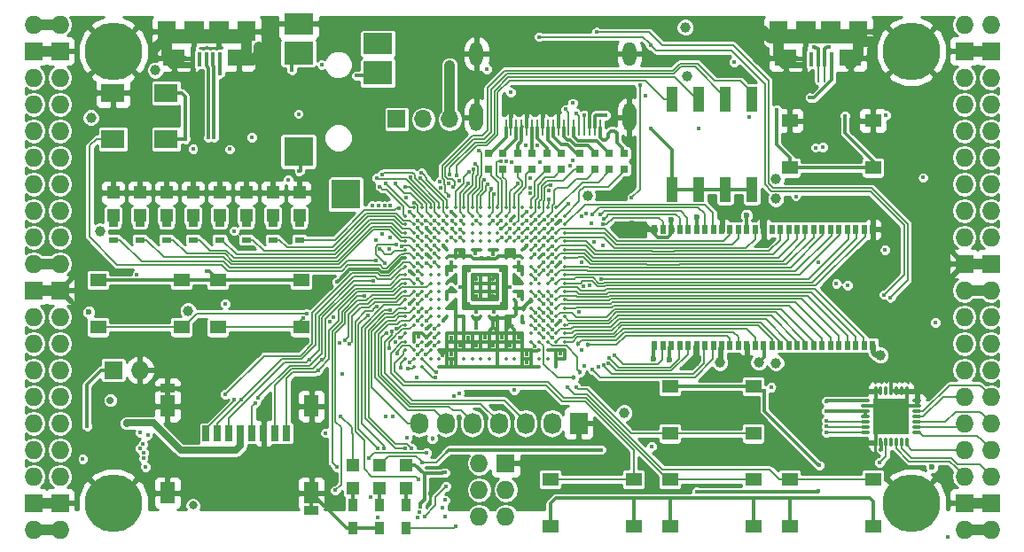
<source format=gtl>
G04 #@! TF.FileFunction,Copper,L1,Top,Signal*
%FSLAX46Y46*%
G04 Gerber Fmt 4.6, Leading zero omitted, Abs format (unit mm)*
G04 Created by KiCad (PCBNEW 4.0.7+dfsg1-1) date Mon Apr  2 17:17:36 2018*
%MOMM*%
%LPD*%
G01*
G04 APERTURE LIST*
%ADD10C,0.100000*%
%ADD11R,1.700000X1.700000*%
%ADD12O,1.700000X1.700000*%
%ADD13O,1.727200X1.727200*%
%ADD14R,1.727200X1.727200*%
%ADD15C,5.500000*%
%ADD16R,0.900000X1.200000*%
%ADD17R,2.100000X1.600000*%
%ADD18R,1.900000X1.900000*%
%ADD19R,0.400000X1.350000*%
%ADD20R,1.800000X1.900000*%
%ADD21O,0.850000X0.300000*%
%ADD22O,0.300000X0.850000*%
%ADD23R,1.675000X1.675000*%
%ADD24R,1.727200X2.032000*%
%ADD25O,1.727200X2.032000*%
%ADD26R,1.550000X1.300000*%
%ADD27R,1.120000X2.440000*%
%ADD28C,0.350000*%
%ADD29R,1.200000X1.200000*%
%ADD30R,2.800000X2.000000*%
%ADD31R,2.800000X2.200000*%
%ADD32R,2.800000X2.800000*%
%ADD33O,1.300000X2.700000*%
%ADD34O,1.300000X2.300000*%
%ADD35R,0.250000X1.600000*%
%ADD36R,0.700000X1.500000*%
%ADD37R,1.450000X0.900000*%
%ADD38R,1.450000X2.000000*%
%ADD39R,2.200000X1.800000*%
%ADD40R,0.560000X0.900000*%
%ADD41R,0.900000X0.500000*%
%ADD42R,0.750000X0.800000*%
%ADD43C,0.400000*%
%ADD44C,0.454000*%
%ADD45C,0.600000*%
%ADD46C,1.000000*%
%ADD47C,0.800000*%
%ADD48C,0.700000*%
%ADD49C,0.300000*%
%ADD50C,0.500000*%
%ADD51C,1.000000*%
%ADD52C,0.600000*%
%ADD53C,0.190000*%
%ADD54C,0.200000*%
%ADD55C,0.700000*%
%ADD56C,0.127000*%
%ADD57C,0.180000*%
%ADD58C,0.254000*%
G04 APERTURE END LIST*
D10*
D11*
X130056000Y-71725000D03*
D12*
X132596000Y-71725000D03*
X135136000Y-71725000D03*
D13*
X97910000Y-62690000D03*
X95370000Y-62690000D03*
D14*
X97910000Y-65230000D03*
X95370000Y-65230000D03*
D13*
X97910000Y-67770000D03*
X95370000Y-67770000D03*
X97910000Y-70310000D03*
X95370000Y-70310000D03*
X97910000Y-72850000D03*
X95370000Y-72850000D03*
X97910000Y-75390000D03*
X95370000Y-75390000D03*
X97910000Y-77930000D03*
X95370000Y-77930000D03*
X97910000Y-80470000D03*
X95370000Y-80470000D03*
X97910000Y-83010000D03*
X95370000Y-83010000D03*
X97910000Y-85550000D03*
X95370000Y-85550000D03*
D14*
X97910000Y-88090000D03*
X95370000Y-88090000D03*
D13*
X97910000Y-90630000D03*
X95370000Y-90630000D03*
X97910000Y-93170000D03*
X95370000Y-93170000D03*
X97910000Y-95710000D03*
X95370000Y-95710000D03*
X97910000Y-98250000D03*
X95370000Y-98250000D03*
X97910000Y-100790000D03*
X95370000Y-100790000D03*
X97910000Y-103330000D03*
X95370000Y-103330000D03*
X97910000Y-105870000D03*
X95370000Y-105870000D03*
D14*
X97910000Y-108410000D03*
X95370000Y-108410000D03*
D13*
X97910000Y-110950000D03*
X95370000Y-110950000D03*
X184270000Y-110950000D03*
X186810000Y-110950000D03*
D14*
X184270000Y-108410000D03*
X186810000Y-108410000D03*
D13*
X184270000Y-105870000D03*
X186810000Y-105870000D03*
X184270000Y-103330000D03*
X186810000Y-103330000D03*
X184270000Y-100790000D03*
X186810000Y-100790000D03*
X184270000Y-98250000D03*
X186810000Y-98250000D03*
X184270000Y-95710000D03*
X186810000Y-95710000D03*
X184270000Y-93170000D03*
X186810000Y-93170000D03*
X184270000Y-90630000D03*
X186810000Y-90630000D03*
X184270000Y-88090000D03*
X186810000Y-88090000D03*
D14*
X184270000Y-85550000D03*
X186810000Y-85550000D03*
D13*
X184270000Y-83010000D03*
X186810000Y-83010000D03*
X184270000Y-80470000D03*
X186810000Y-80470000D03*
X184270000Y-77930000D03*
X186810000Y-77930000D03*
X184270000Y-75390000D03*
X186810000Y-75390000D03*
X184270000Y-72850000D03*
X186810000Y-72850000D03*
X184270000Y-70310000D03*
X186810000Y-70310000D03*
X184270000Y-67770000D03*
X186810000Y-67770000D03*
D14*
X184270000Y-65230000D03*
X186810000Y-65230000D03*
D13*
X184270000Y-62690000D03*
X186810000Y-62690000D03*
D15*
X102990000Y-108410000D03*
X179190000Y-108410000D03*
X179190000Y-65230000D03*
X102990000Y-65230000D03*
D14*
X102990000Y-95710000D03*
D13*
X105530000Y-95710000D03*
D16*
X128390000Y-108580000D03*
X128390000Y-110780000D03*
X130930000Y-110780000D03*
X130930000Y-108580000D03*
D17*
X114980000Y-65875000D03*
X108780000Y-65875000D03*
D18*
X113080000Y-63325000D03*
X110680000Y-63325000D03*
D19*
X113180000Y-66000000D03*
X112530000Y-66000000D03*
X111880000Y-66000000D03*
X111230000Y-66000000D03*
X110580000Y-66000000D03*
D20*
X115680000Y-63325000D03*
X108080000Y-63325000D03*
D17*
X173400000Y-65875000D03*
X167200000Y-65875000D03*
D18*
X171500000Y-63325000D03*
X169100000Y-63325000D03*
D19*
X171600000Y-66000000D03*
X170950000Y-66000000D03*
X170300000Y-66000000D03*
X169650000Y-66000000D03*
X169000000Y-66000000D03*
D20*
X174100000Y-63325000D03*
X166500000Y-63325000D03*
D14*
X140455000Y-104600000D03*
D13*
X137915000Y-104600000D03*
X140455000Y-107140000D03*
X137915000Y-107140000D03*
X140455000Y-109680000D03*
X137915000Y-109680000D03*
D21*
X179735000Y-101655000D03*
X179735000Y-101155000D03*
X179735000Y-100655000D03*
X179735000Y-100155000D03*
X179735000Y-99655000D03*
X179735000Y-99155000D03*
X179735000Y-98655000D03*
D22*
X178785000Y-97705000D03*
X178285000Y-97705000D03*
X177785000Y-97705000D03*
X177285000Y-97705000D03*
X176785000Y-97705000D03*
X176285000Y-97705000D03*
X175785000Y-97705000D03*
D21*
X174835000Y-98655000D03*
X174835000Y-99155000D03*
X174835000Y-99655000D03*
X174835000Y-100155000D03*
X174835000Y-100655000D03*
X174835000Y-101155000D03*
X174835000Y-101655000D03*
D22*
X175785000Y-102605000D03*
X176285000Y-102605000D03*
X176785000Y-102605000D03*
X177285000Y-102605000D03*
X177785000Y-102605000D03*
X178285000Y-102605000D03*
X178785000Y-102605000D03*
D23*
X176447500Y-99317500D03*
X176447500Y-100992500D03*
X178122500Y-99317500D03*
X178122500Y-100992500D03*
D24*
X147440000Y-100790000D03*
D25*
X144900000Y-100790000D03*
X142360000Y-100790000D03*
X139820000Y-100790000D03*
X137280000Y-100790000D03*
X134740000Y-100790000D03*
X132200000Y-100790000D03*
D26*
X175550000Y-71870000D03*
X175550000Y-76370000D03*
X167590000Y-76370000D03*
X167590000Y-71870000D03*
X101550000Y-91610000D03*
X101550000Y-87110000D03*
X109510000Y-87110000D03*
X109510000Y-91610000D03*
X112980000Y-91610000D03*
X112980000Y-87110000D03*
X120940000Y-87110000D03*
X120940000Y-91610000D03*
X156160000Y-101770000D03*
X156160000Y-97270000D03*
X164120000Y-97270000D03*
X164120000Y-101770000D03*
X164120000Y-106160000D03*
X164120000Y-110660000D03*
X156160000Y-110660000D03*
X156160000Y-106160000D03*
X152690000Y-106160000D03*
X152690000Y-110660000D03*
X144730000Y-110660000D03*
X144730000Y-106160000D03*
X175550000Y-106160000D03*
X175550000Y-110660000D03*
X167590000Y-110660000D03*
X167590000Y-106160000D03*
D27*
X156330000Y-78425000D03*
X163950000Y-69815000D03*
X158870000Y-78425000D03*
X161410000Y-69815000D03*
X161410000Y-78425000D03*
X158870000Y-69815000D03*
X163950000Y-78425000D03*
X156330000Y-69815000D03*
D28*
X131680000Y-80200000D03*
X132480000Y-80200000D03*
X133280000Y-80200000D03*
X134080000Y-80200000D03*
X134880000Y-80200000D03*
X135680000Y-80200000D03*
X136480000Y-80200000D03*
X137280000Y-80200000D03*
X138080000Y-80200000D03*
X138880000Y-80200000D03*
X139680000Y-80200000D03*
X140480000Y-80200000D03*
X141280000Y-80200000D03*
X142080000Y-80200000D03*
X142880000Y-80200000D03*
X143680000Y-80200000D03*
X144480000Y-80200000D03*
X145280000Y-80200000D03*
X130880000Y-81000000D03*
X131680000Y-81000000D03*
X132480000Y-81000000D03*
X133280000Y-81000000D03*
X134080000Y-81000000D03*
X134880000Y-81000000D03*
X135680000Y-81000000D03*
X136480000Y-81000000D03*
X137280000Y-81000000D03*
X138080000Y-81000000D03*
X138880000Y-81000000D03*
X139680000Y-81000000D03*
X140480000Y-81000000D03*
X141280000Y-81000000D03*
X142080000Y-81000000D03*
X142880000Y-81000000D03*
X143680000Y-81000000D03*
X144480000Y-81000000D03*
X145280000Y-81000000D03*
X146080000Y-81000000D03*
X130880000Y-81800000D03*
X131680000Y-81800000D03*
X132480000Y-81800000D03*
X133280000Y-81800000D03*
X134080000Y-81800000D03*
X134880000Y-81800000D03*
X135680000Y-81800000D03*
X136480000Y-81800000D03*
X137280000Y-81800000D03*
X138080000Y-81800000D03*
X138880000Y-81800000D03*
X139680000Y-81800000D03*
X140480000Y-81800000D03*
X141280000Y-81800000D03*
X142080000Y-81800000D03*
X142880000Y-81800000D03*
X143680000Y-81800000D03*
X144480000Y-81800000D03*
X145280000Y-81800000D03*
X146080000Y-81800000D03*
X130880000Y-82600000D03*
X131680000Y-82600000D03*
X132480000Y-82600000D03*
X133280000Y-82600000D03*
X134080000Y-82600000D03*
X134880000Y-82600000D03*
X135680000Y-82600000D03*
X136480000Y-82600000D03*
X137280000Y-82600000D03*
X138080000Y-82600000D03*
X138880000Y-82600000D03*
X139680000Y-82600000D03*
X140480000Y-82600000D03*
X141280000Y-82600000D03*
X142080000Y-82600000D03*
X142880000Y-82600000D03*
X143680000Y-82600000D03*
X144480000Y-82600000D03*
X145280000Y-82600000D03*
X146080000Y-82600000D03*
X130880000Y-83400000D03*
X131680000Y-83400000D03*
X132480000Y-83400000D03*
X133280000Y-83400000D03*
X134080000Y-83400000D03*
X134880000Y-83400000D03*
X135680000Y-83400000D03*
X136480000Y-83400000D03*
X137280000Y-83400000D03*
X138080000Y-83400000D03*
X138880000Y-83400000D03*
X139680000Y-83400000D03*
X140480000Y-83400000D03*
X141280000Y-83400000D03*
X142080000Y-83400000D03*
X142880000Y-83400000D03*
X143680000Y-83400000D03*
X144480000Y-83400000D03*
X145280000Y-83400000D03*
X146080000Y-83400000D03*
X130880000Y-84200000D03*
X131680000Y-84200000D03*
X132480000Y-84200000D03*
X133280000Y-84200000D03*
X134080000Y-84200000D03*
X134880000Y-84200000D03*
X135680000Y-84200000D03*
X136480000Y-84200000D03*
X137280000Y-84200000D03*
X138080000Y-84200000D03*
X138880000Y-84200000D03*
X139680000Y-84200000D03*
X140480000Y-84200000D03*
X141280000Y-84200000D03*
X142080000Y-84200000D03*
X142880000Y-84200000D03*
X143680000Y-84200000D03*
X144480000Y-84200000D03*
X145280000Y-84200000D03*
X146080000Y-84200000D03*
X130880000Y-85000000D03*
X131680000Y-85000000D03*
X132480000Y-85000000D03*
X133280000Y-85000000D03*
X134080000Y-85000000D03*
X134880000Y-85000000D03*
X135680000Y-85000000D03*
X136480000Y-85000000D03*
X137280000Y-85000000D03*
X138080000Y-85000000D03*
X138880000Y-85000000D03*
X139680000Y-85000000D03*
X140480000Y-85000000D03*
X141280000Y-85000000D03*
X142080000Y-85000000D03*
X142880000Y-85000000D03*
X143680000Y-85000000D03*
X144480000Y-85000000D03*
X145280000Y-85000000D03*
X146080000Y-85000000D03*
X130880000Y-85800000D03*
X131680000Y-85800000D03*
X132480000Y-85800000D03*
X133280000Y-85800000D03*
X134080000Y-85800000D03*
X134880000Y-85800000D03*
X135680000Y-85800000D03*
X136480000Y-85800000D03*
X137280000Y-85800000D03*
X138080000Y-85800000D03*
X138880000Y-85800000D03*
X139680000Y-85800000D03*
X140480000Y-85800000D03*
X141280000Y-85800000D03*
X142080000Y-85800000D03*
X142880000Y-85800000D03*
X143680000Y-85800000D03*
X144480000Y-85800000D03*
X145280000Y-85800000D03*
X146080000Y-85800000D03*
X130880000Y-86600000D03*
X131680000Y-86600000D03*
X132480000Y-86600000D03*
X133280000Y-86600000D03*
X134080000Y-86600000D03*
X134880000Y-86600000D03*
X135680000Y-86600000D03*
X136480000Y-86600000D03*
X137280000Y-86600000D03*
X138080000Y-86600000D03*
X138880000Y-86600000D03*
X139680000Y-86600000D03*
X140480000Y-86600000D03*
X141280000Y-86600000D03*
X142080000Y-86600000D03*
X142880000Y-86600000D03*
X143680000Y-86600000D03*
X144480000Y-86600000D03*
X145280000Y-86600000D03*
X146080000Y-86600000D03*
X130880000Y-87400000D03*
X131680000Y-87400000D03*
X132480000Y-87400000D03*
X133280000Y-87400000D03*
X134080000Y-87400000D03*
X134880000Y-87400000D03*
X135680000Y-87400000D03*
X136480000Y-87400000D03*
X137280000Y-87400000D03*
X138080000Y-87400000D03*
X138880000Y-87400000D03*
X139680000Y-87400000D03*
X140480000Y-87400000D03*
X141280000Y-87400000D03*
X142080000Y-87400000D03*
X142880000Y-87400000D03*
X143680000Y-87400000D03*
X144480000Y-87400000D03*
X145280000Y-87400000D03*
X146080000Y-87400000D03*
X130880000Y-88200000D03*
X131680000Y-88200000D03*
X132480000Y-88200000D03*
X133280000Y-88200000D03*
X134080000Y-88200000D03*
X134880000Y-88200000D03*
X135680000Y-88200000D03*
X136480000Y-88200000D03*
X137280000Y-88200000D03*
X138080000Y-88200000D03*
X138880000Y-88200000D03*
X139680000Y-88200000D03*
X140480000Y-88200000D03*
X141280000Y-88200000D03*
X142080000Y-88200000D03*
X142880000Y-88200000D03*
X143680000Y-88200000D03*
X144480000Y-88200000D03*
X145280000Y-88200000D03*
X146080000Y-88200000D03*
X130880000Y-89000000D03*
X131680000Y-89000000D03*
X132480000Y-89000000D03*
X133280000Y-89000000D03*
X134080000Y-89000000D03*
X134880000Y-89000000D03*
X135680000Y-89000000D03*
X136480000Y-89000000D03*
X137280000Y-89000000D03*
X138080000Y-89000000D03*
X138880000Y-89000000D03*
X139680000Y-89000000D03*
X140480000Y-89000000D03*
X141280000Y-89000000D03*
X142080000Y-89000000D03*
X142880000Y-89000000D03*
X143680000Y-89000000D03*
X144480000Y-89000000D03*
X145280000Y-89000000D03*
X146080000Y-89000000D03*
X130880000Y-89800000D03*
X131680000Y-89800000D03*
X132480000Y-89800000D03*
X133280000Y-89800000D03*
X134080000Y-89800000D03*
X134880000Y-89800000D03*
X135680000Y-89800000D03*
X136480000Y-89800000D03*
X137280000Y-89800000D03*
X138080000Y-89800000D03*
X138880000Y-89800000D03*
X139680000Y-89800000D03*
X140480000Y-89800000D03*
X141280000Y-89800000D03*
X142080000Y-89800000D03*
X142880000Y-89800000D03*
X143680000Y-89800000D03*
X144480000Y-89800000D03*
X145280000Y-89800000D03*
X146080000Y-89800000D03*
X130880000Y-90600000D03*
X131680000Y-90600000D03*
X132480000Y-90600000D03*
X133280000Y-90600000D03*
X134080000Y-90600000D03*
X134880000Y-90600000D03*
X135680000Y-90600000D03*
X136480000Y-90600000D03*
X137280000Y-90600000D03*
X138080000Y-90600000D03*
X138880000Y-90600000D03*
X139680000Y-90600000D03*
X140480000Y-90600000D03*
X141280000Y-90600000D03*
X142080000Y-90600000D03*
X142880000Y-90600000D03*
X143680000Y-90600000D03*
X144480000Y-90600000D03*
X145280000Y-90600000D03*
X146080000Y-90600000D03*
X130880000Y-91400000D03*
X131680000Y-91400000D03*
X132480000Y-91400000D03*
X133280000Y-91400000D03*
X134080000Y-91400000D03*
X142880000Y-91400000D03*
X143680000Y-91400000D03*
X144480000Y-91400000D03*
X145280000Y-91400000D03*
X146080000Y-91400000D03*
X130880000Y-92200000D03*
X131680000Y-92200000D03*
X132480000Y-92200000D03*
X133280000Y-92200000D03*
X134080000Y-92200000D03*
X134880000Y-92200000D03*
X135680000Y-92200000D03*
X136480000Y-92200000D03*
X137280000Y-92200000D03*
X138080000Y-92200000D03*
X138880000Y-92200000D03*
X139680000Y-92200000D03*
X140480000Y-92200000D03*
X141280000Y-92200000D03*
X142080000Y-92200000D03*
X142880000Y-92200000D03*
X143680000Y-92200000D03*
X144480000Y-92200000D03*
X145280000Y-92200000D03*
X146080000Y-92200000D03*
X130880000Y-93000000D03*
X131680000Y-93000000D03*
X132480000Y-93000000D03*
X133280000Y-93000000D03*
X134080000Y-93000000D03*
X134880000Y-93000000D03*
X135680000Y-93000000D03*
X136480000Y-93000000D03*
X137280000Y-93000000D03*
X138080000Y-93000000D03*
X138880000Y-93000000D03*
X139680000Y-93000000D03*
X140480000Y-93000000D03*
X141280000Y-93000000D03*
X142080000Y-93000000D03*
X142880000Y-93000000D03*
X143680000Y-93000000D03*
X144480000Y-93000000D03*
X145280000Y-93000000D03*
X146080000Y-93000000D03*
X130880000Y-93800000D03*
X131680000Y-93800000D03*
X132480000Y-93800000D03*
X133280000Y-93800000D03*
X134080000Y-93800000D03*
X134880000Y-93800000D03*
X135680000Y-93800000D03*
X136480000Y-93800000D03*
X137280000Y-93800000D03*
X138080000Y-93800000D03*
X138880000Y-93800000D03*
X139680000Y-93800000D03*
X140480000Y-93800000D03*
X141280000Y-93800000D03*
X142080000Y-93800000D03*
X142880000Y-93800000D03*
X143680000Y-93800000D03*
X144480000Y-93800000D03*
X145280000Y-93800000D03*
X146080000Y-93800000D03*
X130880000Y-94600000D03*
X131680000Y-94600000D03*
X132480000Y-94600000D03*
X133280000Y-94600000D03*
X134080000Y-94600000D03*
X134880000Y-94600000D03*
X135680000Y-94600000D03*
X136480000Y-94600000D03*
X137280000Y-94600000D03*
X138080000Y-94600000D03*
X138880000Y-94600000D03*
X139680000Y-94600000D03*
X140480000Y-94600000D03*
X141280000Y-94600000D03*
X142080000Y-94600000D03*
X142880000Y-94600000D03*
X143680000Y-94600000D03*
X144480000Y-94600000D03*
X145280000Y-94600000D03*
X146080000Y-94600000D03*
X131680000Y-95400000D03*
X132480000Y-95400000D03*
X134080000Y-95400000D03*
X134880000Y-95400000D03*
X135680000Y-95400000D03*
X136480000Y-95400000D03*
X138880000Y-95400000D03*
X139680000Y-95400000D03*
X141280000Y-95400000D03*
X142080000Y-95400000D03*
X142880000Y-95400000D03*
X143680000Y-95400000D03*
X145280000Y-95400000D03*
D29*
X125850000Y-104770000D03*
X125850000Y-106970000D03*
D16*
X125850000Y-108580000D03*
X125850000Y-110780000D03*
D29*
X128390000Y-104770000D03*
X128390000Y-106970000D03*
X120770000Y-80935000D03*
X120770000Y-78735000D03*
X118230000Y-80935000D03*
X118230000Y-78735000D03*
X115690000Y-80935000D03*
X115690000Y-78735000D03*
X113150000Y-80935000D03*
X113150000Y-78735000D03*
X110610000Y-80935000D03*
X110610000Y-78735000D03*
X108070000Y-80935000D03*
X108070000Y-78735000D03*
X105530000Y-80935000D03*
X105530000Y-78735000D03*
X102990000Y-80935000D03*
X102990000Y-78735000D03*
X130930000Y-104770000D03*
X130930000Y-106970000D03*
D30*
X120668000Y-62618000D03*
D31*
X120668000Y-65418000D03*
D32*
X120668000Y-74818000D03*
X125218000Y-78918000D03*
D31*
X128268000Y-67318000D03*
D30*
X128268000Y-64518000D03*
D33*
X152280000Y-71550000D03*
X137680000Y-71550000D03*
D34*
X137680000Y-65500000D03*
D35*
X140480000Y-72500000D03*
X140980000Y-72500000D03*
X141480000Y-72500000D03*
X141980000Y-72500000D03*
X142480000Y-72500000D03*
X142980000Y-72500000D03*
X143480000Y-72500000D03*
X143980000Y-72500000D03*
X144480000Y-72500000D03*
X144980000Y-72500000D03*
X145480000Y-72500000D03*
X145980000Y-72500000D03*
X146480000Y-72500000D03*
X146980000Y-72500000D03*
X147480000Y-72500000D03*
X147980000Y-72500000D03*
X148480000Y-72500000D03*
X148980000Y-72500000D03*
X149480000Y-72500000D03*
D34*
X152280000Y-65500000D03*
D36*
X111850000Y-101750000D03*
X112950000Y-101750000D03*
X114050000Y-101750000D03*
X115150000Y-101750000D03*
X116250000Y-101750000D03*
X117350000Y-101750000D03*
X118450000Y-101750000D03*
X119550000Y-101750000D03*
D37*
X108175000Y-97450000D03*
X121925000Y-109150000D03*
D38*
X121925000Y-99150000D03*
X108175000Y-99150000D03*
X108175000Y-107450000D03*
X121925000Y-107450000D03*
D39*
X108040000Y-69220000D03*
X102960000Y-69220000D03*
X102960000Y-73620000D03*
X108040000Y-73620000D03*
D40*
X175493000Y-82270000D03*
X154693000Y-93330000D03*
X155493000Y-93330000D03*
X156293000Y-93330000D03*
X157093000Y-93330000D03*
X157893000Y-93330000D03*
X158693000Y-93330000D03*
X159493000Y-93330000D03*
X160293000Y-93330000D03*
X161093000Y-93330000D03*
X161893000Y-93330000D03*
X162693000Y-93330000D03*
X163493000Y-93330000D03*
X164293000Y-93330000D03*
X165093000Y-93330000D03*
X165893000Y-93330000D03*
X166693000Y-93330000D03*
X167493000Y-93330000D03*
X168293000Y-93330000D03*
X169093000Y-93330000D03*
X169893000Y-93330000D03*
X170693000Y-93330000D03*
X171493000Y-93330000D03*
X172293000Y-93330000D03*
X173093000Y-93330000D03*
X173893000Y-93330000D03*
X174693000Y-93330000D03*
X175493000Y-93330000D03*
X174693000Y-82270000D03*
X173893000Y-82270000D03*
X173093000Y-82270000D03*
X172293000Y-82270000D03*
X171493000Y-82270000D03*
X170693000Y-82270000D03*
X169893000Y-82270000D03*
X169093000Y-82270000D03*
X168293000Y-82270000D03*
X167493000Y-82270000D03*
X166693000Y-82270000D03*
X165893000Y-82270000D03*
X165093000Y-82270000D03*
X164293000Y-82270000D03*
X163493000Y-82270000D03*
X162693000Y-82270000D03*
X161893000Y-82270000D03*
X161093000Y-82270000D03*
X160293000Y-82270000D03*
X159493000Y-82270000D03*
X158693000Y-82270000D03*
X157893000Y-82270000D03*
X157093000Y-82270000D03*
X156293000Y-82270000D03*
X155493000Y-82270000D03*
X154693000Y-82270000D03*
D41*
X120770000Y-83252000D03*
X120770000Y-81752000D03*
X118230000Y-83252000D03*
X118230000Y-81752000D03*
X115690000Y-83252000D03*
X115690000Y-81752000D03*
X113150000Y-83252000D03*
X113150000Y-81752000D03*
X110610000Y-83252000D03*
X110610000Y-81752000D03*
X108070000Y-83252000D03*
X108070000Y-81752000D03*
X105530000Y-83252000D03*
X105530000Y-81752000D03*
X102990000Y-83252000D03*
X102990000Y-81752000D03*
D42*
X150361000Y-75021000D03*
X150361000Y-76521000D03*
X151758000Y-75021000D03*
X151758000Y-76521000D03*
X140201000Y-75021000D03*
X140201000Y-76521000D03*
X142995000Y-75021000D03*
X142995000Y-76521000D03*
X145789000Y-75021000D03*
X145789000Y-76521000D03*
X148964000Y-75021000D03*
X148964000Y-76521000D03*
X138804000Y-75021000D03*
X138804000Y-76521000D03*
X141598000Y-75021000D03*
X141598000Y-76521000D03*
X144392000Y-75021000D03*
X144392000Y-76521000D03*
X147567000Y-75009000D03*
X147567000Y-76509000D03*
D43*
X124632693Y-93120351D03*
X138480000Y-92600000D03*
X140080000Y-92600000D03*
X135280000Y-87000000D03*
X145687392Y-90996646D03*
D44*
X141675979Y-86986521D03*
D43*
X140876932Y-84552536D03*
X132882184Y-84635369D03*
X132879996Y-82103336D03*
X140922639Y-81447441D03*
X177287984Y-96778661D03*
D45*
X152510125Y-81695229D03*
D43*
X141740000Y-70201000D03*
X131264297Y-86227110D03*
X173856000Y-71538990D03*
D46*
X164947008Y-63194069D03*
X175494572Y-64322557D03*
D43*
X135342764Y-89381630D03*
X144103496Y-84660400D03*
D46*
X177658444Y-82281349D03*
D43*
X145680000Y-81405125D03*
X145691238Y-94166752D03*
D46*
X162956098Y-95078488D03*
X158539988Y-94868772D03*
D45*
X161075765Y-80992022D03*
X164882869Y-80938986D03*
X156262773Y-81349374D03*
X123437000Y-108972000D03*
D43*
X135281276Y-80583119D03*
X131279502Y-89407325D03*
X170309539Y-85441529D03*
X145672808Y-85396062D03*
X133216000Y-107465000D03*
X137680000Y-88600000D03*
X142480000Y-95000000D03*
X141680000Y-92600000D03*
X135284627Y-94985297D03*
X135288625Y-94225619D03*
X134455822Y-94267172D03*
X136095958Y-93369652D03*
D44*
X139264636Y-91615205D03*
D46*
X116880503Y-64802940D03*
X106974809Y-64953974D03*
D43*
X140874194Y-91433353D03*
X142480000Y-94200000D03*
X140880000Y-93400000D03*
X139280000Y-93400000D03*
X137680000Y-93400000D03*
X136880000Y-92600000D03*
X135280000Y-92600000D03*
X132880000Y-91800000D03*
X132880000Y-93400000D03*
D44*
X139280000Y-87000000D03*
X137680000Y-87000000D03*
X136080000Y-84600000D03*
X139280000Y-88600000D03*
D46*
X107021491Y-67043629D03*
D43*
X172047074Y-87438453D03*
D46*
X166255545Y-79350736D03*
X166275426Y-77452540D03*
X157807568Y-67669269D03*
X101707889Y-82423180D03*
X166284693Y-95025145D03*
D43*
X150030853Y-71331848D03*
D46*
X157600000Y-62944000D03*
D45*
X181155918Y-104980708D03*
D43*
X171089123Y-98665996D03*
X171089123Y-99619659D03*
D46*
X135105588Y-66616618D03*
D43*
X181491000Y-91156000D03*
X140936031Y-69178713D03*
X138653686Y-66932248D03*
X135279386Y-87846456D03*
X119692151Y-77494120D03*
X113660608Y-89375718D03*
D46*
X148268387Y-79050018D03*
D43*
X137659051Y-91638034D03*
X158870000Y-72596000D03*
X114513935Y-82409431D03*
X109840000Y-73620000D03*
X132110753Y-92527478D03*
X165803369Y-97344883D03*
D46*
X160905403Y-95006436D03*
D45*
X158731133Y-81048929D03*
X154593901Y-94607945D03*
X156088245Y-94762980D03*
D46*
X164625730Y-94982471D03*
D45*
X163462982Y-80942429D03*
D46*
X176254940Y-94288458D03*
D47*
X110593913Y-108636458D03*
D43*
X180340784Y-77316932D03*
X173137949Y-87594275D03*
D48*
X102710050Y-98594954D03*
D43*
X129005202Y-100174798D03*
X176305593Y-103279812D03*
X100080000Y-104200000D03*
X139272517Y-84611349D03*
X141680000Y-86200000D03*
X132880000Y-92600000D03*
X141680000Y-88600000D03*
X141680000Y-85400000D03*
X130019546Y-91732979D03*
X121431221Y-90311593D03*
X130384540Y-92584728D03*
X121088335Y-90753785D03*
X146394787Y-97333919D03*
X143300000Y-86220000D03*
X144891603Y-91881937D03*
X147175985Y-97333919D03*
X147700000Y-93820000D03*
X142107219Y-91201016D03*
D46*
X110128890Y-90028152D03*
D43*
X142480000Y-83800000D03*
X134480000Y-83800000D03*
X134480000Y-91000000D03*
X120664983Y-71227362D03*
X122926177Y-66532317D03*
X153843282Y-69469828D03*
X105245010Y-86595559D03*
X169517039Y-69686488D03*
X170362901Y-107286196D03*
X158716651Y-107325176D03*
X136028224Y-97922729D03*
X128216338Y-109760338D03*
X132708000Y-109680000D03*
X134750646Y-106810513D03*
X133680000Y-91800000D03*
X135517016Y-98167170D03*
X134675868Y-108131585D03*
D44*
X133449289Y-102232615D03*
D43*
X133680000Y-92600000D03*
X132928488Y-103601340D03*
X127419091Y-104077728D03*
X133685482Y-93402296D03*
X134463998Y-108841973D03*
X131986331Y-96404793D03*
X131039072Y-102187000D03*
X134636872Y-109719950D03*
X132846234Y-94197073D03*
X176700000Y-84220000D03*
X143260000Y-84620000D03*
X120739932Y-76694083D03*
X126204504Y-67585368D03*
X147983153Y-71347080D03*
X147186000Y-71200000D03*
X127810351Y-87182069D03*
X121687479Y-94718249D03*
X132083026Y-86260405D03*
X116569594Y-98828850D03*
X113700000Y-98020000D03*
X122932649Y-94724357D03*
X124849021Y-96102869D03*
X122527919Y-95725900D03*
X113157250Y-67343629D03*
X116198000Y-73474420D03*
X127586603Y-107875044D03*
X146180000Y-70800000D03*
X131453853Y-103208291D03*
X149787294Y-81774991D03*
X144080000Y-86200000D03*
X149553145Y-86989440D03*
X144894316Y-86977564D03*
X144896700Y-83863953D03*
X149527221Y-80838006D03*
D44*
X147343891Y-93217126D03*
D43*
X144113248Y-92588762D03*
X149853189Y-81252115D03*
X144875155Y-86292748D03*
X144916886Y-83019942D03*
X148696112Y-80861847D03*
D44*
X148349010Y-93322307D03*
D43*
X144882352Y-92577990D03*
X144902941Y-91037926D03*
X148747982Y-95669626D03*
X144867244Y-90193915D03*
X149795895Y-95251084D03*
X144856756Y-89349904D03*
X150278898Y-95040253D03*
X150345974Y-94517527D03*
X144877648Y-88622010D03*
X150889207Y-94332565D03*
X143280000Y-87000000D03*
X129972715Y-93035096D03*
X131084713Y-95564177D03*
X130422000Y-95456000D03*
X131316164Y-94959140D03*
X130123373Y-94122671D03*
X132031990Y-93400000D03*
X129362027Y-93645784D03*
X141280657Y-97642010D03*
X133852393Y-95875797D03*
X133762848Y-96395146D03*
X132080000Y-94200000D03*
X128452683Y-84116867D03*
X105890482Y-103613569D03*
X129449238Y-89937935D03*
X130839477Y-103208987D03*
X132075624Y-89410644D03*
X128806823Y-103185900D03*
X128136791Y-89611518D03*
X132162861Y-106185868D03*
X132880000Y-88600000D03*
X126970181Y-88659309D03*
X124322162Y-105002357D03*
X132080000Y-87000000D03*
X125525099Y-93236764D03*
X124202418Y-107207639D03*
X110599084Y-74589383D03*
X132024412Y-109766775D03*
X114104080Y-74612196D03*
X132219727Y-109277292D03*
X115190634Y-98572389D03*
X131677570Y-79697994D03*
X132088008Y-81408008D03*
X132079995Y-82103334D03*
X132872609Y-82947347D03*
X133664491Y-81414685D03*
X133648389Y-82190597D03*
X131353451Y-77264702D03*
X129920953Y-77910818D03*
X129568570Y-92005655D03*
X132880000Y-91000000D03*
X129055731Y-92162718D03*
X132077338Y-91002010D03*
X131265176Y-80621782D03*
X130272149Y-80238214D03*
X128091794Y-85277024D03*
X132089786Y-85479378D03*
X146880000Y-70200000D03*
X134250176Y-78253806D03*
X163703220Y-71542164D03*
X134433979Y-82180155D03*
X135656559Y-110610712D03*
X149577281Y-103320847D03*
X132468001Y-104503413D03*
D48*
X104260000Y-100790000D03*
D43*
X114560994Y-98539563D03*
X116800000Y-98320000D03*
X111895217Y-86253790D03*
X170383147Y-104803648D03*
X165170594Y-97666317D03*
X169506589Y-107953726D03*
X170026483Y-74446860D03*
X142571021Y-82204353D03*
X143287402Y-83042010D03*
X154425580Y-102987766D03*
X168166438Y-79108038D03*
X112614274Y-73474420D03*
X112074854Y-73474420D03*
X176185734Y-104520755D03*
X143269694Y-93414905D03*
X171089123Y-101653244D03*
X143280000Y-91800000D03*
X171089123Y-101086833D03*
X144064831Y-91877646D03*
X171089123Y-100559822D03*
X144080000Y-90956495D03*
X135315381Y-82193851D03*
X135414395Y-78229653D03*
X135132058Y-76987187D03*
X136124555Y-82260038D03*
X135778528Y-77069750D03*
X136080000Y-83000000D03*
X142785835Y-77341923D03*
X170739071Y-74406366D03*
X142460000Y-83020000D03*
X143280000Y-83800000D03*
X169919000Y-64849000D03*
X171316000Y-64849000D03*
X125110333Y-92897638D03*
X124361185Y-87274371D03*
X124361184Y-87274370D03*
X182675150Y-111637626D03*
X172853718Y-71407275D03*
X166353476Y-70835462D03*
X123273881Y-101715917D03*
X129660000Y-100155000D03*
X128247798Y-103208979D03*
X127301115Y-90454353D03*
X132084049Y-88558274D03*
X120008000Y-67008000D03*
X129437600Y-79946788D03*
X133680000Y-83000000D03*
X128908575Y-79985477D03*
X133680000Y-83800000D03*
X128328791Y-79953099D03*
X130487935Y-83869856D03*
X127749884Y-79991140D03*
X128913013Y-85505853D03*
X129992018Y-83691508D03*
X133680000Y-85400000D03*
X136080000Y-87800000D03*
X137624890Y-90122896D03*
X139322319Y-90164039D03*
X140080000Y-89400000D03*
X136880000Y-89400000D03*
X140896226Y-87816226D03*
D44*
X136938110Y-86196311D03*
D43*
X140014602Y-86192969D03*
D46*
X151758000Y-99774000D03*
D43*
X135021320Y-79024950D03*
X135280000Y-83022010D03*
X154298000Y-72596000D03*
X100450000Y-101044000D03*
X132285867Y-108754446D03*
X134707351Y-105508447D03*
X139280000Y-81400000D03*
X139314656Y-78918689D03*
X139039938Y-78419090D03*
X138722927Y-77981589D03*
X138405916Y-77551542D03*
X137925244Y-74739570D03*
X137680000Y-81400000D03*
X137528501Y-75984774D03*
X137358104Y-76483473D03*
X136939551Y-76803711D03*
X136894606Y-77861070D03*
X136233339Y-81437235D03*
X136050594Y-77644475D03*
X135359567Y-81395445D03*
X135034780Y-77831198D03*
X134508502Y-81406751D03*
X134177298Y-77721089D03*
D44*
X146942280Y-96452058D03*
X147534467Y-95913260D03*
D43*
X147928857Y-95339016D03*
X143322010Y-91000657D03*
X149284391Y-95377990D03*
X144077013Y-90266968D03*
X147430953Y-90112484D03*
X144076240Y-89395301D03*
X143322010Y-90201951D03*
X147910791Y-87683418D03*
X144082832Y-88584510D03*
X148483539Y-87623462D03*
X143322010Y-88595030D03*
X144102010Y-85397219D03*
X144889349Y-85448737D03*
X147687390Y-85374093D03*
X144912409Y-84657964D03*
X149732494Y-83807694D03*
X148921512Y-83442010D03*
X144103186Y-83777990D03*
X144131413Y-83000000D03*
X148610661Y-81705858D03*
X144888125Y-82175931D03*
X144176662Y-82199998D03*
X148175253Y-80781550D03*
X144887777Y-81331919D03*
X147688311Y-80983115D03*
X142450323Y-81420000D03*
X142811300Y-78846033D03*
X142784407Y-78283067D03*
X142460000Y-80620000D03*
X144138346Y-81383767D03*
X144606344Y-78517346D03*
X144791531Y-78023942D03*
X146587441Y-76174058D03*
X143332651Y-82197990D03*
X143294334Y-81377293D03*
X146901448Y-75654906D03*
X143708879Y-75817300D03*
X141727010Y-82998875D03*
X141727010Y-82194937D03*
X140028978Y-82200000D03*
X141624813Y-77914503D03*
X142418848Y-74257965D03*
X140861329Y-83041266D03*
X143457010Y-74219135D03*
X140872990Y-82177164D03*
X132309031Y-77342560D03*
X132428734Y-76829323D03*
X128644933Y-77015661D03*
X128152012Y-77332672D03*
X128446805Y-78179514D03*
X128961752Y-77878818D03*
X130878594Y-78253288D03*
X132820479Y-81400981D03*
X130952639Y-79249008D03*
X129458086Y-83004065D03*
X132079024Y-82947345D03*
X105572759Y-101661319D03*
X132881746Y-83791358D03*
X128691780Y-82737217D03*
X106276126Y-101893466D03*
X105840996Y-102767214D03*
X129302562Y-84153497D03*
X132083682Y-83791356D03*
X128062071Y-83328884D03*
X105553144Y-103208669D03*
X132092886Y-84635367D03*
X105847765Y-104138847D03*
X133671942Y-84595200D03*
X132896883Y-85469380D03*
X106088753Y-104974041D03*
X123709657Y-91064721D03*
X124707442Y-100126977D03*
X132900000Y-90180000D03*
X124015020Y-90635192D03*
X132100000Y-90157990D03*
X139992737Y-75748003D03*
X162271466Y-66284958D03*
X140028978Y-81400000D03*
X140517734Y-75793988D03*
X176797084Y-71341791D03*
X153261256Y-68515816D03*
X176605426Y-88507160D03*
X154329326Y-64643767D03*
X152497066Y-79193467D03*
X146481406Y-79819384D03*
X143650666Y-63862520D03*
X177211069Y-88764025D03*
X141042112Y-75846610D03*
X140060000Y-83020000D03*
X149134122Y-63424051D03*
X144606344Y-79361357D03*
D46*
X100855891Y-71574861D03*
D43*
X135280000Y-85400000D03*
D45*
X100652119Y-90162239D03*
D43*
X137550785Y-84577294D03*
X135280000Y-86200000D03*
D49*
X138480000Y-92200000D02*
X138880000Y-92200000D01*
X138080000Y-92200000D02*
X138480000Y-92200000D01*
X138480000Y-92200000D02*
X138480000Y-92600000D01*
X140080000Y-92200000D02*
X140480000Y-92200000D01*
X139680000Y-92200000D02*
X140080000Y-92200000D01*
X140080000Y-92200000D02*
X140080000Y-92600000D01*
X139680000Y-95400000D02*
X141280000Y-95400000D01*
X136480000Y-95400000D02*
X138880000Y-95400000D01*
X140480000Y-92200000D02*
X140480000Y-91827547D01*
X140480000Y-91827547D02*
X140874194Y-91433353D01*
X141280000Y-92200000D02*
X141280000Y-91839159D01*
X141280000Y-91839159D02*
X140874194Y-91433353D01*
X139680000Y-92200000D02*
X139680000Y-92030569D01*
X139680000Y-92030569D02*
X139264636Y-91615205D01*
X138880000Y-92200000D02*
X138880000Y-91999841D01*
X138880000Y-91999841D02*
X139264636Y-91615205D01*
X139680000Y-90600000D02*
X139680000Y-92200000D01*
X135680000Y-90600000D02*
X135680000Y-92200000D01*
X135342764Y-89381630D02*
X135342764Y-89462764D01*
X135342764Y-89462764D02*
X135680000Y-89800000D01*
X135342764Y-89381630D02*
X135342764Y-89337236D01*
X135342764Y-89337236D02*
X135680000Y-89000000D01*
X135342764Y-89381630D02*
X135298370Y-89381630D01*
X135298370Y-89381630D02*
X134880000Y-89800000D01*
X135680000Y-89800000D02*
X135280000Y-89800000D01*
X135280000Y-89800000D02*
X134880000Y-89800000D01*
X135280000Y-89727236D02*
X135280000Y-89800000D01*
X135342764Y-89381630D02*
X135342764Y-89664472D01*
X135342764Y-89664472D02*
X135280000Y-89727236D01*
X135280000Y-87000000D02*
X135680000Y-86600000D01*
X135280000Y-87000000D02*
X134880000Y-87400000D01*
X135680000Y-87000000D02*
X135680000Y-87400000D01*
X135680000Y-86600000D02*
X135680000Y-87000000D01*
X135680000Y-87000000D02*
X135280000Y-87000000D01*
X139680000Y-90600000D02*
X139830784Y-90750784D01*
X139830784Y-90750784D02*
X140329216Y-90750784D01*
X140329216Y-90750784D02*
X140480000Y-90600000D01*
X145683354Y-90996646D02*
X145687392Y-90996646D01*
X145280000Y-91400000D02*
X145683354Y-90996646D01*
X141675979Y-86986521D02*
X141675979Y-87004021D01*
X141675979Y-87004021D02*
X141280000Y-87400000D01*
X141675979Y-86986521D02*
X141675979Y-86995979D01*
X141675979Y-86995979D02*
X142080000Y-87400000D01*
X141666521Y-86986521D02*
X141675979Y-86986521D01*
X141280000Y-86600000D02*
X141666521Y-86986521D01*
X140927464Y-84552536D02*
X140876932Y-84552536D01*
X141280000Y-84200000D02*
X140927464Y-84552536D01*
X133280000Y-85000000D02*
X132915369Y-84635369D01*
X132915369Y-84635369D02*
X132882184Y-84635369D01*
X133280000Y-82600000D02*
X132879996Y-82199996D01*
X132879996Y-82199996D02*
X132879996Y-82103336D01*
X141280000Y-81000000D02*
X140922639Y-81357361D01*
X140922639Y-81357361D02*
X140922639Y-81447441D01*
X177285000Y-96781645D02*
X177287984Y-96778661D01*
X177285000Y-97705000D02*
X177285000Y-96781645D01*
D50*
X184230000Y-85550000D02*
X182920003Y-84240003D01*
X182920003Y-84240003D02*
X182920003Y-84225534D01*
D49*
X184270000Y-85550000D02*
X184230000Y-85550000D01*
D50*
X184270000Y-85610000D02*
X182952738Y-86927262D01*
X182952738Y-86927262D02*
X182916738Y-86927262D01*
D49*
X184270000Y-85550000D02*
X184270000Y-85610000D01*
D50*
X97910000Y-88090000D02*
X99203955Y-86796045D01*
X99203955Y-86796045D02*
X99203955Y-86791266D01*
D49*
X155962030Y-83029572D02*
X155023970Y-83029572D01*
X155023970Y-83029572D02*
X153689627Y-81695229D01*
X156205000Y-82786602D02*
X155962030Y-83029572D01*
X153689627Y-81695229D02*
X152934389Y-81695229D01*
X152934389Y-81695229D02*
X152510125Y-81695229D01*
X156205000Y-81920000D02*
X156205000Y-82786602D01*
X140980000Y-71200000D02*
X140980000Y-70961000D01*
X140980000Y-70961000D02*
X141740000Y-70201000D01*
X135505001Y-87225001D02*
X135680000Y-87400000D01*
X135054999Y-87225001D02*
X135505001Y-87225001D01*
X134880000Y-87400000D02*
X135054999Y-87225001D01*
X131307110Y-86227110D02*
X131264297Y-86227110D01*
X131680000Y-86600000D02*
X131307110Y-86227110D01*
X174055999Y-71738989D02*
X173856000Y-71538990D01*
X174187010Y-71870000D02*
X174055999Y-71738989D01*
X175550000Y-71870000D02*
X174187010Y-71870000D01*
D51*
X165447007Y-63694068D02*
X164947008Y-63194069D01*
X165712939Y-63960000D02*
X165447007Y-63694068D01*
X166500000Y-63960000D02*
X165712939Y-63960000D01*
X174787466Y-64322557D02*
X175494572Y-64322557D01*
X174462557Y-64322557D02*
X174787466Y-64322557D01*
X174100000Y-63960000D02*
X174462557Y-64322557D01*
D49*
X135661630Y-89381630D02*
X135625606Y-89381630D01*
X135625606Y-89381630D02*
X135342764Y-89381630D01*
X135680000Y-89400000D02*
X135661630Y-89381630D01*
X139505001Y-90774999D02*
X139680000Y-90600000D01*
X139054999Y-90774999D02*
X139505001Y-90774999D01*
X138880000Y-90600000D02*
X139054999Y-90774999D01*
X105530000Y-78735000D02*
X102990000Y-78735000D01*
X108070000Y-78735000D02*
X105530000Y-78735000D01*
X110610000Y-78735000D02*
X108070000Y-78735000D01*
X113150000Y-78735000D02*
X110610000Y-78735000D01*
X115690000Y-78735000D02*
X113150000Y-78735000D01*
X118230000Y-78735000D02*
X115690000Y-78735000D01*
X120770000Y-78735000D02*
X118230000Y-78735000D01*
X144019600Y-84660400D02*
X144103496Y-84660400D01*
X143680000Y-85000000D02*
X144019600Y-84660400D01*
X177252609Y-82281349D02*
X177658444Y-82281349D01*
X177241260Y-82270000D02*
X177252609Y-82281349D01*
X145280000Y-81800000D02*
X145674875Y-81405125D01*
X145674875Y-81405125D02*
X145680000Y-81405125D01*
X145691238Y-93811238D02*
X145691238Y-93883910D01*
X145680000Y-93800000D02*
X145691238Y-93811238D01*
X145691238Y-93883910D02*
X145691238Y-94166752D01*
X121925000Y-107450000D02*
X121925000Y-109150000D01*
X163456097Y-94578489D02*
X162956098Y-95078488D01*
X163480000Y-94554586D02*
X163456097Y-94578489D01*
X163480000Y-93330000D02*
X163480000Y-94554586D01*
X158539988Y-93470012D02*
X158539988Y-94161666D01*
X158680000Y-93330000D02*
X158539988Y-93470012D01*
X158539988Y-94161666D02*
X158539988Y-94868772D01*
X161075765Y-81416286D02*
X161075765Y-80992022D01*
X161075765Y-82265765D02*
X161075765Y-81416286D01*
X161080000Y-82270000D02*
X161075765Y-82265765D01*
X164882869Y-82072869D02*
X164882869Y-81363250D01*
X165080000Y-82270000D02*
X164882869Y-82072869D01*
X164882869Y-81363250D02*
X164882869Y-80938986D01*
X156280000Y-82270000D02*
X156280000Y-81366601D01*
X156280000Y-81366601D02*
X156262773Y-81349374D01*
D50*
X175480000Y-82270000D02*
X177241260Y-82270000D01*
D49*
X148480000Y-71200000D02*
X149230000Y-70450000D01*
X148480000Y-72500000D02*
X148480000Y-71200000D01*
X145480000Y-72500000D02*
X145480000Y-71200000D01*
X143980000Y-72500000D02*
X143980000Y-71200000D01*
X142480000Y-72500000D02*
X142480000Y-71450000D01*
X142480000Y-71200000D02*
X142480000Y-71450000D01*
X140980000Y-72500000D02*
X140980000Y-71200000D01*
X134455822Y-94267172D02*
X134455822Y-94224178D01*
X134455822Y-94224178D02*
X134880000Y-93800000D01*
X123437000Y-108972000D02*
X125245000Y-110780000D01*
X125245000Y-110780000D02*
X125850000Y-110780000D01*
X125850000Y-110780000D02*
X125889531Y-110819531D01*
X125889531Y-110819531D02*
X126234488Y-110819531D01*
X126234488Y-110819531D02*
X126274019Y-110780000D01*
X126274019Y-110780000D02*
X127640000Y-110780000D01*
X127640000Y-110780000D02*
X128390000Y-110780000D01*
X121930000Y-107465000D02*
X123437000Y-108972000D01*
D51*
X184270000Y-65230000D02*
X186810000Y-65230000D01*
X184270000Y-85550000D02*
X186810000Y-85550000D01*
X184270000Y-108410000D02*
X186810000Y-108410000D01*
X95370000Y-108410000D02*
X97910000Y-108410000D01*
D50*
X97910000Y-88090000D02*
X99013590Y-89193590D01*
D49*
X99013590Y-89193590D02*
X99060056Y-89193590D01*
D51*
X95370000Y-88090000D02*
X97910000Y-88090000D01*
X95370000Y-65230000D02*
X97910000Y-65230000D01*
D49*
X139264636Y-90984636D02*
X139295364Y-90984636D01*
X139295364Y-90984636D02*
X139680000Y-90600000D01*
X140480000Y-90600000D02*
X140480000Y-92200000D01*
X135281276Y-80601276D02*
X135281276Y-80583119D01*
X135680000Y-81000000D02*
X135281276Y-80601276D01*
X131279502Y-89400498D02*
X131279502Y-89407325D01*
X131680000Y-89000000D02*
X131279502Y-89400498D01*
X145672808Y-85407192D02*
X145672808Y-85396062D01*
X145280000Y-85800000D02*
X145672808Y-85407192D01*
X137280000Y-89000000D02*
X137680000Y-88600000D01*
X142480000Y-94600000D02*
X142880000Y-94600000D01*
X142080000Y-94600000D02*
X142480000Y-94600000D01*
X142480000Y-94600000D02*
X142480000Y-95000000D01*
X141680000Y-92200000D02*
X142080000Y-92200000D01*
X141280000Y-92200000D02*
X141680000Y-92200000D01*
X141680000Y-92200000D02*
X141680000Y-92600000D01*
X135284627Y-95395373D02*
X135284627Y-95268139D01*
X135280000Y-95400000D02*
X135284627Y-95395373D01*
X135284627Y-95268139D02*
X135284627Y-94985297D01*
X135288625Y-93942777D02*
X135288625Y-94225619D01*
X135288625Y-93808625D02*
X135288625Y-93942777D01*
X135280000Y-93800000D02*
X135288625Y-93808625D01*
X134455822Y-94175822D02*
X134455822Y-94267172D01*
X134080000Y-93800000D02*
X134455822Y-94175822D01*
X145280000Y-94600000D02*
X145280000Y-95400000D01*
X143498655Y-93891906D02*
X143590561Y-93800000D01*
X143040733Y-93891906D02*
X143498655Y-93891906D01*
X142880000Y-93800000D02*
X142948827Y-93800000D01*
X142948827Y-93800000D02*
X143040733Y-93891906D01*
X143590561Y-93800000D02*
X143680000Y-93800000D01*
X145280000Y-93800000D02*
X144480000Y-93800000D01*
X146080000Y-94600000D02*
X146080000Y-93800000D01*
X145280000Y-94600000D02*
X146080000Y-94600000D01*
X142080000Y-95400000D02*
X142080000Y-94600000D01*
X142880000Y-95400000D02*
X142880000Y-94600000D01*
X142880000Y-95400000D02*
X143680000Y-95400000D01*
X142080000Y-95400000D02*
X142880000Y-95400000D01*
X141280000Y-95400000D02*
X142080000Y-95400000D01*
X142080000Y-93000000D02*
X142080000Y-93800000D01*
X138880000Y-92200000D02*
X138880000Y-93000000D01*
X139680000Y-92200000D02*
X139680000Y-93000000D01*
X140480000Y-93000000D02*
X140480000Y-92200000D01*
X141280000Y-93000000D02*
X141280000Y-92200000D01*
X142080000Y-93000000D02*
X141280000Y-93000000D01*
X142080000Y-92200000D02*
X142080000Y-93000000D01*
X140480000Y-92200000D02*
X141280000Y-92200000D01*
X138880000Y-92200000D02*
X139680000Y-92200000D01*
X136095958Y-93086810D02*
X136095958Y-93369652D01*
X136080000Y-93000000D02*
X136095958Y-93015958D01*
X136095958Y-93015958D02*
X136095958Y-93086810D01*
X139264636Y-91294179D02*
X139264636Y-91615205D01*
X139264636Y-90984636D02*
X139264636Y-91294179D01*
X138880000Y-90600000D02*
X139264636Y-90984636D01*
D51*
X116880503Y-65510046D02*
X116880503Y-64802940D01*
X116265561Y-66124988D02*
X116880503Y-65510046D01*
X115680000Y-65910000D02*
X115894988Y-66124988D01*
X115680000Y-63960000D02*
X115680000Y-65910000D01*
X115894988Y-66124988D02*
X116265561Y-66124988D01*
X107474808Y-64453975D02*
X106974809Y-64953974D01*
X107968783Y-63960000D02*
X107474808Y-64453975D01*
X108080000Y-63960000D02*
X107968783Y-63960000D01*
D49*
X175495631Y-72230631D02*
X175495631Y-71740274D01*
X175535000Y-72270000D02*
X175495631Y-72230631D01*
D52*
X108780000Y-66510000D02*
X110455000Y-66510000D01*
D49*
X110455000Y-66510000D02*
X110580000Y-66635000D01*
D51*
X108080000Y-63960000D02*
X108080000Y-65810000D01*
X108080000Y-65810000D02*
X108780000Y-66510000D01*
X115680000Y-63960000D02*
X115680000Y-65810000D01*
D49*
X115680000Y-65810000D02*
X114980000Y-66510000D01*
D51*
X113080000Y-63960000D02*
X115680000Y-63960000D01*
X110680000Y-63960000D02*
X113080000Y-63960000D01*
X108080000Y-63960000D02*
X110680000Y-63960000D01*
D52*
X167200000Y-66510000D02*
X168875000Y-66510000D01*
D49*
X168875000Y-66510000D02*
X169000000Y-66635000D01*
D51*
X174100000Y-63960000D02*
X174100000Y-65810000D01*
X174100000Y-65810000D02*
X173400000Y-66510000D01*
X166500000Y-63960000D02*
X166500000Y-65810000D01*
X166500000Y-65810000D02*
X167200000Y-66510000D01*
X171500000Y-63960000D02*
X174100000Y-63960000D01*
X169100000Y-63960000D02*
X171500000Y-63960000D01*
X166500000Y-63960000D02*
X169100000Y-63960000D01*
D49*
X178785000Y-97705000D02*
X178785000Y-98655000D01*
X178785000Y-98655000D02*
X178122500Y-99317500D01*
X176285000Y-97705000D02*
X175785000Y-97705000D01*
X175785000Y-102605000D02*
X175785000Y-101655000D01*
X175785000Y-101655000D02*
X176447500Y-100992500D01*
X178122500Y-99317500D02*
X178122500Y-100992500D01*
X176447500Y-99317500D02*
X178122500Y-99317500D01*
X176447500Y-100992500D02*
X178122500Y-100992500D01*
X178122500Y-99317500D02*
X178285000Y-99155000D01*
X178285000Y-99155000D02*
X179735000Y-99155000D01*
X179735000Y-98655000D02*
X179735000Y-99155000D01*
X177785000Y-97705000D02*
X177920000Y-97705000D01*
X177920000Y-97705000D02*
X178285000Y-97705000D01*
X178285000Y-97705000D02*
X178785000Y-97705000D01*
X177285000Y-97705000D02*
X177785000Y-97705000D01*
X175785000Y-97705000D02*
X175785000Y-98655000D01*
X175785000Y-98655000D02*
X176447500Y-99317500D01*
X174835000Y-99155000D02*
X176285000Y-99155000D01*
X176285000Y-99155000D02*
X176447500Y-99317500D01*
X135054999Y-84825001D02*
X137080000Y-84825001D01*
X137280000Y-85000000D02*
X137105001Y-84825001D01*
X137105001Y-84825001D02*
X137080000Y-84825001D01*
X138280000Y-85088351D02*
X137368351Y-85088351D01*
X137368351Y-85088351D02*
X137280000Y-85000000D01*
X139680000Y-86600000D02*
X139280000Y-87000000D01*
X139680000Y-88200000D02*
X139680000Y-89000000D01*
X139680000Y-87400000D02*
X139680000Y-88200000D01*
X139680000Y-86600000D02*
X139680000Y-87400000D01*
X137280000Y-88200000D02*
X137280000Y-89000000D01*
X137280000Y-87400000D02*
X137280000Y-88200000D01*
X137280000Y-86600000D02*
X137280000Y-87400000D01*
X138880000Y-87400000D02*
X138880000Y-88200000D01*
X138880000Y-86600000D02*
X138880000Y-87400000D01*
X138080000Y-87400000D02*
X138080000Y-86600000D01*
X138080000Y-88200000D02*
X138080000Y-87400000D01*
X138080000Y-89000000D02*
X138080000Y-88200000D01*
X138080000Y-88200000D02*
X138880000Y-88200000D01*
X138080000Y-87400000D02*
X138880000Y-87400000D01*
X137280000Y-87400000D02*
X138080000Y-87400000D01*
X141480000Y-89800000D02*
X141480000Y-89200000D01*
X141480000Y-89200000D02*
X141280000Y-89000000D01*
X141280000Y-89800000D02*
X141480000Y-89800000D01*
X141480000Y-89800000D02*
X142080000Y-89800000D01*
X141454999Y-90425001D02*
X141454999Y-89825001D01*
X141454999Y-89825001D02*
X141480000Y-89800000D01*
X140874194Y-90605806D02*
X140874194Y-91150511D01*
X140880000Y-90600000D02*
X140874194Y-90605806D01*
X140874194Y-91150511D02*
X140874194Y-91433353D01*
X140480000Y-90600000D02*
X140880000Y-90600000D01*
X140880000Y-90600000D02*
X141280000Y-90600000D01*
X141280000Y-85000000D02*
X141280000Y-84800000D01*
X141280000Y-84200000D02*
X141280000Y-85000000D01*
X140480000Y-84200000D02*
X141280000Y-84200000D01*
X141280000Y-84800000D02*
X141280000Y-84200000D01*
X141905001Y-84825001D02*
X141305001Y-84825001D01*
X141305001Y-84825001D02*
X141280000Y-84800000D01*
X140480000Y-85000000D02*
X140480000Y-84200000D01*
X139680000Y-85000000D02*
X139680000Y-84898347D01*
X139680000Y-84898347D02*
X139753346Y-84825001D01*
X138280000Y-85088351D02*
X138680000Y-85088351D01*
X138280000Y-85088351D02*
X139489996Y-85088351D01*
X138080000Y-85000000D02*
X138191649Y-85000000D01*
X138191649Y-85000000D02*
X138280000Y-85088351D01*
X138880000Y-85000000D02*
X138768351Y-85000000D01*
X138768351Y-85000000D02*
X138680000Y-85088351D01*
X135680000Y-84200000D02*
X135680000Y-84800000D01*
X135680000Y-84800000D02*
X135680000Y-85000000D01*
X135054999Y-84825001D02*
X135654999Y-84825001D01*
X135654999Y-84825001D02*
X135680000Y-84800000D01*
X136480000Y-85000000D02*
X136480000Y-84200000D01*
X134880000Y-85000000D02*
X135054999Y-84825001D01*
X138880000Y-87400000D02*
X139680000Y-87400000D01*
X138880000Y-88200000D02*
X138880000Y-89000000D01*
X138880000Y-88200000D02*
X139680000Y-88200000D01*
X137280000Y-88200000D02*
X138080000Y-88200000D01*
X141280000Y-90600000D02*
X141454999Y-90425001D01*
X142080000Y-89800000D02*
X142880000Y-89000000D01*
X145680000Y-93800000D02*
X145280000Y-93800000D01*
X146080000Y-93800000D02*
X145680000Y-93800000D01*
X135680000Y-89400000D02*
X135680000Y-89800000D01*
X135680000Y-89000000D02*
X135680000Y-89400000D01*
X135280000Y-95400000D02*
X135680000Y-95400000D01*
X134880000Y-95400000D02*
X135280000Y-95400000D01*
X135280000Y-93800000D02*
X135680000Y-93800000D01*
X134880000Y-93800000D02*
X135280000Y-93800000D01*
X142480000Y-93800000D02*
X142080000Y-93800000D01*
X142880000Y-93800000D02*
X142480000Y-93800000D01*
X142480000Y-93800000D02*
X142480000Y-94200000D01*
X140880000Y-93000000D02*
X141280000Y-93000000D01*
X140480000Y-93000000D02*
X140880000Y-93000000D01*
X140880000Y-93000000D02*
X140880000Y-93400000D01*
X139280000Y-93000000D02*
X138880000Y-93000000D01*
X139680000Y-93000000D02*
X139280000Y-93000000D01*
X139280000Y-93000000D02*
X139280000Y-93400000D01*
X137680000Y-93000000D02*
X137280000Y-93000000D01*
X137680000Y-93000000D02*
X137680000Y-93400000D01*
X138080000Y-93000000D02*
X137680000Y-93000000D01*
X136080000Y-93000000D02*
X135680000Y-93000000D01*
X136480000Y-93000000D02*
X136080000Y-93000000D01*
X136880000Y-93000000D02*
X136480000Y-93000000D01*
X137280000Y-93000000D02*
X136880000Y-93000000D01*
X136880000Y-93000000D02*
X136880000Y-92600000D01*
X135280000Y-93000000D02*
X135680000Y-93000000D01*
X134880000Y-93000000D02*
X135280000Y-93000000D01*
X135280000Y-93000000D02*
X135280000Y-92600000D01*
X133280000Y-91400000D02*
X132880000Y-91800000D01*
X133280000Y-93000000D02*
X132880000Y-93400000D01*
X139753346Y-84825001D02*
X141905001Y-84825001D01*
X139489996Y-85088351D02*
X139753346Y-84825001D01*
X141905001Y-84825001D02*
X142080000Y-85000000D01*
X136480000Y-90600000D02*
X136480000Y-92200000D01*
X139680000Y-89000000D02*
X139280000Y-88600000D01*
X137280000Y-86600000D02*
X137680000Y-87000000D01*
X136480000Y-84200000D02*
X136080000Y-84600000D01*
X141280000Y-86600000D02*
X141280000Y-87400000D01*
X142080000Y-87400000D02*
X141280000Y-87400000D01*
X135680000Y-84200000D02*
X136480000Y-84200000D01*
X138880000Y-86600000D02*
X139680000Y-86600000D01*
X138080000Y-86600000D02*
X138880000Y-86600000D01*
X137280000Y-86600000D02*
X138080000Y-86600000D01*
X138880000Y-89000000D02*
X139680000Y-89000000D01*
X138080000Y-89000000D02*
X138880000Y-89000000D01*
X137280000Y-89000000D02*
X138080000Y-89000000D01*
X135680000Y-90600000D02*
X135680000Y-89800000D01*
X135680000Y-90600000D02*
X136480000Y-90600000D01*
X140480000Y-93000000D02*
X139680000Y-93000000D01*
X139680000Y-93800000D02*
X140480000Y-93800000D01*
X139680000Y-93800000D02*
X139680000Y-94600000D01*
X139680000Y-95400000D02*
X139680000Y-94600000D01*
X138880000Y-95400000D02*
X139680000Y-95400000D01*
X135680000Y-95400000D02*
X136480000Y-95400000D01*
X135680000Y-95400000D02*
X135680000Y-94600000D01*
X134880000Y-95400000D02*
X134080000Y-95400000D01*
X134880000Y-94600000D02*
X134880000Y-95400000D01*
X134080000Y-93800000D02*
X134880000Y-93800000D01*
X134880000Y-94600000D02*
X134880000Y-93800000D01*
X135680000Y-94600000D02*
X134880000Y-94600000D01*
X135680000Y-93800000D02*
X135680000Y-94600000D01*
X134880000Y-93000000D02*
X134880000Y-93800000D01*
X134880000Y-92200000D02*
X134880000Y-93000000D01*
X135680000Y-92200000D02*
X134880000Y-92200000D01*
X135680000Y-93800000D02*
X136480000Y-93800000D01*
X135680000Y-93000000D02*
X135680000Y-93800000D01*
X135680000Y-92200000D02*
X135680000Y-93000000D01*
X135680000Y-92200000D02*
X136480000Y-92200000D01*
X136480000Y-92200000D02*
X137280000Y-92200000D01*
X137280000Y-93800000D02*
X137280000Y-93000000D01*
X136480000Y-93800000D02*
X137280000Y-93800000D01*
X136480000Y-93000000D02*
X136480000Y-93800000D01*
X136480000Y-92200000D02*
X136480000Y-93000000D01*
X137280000Y-92200000D02*
X138080000Y-92200000D01*
X137280000Y-93800000D02*
X138080000Y-93800000D01*
X137280000Y-92200000D02*
X137280000Y-93000000D01*
X138080000Y-92200000D02*
X138080000Y-93000000D01*
X138080000Y-93000000D02*
X138880000Y-93000000D01*
X138080000Y-93800000D02*
X138080000Y-93000000D01*
X138880000Y-93800000D02*
X138080000Y-93800000D01*
X138880000Y-93000000D02*
X138880000Y-93800000D01*
X139680000Y-93800000D02*
X139680000Y-93000000D01*
X138880000Y-93800000D02*
X139680000Y-93800000D01*
X140480000Y-93000000D02*
X140480000Y-93800000D01*
X141280000Y-93000000D02*
X141280000Y-93800000D01*
X141280000Y-93800000D02*
X142080000Y-93800000D01*
X140480000Y-93800000D02*
X141280000Y-93800000D01*
X142080000Y-93800000D02*
X142080000Y-94600000D01*
X142880000Y-94600000D02*
X142880000Y-93800000D01*
X145280000Y-93800000D02*
X145280000Y-94600000D01*
X149048152Y-71331848D02*
X149748011Y-71331848D01*
X148980000Y-72500000D02*
X148980000Y-71400000D01*
X148980000Y-71400000D02*
X149048152Y-71331848D01*
X149748011Y-71331848D02*
X150030853Y-71331848D01*
X186810000Y-62877865D02*
X186810000Y-62690000D01*
X137280000Y-90600000D02*
X137407485Y-90727485D01*
X137407485Y-90727485D02*
X137952515Y-90727485D01*
X137952515Y-90727485D02*
X138080000Y-90600000D01*
X142080000Y-88200000D02*
X141680000Y-88600000D01*
X142080000Y-85800000D02*
X141680000Y-86200000D01*
X142080000Y-85800000D02*
X142080000Y-86200000D01*
X142080000Y-86200000D02*
X142080000Y-86600000D01*
X141680000Y-86200000D02*
X142080000Y-86200000D01*
X141680000Y-88600000D02*
X142080000Y-88600000D01*
X171124464Y-99655000D02*
X171089123Y-99619659D01*
X174835000Y-99655000D02*
X171124464Y-99655000D01*
X174835000Y-98655000D02*
X171100119Y-98655000D01*
X171100119Y-98655000D02*
X171089123Y-98665996D01*
X135105588Y-66805157D02*
X135105588Y-66616618D01*
D51*
X135105588Y-71694588D02*
X135105588Y-66616618D01*
D49*
X135037757Y-66872988D02*
X135105588Y-66805157D01*
X108040000Y-69220000D02*
X109517000Y-69220000D01*
X109517000Y-69220000D02*
X109840000Y-69543000D01*
X109840000Y-69543000D02*
X109840000Y-69797000D01*
X109840000Y-69797000D02*
X109840000Y-73620000D01*
X135105588Y-71694588D02*
X135136000Y-71725000D01*
X109840000Y-73620000D02*
X108040000Y-73620000D01*
X135279386Y-87846456D02*
X135326456Y-87846456D01*
X135326456Y-87846456D02*
X135680000Y-88200000D01*
X134880000Y-88245842D02*
X135079387Y-88046455D01*
X134880000Y-88600000D02*
X134880000Y-88245842D01*
X135079387Y-88046455D02*
X135279386Y-87846456D01*
X132110753Y-92244636D02*
X132110753Y-92527478D01*
X132110753Y-92230753D02*
X132110753Y-92244636D01*
X132080000Y-92200000D02*
X132110753Y-92230753D01*
D50*
X161044112Y-93600355D02*
X161044112Y-94816963D01*
X161044112Y-94816963D02*
X160905403Y-94955672D01*
X160905403Y-94955672D02*
X160905403Y-95006436D01*
D49*
X158731133Y-82218867D02*
X158731133Y-81473193D01*
X158731133Y-81473193D02*
X158731133Y-81048929D01*
X158680000Y-82270000D02*
X158731133Y-82218867D01*
X154593901Y-93416099D02*
X154593901Y-94183681D01*
X154593901Y-94183681D02*
X154593901Y-94607945D01*
X154680000Y-93330000D02*
X154593901Y-93416099D01*
X156088245Y-93521755D02*
X156088245Y-94338716D01*
X156280000Y-93330000D02*
X156088245Y-93521755D01*
X156088245Y-94338716D02*
X156088245Y-94762980D01*
X165125729Y-94482472D02*
X164625730Y-94982471D01*
X165125729Y-93375729D02*
X165125729Y-94482472D01*
X165080000Y-93330000D02*
X165125729Y-93375729D01*
X163462982Y-81366693D02*
X163462982Y-80942429D01*
X163462982Y-82252982D02*
X163462982Y-81366693D01*
X163480000Y-82270000D02*
X163462982Y-82252982D01*
D50*
X175548724Y-93398724D02*
X175548724Y-94034638D01*
X175802544Y-94288458D02*
X176254940Y-94288458D01*
X175548724Y-94034638D02*
X175802544Y-94288458D01*
D51*
X184270000Y-88090000D02*
X186810000Y-88090000D01*
X184270000Y-110950000D02*
X186810000Y-110950000D01*
D49*
X137659051Y-91355192D02*
X137659051Y-91638034D01*
X137659051Y-90820949D02*
X137659051Y-91355192D01*
X137680000Y-90800000D02*
X137659051Y-90820949D01*
X176305593Y-102996970D02*
X176305593Y-103279812D01*
X176285000Y-102605000D02*
X176305593Y-102625593D01*
X176285000Y-103300405D02*
X176305593Y-103279812D01*
X176285000Y-103330000D02*
X176285000Y-103300405D01*
X176305593Y-102625593D02*
X176305593Y-102996970D01*
X176280000Y-103335000D02*
X176285000Y-103330000D01*
X174835000Y-99655000D02*
X174835000Y-100155000D01*
X137680000Y-90800000D02*
X137880000Y-90800000D01*
X137480000Y-90800000D02*
X137680000Y-90800000D01*
X137880000Y-90800000D02*
X138080000Y-90600000D01*
X137280000Y-90600000D02*
X137480000Y-90800000D01*
X132880000Y-92600000D02*
X133280000Y-92200000D01*
X132480000Y-92200000D02*
X132880000Y-92600000D01*
X139272517Y-84328507D02*
X139272517Y-84611349D01*
X139272517Y-84207483D02*
X139272517Y-84328507D01*
X139280000Y-84200000D02*
X139272517Y-84207483D01*
X142080000Y-88600000D02*
X142080000Y-89000000D01*
X142080000Y-88200000D02*
X142080000Y-88600000D01*
X141680000Y-85800000D02*
X141680000Y-86200000D01*
X132080000Y-92200000D02*
X132480000Y-92200000D01*
X131680000Y-92200000D02*
X132080000Y-92200000D01*
X131680000Y-93000000D02*
X131680000Y-92200000D01*
X134880000Y-88600000D02*
X134880000Y-89000000D01*
X134880000Y-88200000D02*
X134880000Y-88600000D01*
X141680000Y-88200000D02*
X142080000Y-88200000D01*
X141280000Y-88200000D02*
X141680000Y-88200000D01*
X141680000Y-88200000D02*
X141680000Y-88600000D01*
X141680000Y-85800000D02*
X142080000Y-85800000D01*
X141280000Y-85800000D02*
X141680000Y-85800000D01*
X141680000Y-85800000D02*
X141680000Y-85400000D01*
X139280000Y-84200000D02*
X139680000Y-84200000D01*
X138880000Y-84200000D02*
X139280000Y-84200000D01*
X134880000Y-88200000D02*
X135680000Y-88200000D01*
D53*
X156690000Y-106560000D02*
X156355014Y-106560000D01*
X145980952Y-98358968D02*
X144481958Y-96859974D01*
X156355014Y-106560000D02*
X148153982Y-98358968D01*
X148153982Y-98358968D02*
X145980952Y-98358968D01*
X144481958Y-96859974D02*
X136018451Y-96859974D01*
X136009197Y-96850720D02*
X135341455Y-96850720D01*
X135332201Y-96859974D02*
X130865089Y-96859974D01*
X136018451Y-96859974D02*
X136009197Y-96850720D01*
X130865089Y-96859974D02*
X129853650Y-95848535D01*
X135341455Y-96850720D02*
X135332201Y-96859974D01*
X130705001Y-94187437D02*
X130705001Y-93974999D01*
X129853650Y-95848535D02*
X129853650Y-95038788D01*
X129853650Y-95038788D02*
X130705001Y-94187437D01*
X130705001Y-93974999D02*
X130880000Y-93800000D01*
X156160000Y-106160000D02*
X164120000Y-106160000D01*
X130156046Y-91732979D02*
X130019546Y-91732979D01*
X130489025Y-91400000D02*
X130156046Y-91732979D01*
X130880000Y-91400000D02*
X130489025Y-91400000D01*
X109510000Y-91610000D02*
X101550000Y-91610000D01*
X110978071Y-90311593D02*
X121148379Y-90311593D01*
X121148379Y-90311593D02*
X121431221Y-90311593D01*
X110079664Y-91210000D02*
X110978071Y-90311593D01*
X130880000Y-92200000D02*
X130495272Y-92584728D01*
X130495272Y-92584728D02*
X130384540Y-92584728D01*
X120888336Y-90953784D02*
X121088335Y-90753785D01*
X120234765Y-91607355D02*
X120888336Y-90953784D01*
X112980537Y-91607355D02*
X120234765Y-91607355D01*
X130733779Y-97176985D02*
X135463511Y-97176985D01*
X130880000Y-93000000D02*
X130816480Y-93063520D01*
X135463511Y-97176985D02*
X135472765Y-97167731D01*
X135472765Y-97167731D02*
X135877887Y-97167731D01*
X130541105Y-93063520D02*
X129513368Y-94091257D01*
X144350648Y-97176985D02*
X145849642Y-98675979D01*
X135877887Y-97167731D02*
X135887141Y-97176985D01*
X129513368Y-95956574D02*
X130733779Y-97176985D01*
X152690000Y-103343306D02*
X152690000Y-105320000D01*
X148022673Y-98675979D02*
X152690000Y-103343306D01*
X152690000Y-105320000D02*
X152690000Y-106160000D01*
X130816480Y-93063520D02*
X130541105Y-93063520D01*
X145849642Y-98675979D02*
X148022673Y-98675979D01*
X129513368Y-94091257D02*
X129513368Y-95956574D01*
X135887141Y-97176985D02*
X144350648Y-97176985D01*
X144730000Y-106160000D02*
X152690000Y-106160000D01*
X146394787Y-97333919D02*
X147056868Y-97996000D01*
X147056868Y-97996000D02*
X148239334Y-97996000D01*
X148239334Y-97996000D02*
X155454005Y-105210671D01*
X155454005Y-105210671D02*
X165675671Y-105210671D01*
X165675671Y-105210671D02*
X166625000Y-106160000D01*
X166625000Y-106160000D02*
X167590000Y-106160000D01*
X142880000Y-85800000D02*
X143300000Y-86220000D01*
X167590000Y-106160000D02*
X175550000Y-106160000D01*
X144900000Y-91873540D02*
X144891603Y-91881937D01*
X144900000Y-91820000D02*
X144900000Y-91873540D01*
X144480000Y-91400000D02*
X144900000Y-91820000D01*
X152461654Y-101770000D02*
X148225572Y-97533918D01*
X156160000Y-101770000D02*
X152461654Y-101770000D01*
X148225572Y-97533918D02*
X147375984Y-97533918D01*
X147375984Y-97533918D02*
X147175985Y-97333919D01*
X164120000Y-101770000D02*
X156160000Y-101770000D01*
D49*
X142080000Y-90600000D02*
X142080000Y-91173797D01*
X142080000Y-91173797D02*
X142107219Y-91201016D01*
X142254999Y-84025001D02*
X142480000Y-83800000D01*
X142080000Y-84200000D02*
X142254999Y-84025001D01*
X134880000Y-84200000D02*
X134480000Y-83800000D01*
X134880000Y-90600000D02*
X134480000Y-91000000D01*
X169920981Y-69686488D02*
X169799881Y-69686488D01*
X171600000Y-66635000D02*
X171600000Y-68007469D01*
X169799881Y-69686488D02*
X169517039Y-69686488D01*
X171600000Y-68007469D02*
X169920981Y-69686488D01*
X170323921Y-107325176D02*
X170362901Y-107286196D01*
X158716651Y-107325176D02*
X170323921Y-107325176D01*
D53*
X132708000Y-109680000D02*
X133755686Y-108632314D01*
X133755686Y-108632314D02*
X133755686Y-107805473D01*
X133755686Y-107805473D02*
X134550647Y-107010512D01*
X134550647Y-107010512D02*
X134750646Y-106810513D01*
X134080000Y-91400000D02*
X133680000Y-91800000D01*
X134080000Y-92200000D02*
X133680000Y-92600000D01*
X127865830Y-103630989D02*
X132615997Y-103630989D01*
X132645646Y-103601340D02*
X132928488Y-103601340D01*
X132615997Y-103630989D02*
X132645646Y-103601340D01*
X127419091Y-104077728D02*
X127865830Y-103630989D01*
X134080000Y-93000000D02*
X133685482Y-93394518D01*
X133685482Y-93394518D02*
X133685482Y-93402296D01*
X133280000Y-93800000D02*
X132882927Y-94197073D01*
X132882927Y-94197073D02*
X132846234Y-94197073D01*
X142880000Y-85000000D02*
X143260000Y-84620000D01*
D49*
X120833651Y-76694083D02*
X120739932Y-76694083D01*
X120880000Y-76647734D02*
X120833651Y-76694083D01*
X120880000Y-76647734D02*
X120885889Y-76653623D01*
X120880000Y-74840000D02*
X120880000Y-76647734D01*
X126204504Y-67585368D02*
X128000632Y-67585368D01*
X128000632Y-67585368D02*
X128268000Y-67318000D01*
X128014000Y-67318000D02*
X127839726Y-67492274D01*
D53*
X147980000Y-72500000D02*
X147980000Y-71350233D01*
X147980000Y-71350233D02*
X147983153Y-71347080D01*
X147480000Y-71450000D02*
X147230000Y-71200000D01*
X147230000Y-71200000D02*
X147186000Y-71200000D01*
X147480000Y-72500000D02*
X147480000Y-71450000D01*
X122625636Y-90531121D02*
X125974688Y-87182069D01*
X127527509Y-87182069D02*
X127810351Y-87182069D01*
X125974688Y-87182069D02*
X127527509Y-87182069D01*
X121687479Y-94718249D02*
X122625636Y-93780092D01*
X122625636Y-93780092D02*
X122625636Y-90531121D01*
X119386776Y-94974866D02*
X121430862Y-94974866D01*
X114055000Y-100306642D02*
X119386776Y-94974866D01*
X114055000Y-101765000D02*
X114055000Y-100306642D01*
X121430862Y-94974866D02*
X121487480Y-94918248D01*
X121487480Y-94918248D02*
X121687479Y-94718249D01*
X132140405Y-86260405D02*
X132083026Y-86260405D01*
X132480000Y-86600000D02*
X132140405Y-86260405D01*
X116369595Y-99028849D02*
X116569594Y-98828850D01*
X116255000Y-99143444D02*
X116369595Y-99028849D01*
X116255000Y-101765000D02*
X116255000Y-99143444D01*
X121991614Y-93186787D02*
X121991614Y-90268501D01*
X117379156Y-94340844D02*
X120837557Y-94340844D01*
X113700000Y-98020000D02*
X117379156Y-94340844D01*
X120837557Y-94340844D02*
X121991614Y-93186787D01*
X121991614Y-90268501D02*
X125817059Y-86443056D01*
X125817059Y-86443056D02*
X128201195Y-86443056D01*
X128467583Y-86709444D02*
X129373203Y-86709444D01*
X128201195Y-86443056D02*
X128467583Y-86709444D01*
X129373203Y-86709444D02*
X130682647Y-85400000D01*
X130682647Y-85400000D02*
X131280000Y-85400000D01*
X131280000Y-85400000D02*
X131505001Y-85625001D01*
X131505001Y-85625001D02*
X131680000Y-85800000D01*
X127304845Y-87921090D02*
X127304052Y-87920297D01*
X131680000Y-87400000D02*
X131280000Y-87000000D01*
X123259658Y-94397348D02*
X123132648Y-94524358D01*
X123132648Y-94524358D02*
X122932649Y-94724357D01*
X126133102Y-87920297D02*
X123259658Y-90793741D01*
X127304052Y-87920297D02*
X126133102Y-87920297D01*
X131280000Y-87000000D02*
X130441372Y-87000000D01*
X123259658Y-90793741D02*
X123259658Y-94397348D01*
X129520282Y-87921090D02*
X127304845Y-87921090D01*
X130441372Y-87000000D02*
X129520282Y-87921090D01*
X122048118Y-95608888D02*
X122732650Y-94924356D01*
X120012768Y-95608888D02*
X122048118Y-95608888D01*
X118455000Y-97166656D02*
X120012768Y-95608888D01*
X118455000Y-101765000D02*
X118455000Y-97166656D01*
X122732650Y-94924356D02*
X122932649Y-94724357D01*
X123576669Y-94677150D02*
X122727918Y-95525901D01*
X123576669Y-91892746D02*
X123576669Y-94677150D01*
X122727918Y-95525901D02*
X122527919Y-95725900D01*
X124501872Y-89999850D02*
X124501872Y-90967545D01*
X126264414Y-88237308D02*
X124501872Y-89999850D01*
X127173535Y-88238101D02*
X127172742Y-88237308D01*
X129651592Y-88238101D02*
X127173535Y-88238101D01*
X130489693Y-87400000D02*
X129651592Y-88238101D01*
X130880000Y-87400000D02*
X130489693Y-87400000D01*
X124501872Y-90967545D02*
X123576669Y-91892746D01*
X127172742Y-88237308D02*
X126264414Y-88237308D01*
X120144078Y-95925899D02*
X122327920Y-95925899D01*
X119550000Y-101750000D02*
X119550000Y-96519977D01*
X119550000Y-96519977D02*
X120144078Y-95925899D01*
X122327920Y-95925899D02*
X122527919Y-95725900D01*
D49*
X113157250Y-67060787D02*
X113157250Y-67343629D01*
X113157250Y-66657750D02*
X113157250Y-67060787D01*
X113180000Y-66635000D02*
X113157250Y-66657750D01*
D53*
X146480000Y-72500000D02*
X146480000Y-71100000D01*
X146480000Y-71100000D02*
X146180000Y-70800000D01*
X127354969Y-91893955D02*
X127354969Y-97943585D01*
X129940790Y-102786977D02*
X131032539Y-102786977D01*
X127354971Y-100201158D02*
X129940790Y-102786977D01*
X127354971Y-97943587D02*
X127354971Y-100201158D01*
X128888979Y-90359945D02*
X127354969Y-91893955D01*
X130632513Y-89800000D02*
X130609357Y-89823156D01*
X130880000Y-89800000D02*
X130632513Y-89800000D01*
X130609357Y-89823156D02*
X130189497Y-89823156D01*
X131032539Y-102786977D02*
X131253854Y-103008292D01*
X130189497Y-89823156D02*
X129652708Y-90359945D01*
X129652708Y-90359945D02*
X128888979Y-90359945D01*
X127354969Y-97943585D02*
X127354971Y-97943587D01*
X131253854Y-103008292D02*
X131453853Y-103208291D01*
X166517936Y-84982375D02*
X168280000Y-83220311D01*
X156772672Y-84986638D02*
X156776935Y-84982375D01*
X148835255Y-84982375D02*
X154209065Y-84982375D01*
X148052881Y-84200000D02*
X148835255Y-84982375D01*
X168280000Y-83220311D02*
X168280000Y-82270000D01*
X146080000Y-84200000D02*
X148052881Y-84200000D01*
X154209065Y-84982375D02*
X154213328Y-84986638D01*
X156776935Y-84982375D02*
X166517936Y-84982375D01*
X154213328Y-84986638D02*
X156772672Y-84986638D01*
X146327487Y-86600000D02*
X146080000Y-86600000D01*
X146360057Y-86567430D02*
X146327487Y-86600000D01*
X153552515Y-86567430D02*
X146360057Y-86567430D01*
X157433485Y-86567430D02*
X157429222Y-86571693D01*
X172363670Y-82762836D02*
X168559076Y-86567430D01*
X168559076Y-86567430D02*
X157433485Y-86567430D01*
X153556778Y-86571693D02*
X153552515Y-86567430D01*
X172363670Y-81986643D02*
X172363670Y-82762836D01*
X157429222Y-86571693D02*
X153556778Y-86571693D01*
X150105201Y-81774991D02*
X150070136Y-81774991D01*
X155480000Y-82270000D02*
X155480000Y-81547884D01*
X155480000Y-81547884D02*
X155067161Y-81135045D01*
X155067161Y-81135045D02*
X150745147Y-81135045D01*
X150070136Y-81774991D02*
X149787294Y-81774991D01*
X150745147Y-81135045D02*
X150105201Y-81774991D01*
X143680000Y-86600000D02*
X144080000Y-86200000D01*
X170680000Y-92690000D02*
X170680000Y-93330000D01*
X150614913Y-89690483D02*
X150754361Y-89551035D01*
X147228392Y-89690483D02*
X150614913Y-89690483D01*
X147118875Y-89800000D02*
X147228392Y-89690483D01*
X167541035Y-89551035D02*
X170680000Y-92690000D01*
X150754361Y-89551035D02*
X167541035Y-89551035D01*
X146080000Y-89800000D02*
X147118875Y-89800000D01*
X150887353Y-92556290D02*
X151673531Y-91770112D01*
X163467738Y-91770112D02*
X164280000Y-92582374D01*
X151673531Y-91770112D02*
X163467738Y-91770112D01*
X164280000Y-92582374D02*
X164280000Y-93330000D01*
X146080000Y-93000000D02*
X146881538Y-93000000D01*
X147325250Y-92556290D02*
X150887353Y-92556290D01*
X146881538Y-93000000D02*
X147325250Y-92556290D01*
X173182410Y-81935472D02*
X173182410Y-83165471D01*
X149835987Y-86989440D02*
X149553145Y-86989440D01*
X169358441Y-86989440D02*
X149835987Y-86989440D01*
X173182410Y-83165471D02*
X169358441Y-86989440D01*
X144894316Y-86985684D02*
X144894316Y-86977564D01*
X144480000Y-87400000D02*
X144894316Y-86985684D01*
X148966565Y-84665364D02*
X154340375Y-84665364D01*
X156645625Y-84665364D02*
X166042849Y-84665364D01*
X156641362Y-84669627D02*
X156645625Y-84665364D01*
X154340375Y-84665364D02*
X154344638Y-84669627D01*
X148103369Y-83802167D02*
X148966565Y-84665364D01*
X145677833Y-83802167D02*
X148103369Y-83802167D01*
X145280000Y-84200000D02*
X145677833Y-83802167D01*
X154344638Y-84669627D02*
X156641362Y-84669627D01*
X167480000Y-83228213D02*
X167480000Y-82270000D01*
X166042849Y-84665364D02*
X167480000Y-83228213D01*
D54*
X144816047Y-83863953D02*
X144896700Y-83863953D01*
X144480000Y-84200000D02*
X144816047Y-83863953D01*
D53*
X157821798Y-81134824D02*
X157187997Y-80501023D01*
X149864204Y-80501023D02*
X149727220Y-80638007D01*
X157187997Y-80501023D02*
X149864204Y-80501023D01*
X149727220Y-80638007D02*
X149527221Y-80838006D01*
X157821798Y-81957260D02*
X157821798Y-81134824D01*
X150885671Y-89868046D02*
X166760648Y-89868046D01*
X146775564Y-90201396D02*
X147228392Y-90654224D01*
X166760648Y-89868046D02*
X169880000Y-92987398D01*
X150099493Y-90654224D02*
X150885671Y-89868046D01*
X145280000Y-90600000D02*
X145678604Y-90201396D01*
X147228392Y-90654224D02*
X150099493Y-90654224D01*
X169880000Y-92987398D02*
X169880000Y-93330000D01*
X145678604Y-90201396D02*
X146775564Y-90201396D01*
X151018663Y-92873301D02*
X147687716Y-92873301D01*
X162680000Y-92531580D02*
X162235543Y-92087123D01*
X151804841Y-92087123D02*
X151018663Y-92873301D01*
X162680000Y-93330000D02*
X162680000Y-92531580D01*
X147687716Y-92873301D02*
X147570890Y-92990127D01*
X147570890Y-92990127D02*
X147343891Y-93217126D01*
X162235543Y-92087123D02*
X151804841Y-92087123D01*
X144068762Y-92588762D02*
X144113248Y-92588762D01*
X143680000Y-92200000D02*
X144068762Y-92588762D01*
X169760530Y-87331958D02*
X173981000Y-83111488D01*
X147116207Y-86884441D02*
X148823582Y-86884441D01*
X145280000Y-87400000D02*
X145680000Y-87000000D01*
X173981000Y-83111488D02*
X173981000Y-82660000D01*
X149835191Y-87331958D02*
X169760530Y-87331958D01*
X145680000Y-87000000D02*
X147000648Y-87000000D01*
X173981000Y-82660000D02*
X173981000Y-81920000D01*
X149755707Y-87411442D02*
X149835191Y-87331958D01*
X147000648Y-87000000D02*
X147116207Y-86884441D01*
X149350583Y-87411442D02*
X149755707Y-87411442D01*
X148823582Y-86884441D02*
X149350583Y-87411442D01*
X150053188Y-81052116D02*
X149853189Y-81252115D01*
X150287270Y-80818034D02*
X150053188Y-81052116D01*
X157080000Y-81181531D02*
X156716503Y-80818034D01*
X157080000Y-82270000D02*
X157080000Y-81181531D01*
X156716503Y-80818034D02*
X150287270Y-80818034D01*
X144787252Y-86292748D02*
X144875155Y-86292748D01*
X144480000Y-86600000D02*
X144787252Y-86292748D01*
X167279886Y-85616397D02*
X169880000Y-83016283D01*
X169880000Y-83016283D02*
X169880000Y-82270000D01*
X157035292Y-85620660D02*
X157039555Y-85616397D01*
X147333801Y-85000000D02*
X147423756Y-84910045D01*
X148572635Y-85616397D02*
X153946445Y-85616397D01*
X157039555Y-85616397D02*
X167279886Y-85616397D01*
X146080000Y-85000000D02*
X147333801Y-85000000D01*
X147423756Y-84910045D02*
X147866283Y-84910045D01*
X153950708Y-85620660D02*
X157035292Y-85620660D01*
X153946445Y-85616397D02*
X153950708Y-85620660D01*
X147866283Y-84910045D02*
X148572635Y-85616397D01*
D54*
X144860058Y-83019942D02*
X144916886Y-83019942D01*
X144480000Y-83400000D02*
X144860058Y-83019942D01*
D53*
X159445423Y-81946101D02*
X159445423Y-80788171D01*
X159445423Y-80788171D02*
X158841264Y-80184012D01*
X158841264Y-80184012D02*
X149373947Y-80184012D01*
X149373947Y-80184012D02*
X148896111Y-80661848D01*
X148896111Y-80661848D02*
X148696112Y-80861847D01*
X148670036Y-93322307D02*
X148349010Y-93322307D01*
X161880000Y-92661103D02*
X161623031Y-92404134D01*
X161880000Y-93330000D02*
X161880000Y-92661103D01*
X151017978Y-93322307D02*
X148670036Y-93322307D01*
X151936151Y-92404134D02*
X151017978Y-93322307D01*
X161623031Y-92404134D02*
X151936151Y-92404134D01*
X144857990Y-92577990D02*
X144882352Y-92577990D01*
X144480000Y-92200000D02*
X144857990Y-92577990D01*
X149219273Y-87728453D02*
X149887017Y-87728453D01*
X146080000Y-87400000D02*
X147590703Y-87400000D01*
X174789000Y-82955019D02*
X174789000Y-82660000D01*
X174789000Y-82660000D02*
X174789000Y-81920000D01*
X147590703Y-87400000D02*
X147789251Y-87201452D01*
X149887017Y-87728453D02*
X149966501Y-87648969D01*
X148692272Y-87201452D02*
X149219273Y-87728453D01*
X149966501Y-87648969D02*
X170095050Y-87648969D01*
X147789251Y-87201452D02*
X148692272Y-87201452D01*
X170095050Y-87648969D02*
X174789000Y-82955019D01*
X147097082Y-89373472D02*
X150483603Y-89373472D01*
X168144708Y-89234024D02*
X171480000Y-92569316D01*
X171480000Y-92569316D02*
X171480000Y-92690000D01*
X150623051Y-89234024D02*
X168144708Y-89234024D01*
X145680000Y-89400000D02*
X147070554Y-89400000D01*
X145280000Y-89800000D02*
X145680000Y-89400000D01*
X150483603Y-89373472D02*
X150623051Y-89234024D01*
X147070554Y-89400000D02*
X147097082Y-89373472D01*
X171480000Y-92690000D02*
X171480000Y-93330000D01*
X146080000Y-81800000D02*
X148012999Y-79867001D01*
X148012999Y-79867001D02*
X159447001Y-79867001D01*
X159447001Y-79867001D02*
X160280000Y-80700000D01*
X160280000Y-80700000D02*
X160280000Y-81630000D01*
X160280000Y-81630000D02*
X160280000Y-82270000D01*
X174680000Y-93330000D02*
X174680000Y-92622471D01*
X145454999Y-88025001D02*
X145280000Y-88200000D01*
X147588498Y-88105428D02*
X147283070Y-87800000D01*
X149958363Y-88105428D02*
X147588498Y-88105428D01*
X174680000Y-92622471D02*
X170023509Y-87965980D01*
X150097811Y-87965980D02*
X149958363Y-88105428D01*
X145680000Y-87800000D02*
X145454999Y-88025001D01*
X147283070Y-87800000D02*
X145680000Y-87800000D01*
X170023509Y-87965980D02*
X150097811Y-87965980D01*
X144480000Y-90600000D02*
X144902941Y-91022941D01*
X144902941Y-91022941D02*
X144902941Y-91037926D01*
X160280000Y-94645645D02*
X158527646Y-96397999D01*
X160280000Y-93330000D02*
X160280000Y-94645645D01*
X158527646Y-96397999D02*
X149476355Y-96397999D01*
X149476355Y-96397999D02*
X148947981Y-95869625D01*
X148947981Y-95869625D02*
X148747982Y-95669626D01*
X156120385Y-83397320D02*
X161298944Y-83397320D01*
X161880000Y-82816264D02*
X161880000Y-82270000D01*
X154865615Y-83397320D02*
X154869878Y-83401583D01*
X154869878Y-83401583D02*
X156116122Y-83401583D01*
X145280000Y-82600000D02*
X145682999Y-82197001D01*
X145682999Y-82197001D02*
X149928757Y-82197001D01*
X149928757Y-82197001D02*
X151129076Y-83397320D01*
X151129076Y-83397320D02*
X154865615Y-83397320D01*
X156116122Y-83401583D02*
X156120385Y-83397320D01*
X161298944Y-83397320D02*
X161880000Y-82816264D01*
X146080000Y-82600000D02*
X149883435Y-82600000D01*
X156247432Y-83718594D02*
X156251695Y-83714331D01*
X162680000Y-83139269D02*
X162680000Y-82270000D01*
X154738568Y-83718594D02*
X156247432Y-83718594D01*
X154734305Y-83714331D02*
X154738568Y-83718594D01*
X149883435Y-82600000D02*
X150997766Y-83714331D01*
X156251695Y-83714331D02*
X162104938Y-83714331D01*
X162104938Y-83714331D02*
X162680000Y-83139269D01*
X150997766Y-83714331D02*
X154734305Y-83714331D01*
X157170865Y-85933408D02*
X167656592Y-85933408D01*
X170770053Y-82819947D02*
X170770053Y-82059745D01*
X148441325Y-85933408D02*
X153815135Y-85933408D01*
X146080000Y-85800000D02*
X148307917Y-85800000D01*
X157166602Y-85937671D02*
X157170865Y-85933408D01*
X153815135Y-85933408D02*
X153819398Y-85937671D01*
X153819398Y-85937671D02*
X157166602Y-85937671D01*
X148307917Y-85800000D02*
X148441325Y-85933408D01*
X167656592Y-85933408D02*
X170770053Y-82819947D01*
X144480000Y-89800000D02*
X144867244Y-90187244D01*
X144867244Y-90187244D02*
X144867244Y-90193915D01*
X159435241Y-95026373D02*
X158380626Y-96080988D01*
X159435241Y-93374759D02*
X159435241Y-95026373D01*
X158380626Y-96080988D02*
X150625799Y-96080988D01*
X150625799Y-96080988D02*
X149995894Y-95451083D01*
X149995894Y-95451083D02*
X149795895Y-95251084D01*
X145280000Y-83400000D02*
X145677001Y-83002999D01*
X145677001Y-83002999D02*
X149832023Y-83002999D01*
X149832023Y-83002999D02*
X150860366Y-84031342D01*
X154602995Y-84031342D02*
X154607258Y-84035605D01*
X150860366Y-84031342D02*
X154602995Y-84031342D01*
X154607258Y-84035605D02*
X156378742Y-84035605D01*
X156378742Y-84035605D02*
X156383005Y-84031342D01*
X156383005Y-84031342D02*
X163418361Y-84031342D01*
X163418361Y-84031342D02*
X164280000Y-83169703D01*
X164280000Y-83169703D02*
X164280000Y-82270000D01*
X171552241Y-82837759D02*
X171552241Y-81942782D01*
X168139581Y-86250419D02*
X171552241Y-82837759D01*
X157297912Y-86254682D02*
X157302175Y-86250419D01*
X148256597Y-86197001D02*
X148310015Y-86250419D01*
X145682999Y-86197001D02*
X148256597Y-86197001D01*
X148310015Y-86250419D02*
X153683825Y-86250419D01*
X157302175Y-86250419D02*
X168139581Y-86250419D01*
X153688088Y-86254682D02*
X157297912Y-86254682D01*
X145280000Y-86600000D02*
X145682999Y-86197001D01*
X153683825Y-86250419D02*
X153688088Y-86254682D01*
X169629942Y-88282991D02*
X150229121Y-88282991D01*
X173880000Y-92533049D02*
X169629942Y-88282991D01*
X147234749Y-88200000D02*
X146327487Y-88200000D01*
X146327487Y-88200000D02*
X146080000Y-88200000D01*
X150229121Y-88282991D02*
X150089673Y-88422439D01*
X173880000Y-93330000D02*
X173880000Y-92533049D01*
X147457188Y-88422439D02*
X147234749Y-88200000D01*
X150089673Y-88422439D02*
X147457188Y-88422439D01*
X150360431Y-88600002D02*
X169280002Y-88600002D01*
X145280000Y-89000000D02*
X145680000Y-88600000D01*
X150220983Y-88739450D02*
X150360431Y-88600002D01*
X147186428Y-88600000D02*
X147325878Y-88739450D01*
X169280002Y-88600002D02*
X173080000Y-92400000D01*
X147325878Y-88739450D02*
X150220983Y-88739450D01*
X173080000Y-92400000D02*
X173080000Y-93330000D01*
X145680000Y-88600000D02*
X147186428Y-88600000D01*
X150352293Y-89056461D02*
X150491741Y-88917013D01*
X172280000Y-92465340D02*
X172280000Y-93330000D01*
X146327487Y-89000000D02*
X146383948Y-89056461D01*
X150491741Y-88917013D02*
X168731673Y-88917013D01*
X168731673Y-88917013D02*
X172280000Y-92465340D01*
X146383948Y-89056461D02*
X150352293Y-89056461D01*
X146080000Y-89000000D02*
X146327487Y-89000000D01*
X144480000Y-89000000D02*
X144829904Y-89349904D01*
X144829904Y-89349904D02*
X144856756Y-89349904D01*
X151002622Y-95763977D02*
X150478897Y-95240252D01*
X156301979Y-95763977D02*
X151002622Y-95763977D01*
X157880000Y-94185956D02*
X156301979Y-95763977D01*
X157880000Y-93330000D02*
X157880000Y-94185956D01*
X150478897Y-95240252D02*
X150278898Y-95040253D01*
X157016553Y-93393447D02*
X157016553Y-94601082D01*
X157016553Y-94601082D02*
X156170669Y-95446966D01*
X156170669Y-95446966D02*
X151298899Y-95446966D01*
X151298899Y-95446966D02*
X150369460Y-94517527D01*
X150369460Y-94517527D02*
X150345974Y-94517527D01*
X144877648Y-88597648D02*
X144877648Y-88622010D01*
X144480000Y-88200000D02*
X144877648Y-88597648D01*
X155394473Y-93415527D02*
X155394473Y-94738726D01*
X155394473Y-94738726D02*
X155003244Y-95129955D01*
X155003244Y-95129955D02*
X151686597Y-95129955D01*
X151686597Y-95129955D02*
X150889207Y-94332565D01*
X142880000Y-86600000D02*
X143280000Y-87000000D01*
X146833217Y-92600000D02*
X147193940Y-92239279D01*
X165880000Y-92736984D02*
X165880000Y-93330000D01*
X151542221Y-91453101D02*
X164596117Y-91453101D01*
X147193940Y-92239279D02*
X150756043Y-92239279D01*
X145280000Y-93000000D02*
X145680000Y-92600000D01*
X164596117Y-91453101D02*
X165880000Y-92736984D01*
X150756043Y-92239279D02*
X151542221Y-91453101D01*
X145680000Y-92600000D02*
X146833217Y-92600000D01*
X166277659Y-90185057D02*
X169080000Y-92987398D01*
X151016981Y-90185057D02*
X166277659Y-90185057D01*
X146080000Y-90600000D02*
X146451235Y-90971235D01*
X169080000Y-92987398D02*
X169080000Y-93330000D01*
X146451235Y-90971235D02*
X150230803Y-90971235D01*
X150230803Y-90971235D02*
X151016981Y-90185057D01*
X146080000Y-91400000D02*
X146327487Y-91400000D01*
X146439241Y-91288246D02*
X150362113Y-91288246D01*
X151148291Y-90502068D02*
X165794670Y-90502068D01*
X146327487Y-91400000D02*
X146439241Y-91288246D01*
X165794670Y-90502068D02*
X168280000Y-92987398D01*
X150362113Y-91288246D02*
X151148291Y-90502068D01*
X168280000Y-92987398D02*
X168280000Y-93330000D01*
X165599133Y-84348353D02*
X166680000Y-83267486D01*
X156510052Y-84352616D02*
X156514315Y-84348353D01*
X146080000Y-83400000D02*
X148149522Y-83400000D01*
X148149522Y-83400000D02*
X149097875Y-84348353D01*
X149097875Y-84348353D02*
X154471685Y-84348353D01*
X166680000Y-83267486D02*
X166680000Y-82270000D01*
X156514315Y-84348353D02*
X165599133Y-84348353D01*
X154471685Y-84348353D02*
X154475948Y-84352616D01*
X154475948Y-84352616D02*
X156510052Y-84352616D01*
X146931320Y-91605257D02*
X150493423Y-91605257D01*
X167480000Y-92987398D02*
X167480000Y-93330000D01*
X151279601Y-90819079D02*
X165311681Y-90819079D01*
X150493423Y-91605257D02*
X151279601Y-90819079D01*
X165311681Y-90819079D02*
X167480000Y-92987398D01*
X146736576Y-91800000D02*
X146931320Y-91605257D01*
X145680000Y-91800000D02*
X146736576Y-91800000D01*
X145280000Y-92200000D02*
X145680000Y-91800000D01*
X147062630Y-91922268D02*
X150624733Y-91922268D01*
X166680000Y-92987398D02*
X166680000Y-93330000D01*
X151410911Y-91136090D02*
X164828692Y-91136090D01*
X146080000Y-92200000D02*
X146784897Y-92200000D01*
X146784897Y-92200000D02*
X147062630Y-91922268D01*
X164828692Y-91136090D02*
X166680000Y-92987398D01*
X150624733Y-91922268D02*
X151410911Y-91136090D01*
X131680000Y-95400000D02*
X131680000Y-95420470D01*
X131680000Y-95420470D02*
X131533700Y-95566770D01*
X131533700Y-95566770D02*
X131087306Y-95566770D01*
X131087306Y-95566770D02*
X131084713Y-95564177D01*
X130422000Y-95456000D02*
X130422000Y-95058000D01*
X130422000Y-95058000D02*
X130880000Y-94600000D01*
X131680000Y-94600000D02*
X131320860Y-94959140D01*
X131320860Y-94959140D02*
X131316164Y-94959140D01*
X130119224Y-93933721D02*
X130123373Y-93937870D01*
X131280000Y-93400000D02*
X130652945Y-93400000D01*
X131680000Y-93800000D02*
X131280000Y-93400000D01*
X130652945Y-93400000D02*
X130119224Y-93933721D01*
X130123373Y-93937870D02*
X130123373Y-94122671D01*
X132080000Y-93400000D02*
X132031990Y-93400000D01*
X132480000Y-93000000D02*
X132080000Y-93400000D01*
X130578266Y-91800000D02*
X130312084Y-92066182D01*
X130312084Y-92066182D02*
X130278523Y-92066182D01*
X129956860Y-92421406D02*
X129362027Y-93016239D01*
X129956860Y-92387846D02*
X129956860Y-92421406D01*
X130278523Y-92066182D02*
X129956860Y-92387846D01*
X131680000Y-91400000D02*
X131280000Y-91800000D01*
X129362027Y-93362942D02*
X129362027Y-93645784D01*
X129362027Y-93016239D02*
X129362027Y-93362942D01*
X131280000Y-91800000D02*
X130578266Y-91800000D01*
X132480000Y-94600000D02*
X133755797Y-95875797D01*
X133755797Y-95875797D02*
X133852393Y-95875797D01*
X133762848Y-96395146D02*
X133475146Y-96395146D01*
X133475146Y-96395146D02*
X132480000Y-95400000D01*
X132480000Y-93800000D02*
X132080000Y-94200000D01*
X128306004Y-96260295D02*
X128306004Y-92287883D01*
X129282909Y-91310978D02*
X130120768Y-91310978D01*
X130434659Y-90997087D02*
X131282913Y-90997087D01*
X130120768Y-91310978D02*
X130434659Y-90997087D01*
X128306004Y-92287883D02*
X129282909Y-91310978D01*
X136226400Y-99584000D02*
X135400617Y-99584000D01*
X137280000Y-100637600D02*
X136226400Y-99584000D01*
X137280000Y-100790000D02*
X137280000Y-100637600D01*
X131280688Y-99234979D02*
X128306004Y-96260295D01*
X131505001Y-90774999D02*
X131680000Y-90600000D01*
X131282913Y-90997087D02*
X131505001Y-90774999D01*
X135400617Y-99584000D02*
X135051596Y-99234979D01*
X135051596Y-99234979D02*
X131280688Y-99234979D01*
X133654390Y-99551990D02*
X131149378Y-99551990D01*
X130632513Y-90600000D02*
X130880000Y-90600000D01*
X129915328Y-90993967D02*
X130309295Y-90600000D01*
X131149378Y-99551990D02*
X127988993Y-96391605D01*
X127988993Y-96391605D02*
X127988993Y-92156573D01*
X134740000Y-100637600D02*
X133654390Y-99551990D01*
X134740000Y-100790000D02*
X134740000Y-100637600D01*
X130309295Y-90600000D02*
X130632513Y-90600000D01*
X127988993Y-92156573D02*
X129151599Y-90993967D01*
X129151599Y-90993967D02*
X129915328Y-90993967D01*
X129020289Y-90676956D02*
X127671982Y-92025263D01*
X129784018Y-90676956D02*
X129020289Y-90676956D01*
X131680000Y-89800000D02*
X131277001Y-90202999D01*
X127671982Y-92025263D02*
X127671982Y-97315582D01*
X131277001Y-90202999D02*
X130257975Y-90202999D01*
X130257975Y-90202999D02*
X129784018Y-90676956D01*
X127671982Y-97315582D02*
X131146400Y-100790000D01*
X131146400Y-100790000D02*
X132200000Y-100790000D01*
X130558129Y-84285988D02*
X130546906Y-84297211D01*
X128652682Y-84316866D02*
X128452683Y-84116867D01*
X129501153Y-84611011D02*
X128946827Y-84611011D01*
X130880000Y-84200000D02*
X130794012Y-84285988D01*
X130546906Y-84297211D02*
X129814953Y-84297211D01*
X130794012Y-84285988D02*
X130558129Y-84285988D01*
X128946827Y-84611011D02*
X128652682Y-84316866D01*
X129814953Y-84297211D02*
X129501153Y-84611011D01*
X130839477Y-103208987D02*
X129914479Y-103208987D01*
X129166396Y-89937935D02*
X129449238Y-89937935D01*
X127037960Y-100332468D02*
X127037960Y-91762643D01*
X128862668Y-89937935D02*
X129166396Y-89937935D01*
X127037960Y-91762643D02*
X128862668Y-89937935D01*
X129914479Y-103208987D02*
X127037960Y-100332468D01*
X132075624Y-89404376D02*
X132075624Y-89410644D01*
X132480000Y-89000000D02*
X132075624Y-89404376D01*
X128806823Y-102903058D02*
X128806823Y-103185900D01*
X126720949Y-100817184D02*
X128806823Y-102903058D01*
X130373855Y-89506145D02*
X128846137Y-89506145D01*
X130880000Y-89000000D02*
X130373855Y-89506145D01*
X128846137Y-89506145D02*
X126720949Y-91631333D01*
X126720949Y-91631333D02*
X126720949Y-100817184D01*
X127715957Y-90032352D02*
X127936792Y-89811517D01*
X126941521Y-102457532D02*
X126086926Y-101602937D01*
X127688600Y-105870000D02*
X126941521Y-105122921D01*
X131846993Y-105870000D02*
X127688600Y-105870000D01*
X126086926Y-91043980D02*
X127098554Y-90032352D01*
X132162861Y-106185868D02*
X131846993Y-105870000D01*
X126086926Y-101602937D02*
X126086926Y-91043980D01*
X127098554Y-90032352D02*
X127715957Y-90032352D01*
X126941521Y-105122921D02*
X126941521Y-102457532D01*
X127936792Y-89811517D02*
X128136791Y-89611518D01*
X133280000Y-88200000D02*
X132880000Y-88600000D01*
X126290734Y-88659309D02*
X126687339Y-88659309D01*
X123893680Y-92024056D02*
X124818883Y-91098855D01*
X124818883Y-90131160D02*
X126290734Y-88659309D01*
X126687339Y-88659309D02*
X126970181Y-88659309D01*
X123893680Y-104573875D02*
X123893680Y-92024056D01*
X124322162Y-105002357D02*
X123893680Y-104573875D01*
X124818883Y-91098855D02*
X124818883Y-90131160D01*
X132480000Y-87400000D02*
X132080000Y-87000000D01*
X127962362Y-89189134D02*
X127436155Y-89715341D01*
X127436155Y-89715341D02*
X126641018Y-89715341D01*
X125769916Y-92991947D02*
X125725098Y-93036765D01*
X125769916Y-90586443D02*
X125769916Y-92991947D01*
X130045522Y-89189134D02*
X127962362Y-89189134D01*
X131280204Y-88599796D02*
X130634860Y-88599796D01*
X130634860Y-88599796D02*
X130045522Y-89189134D01*
X131680000Y-88200000D02*
X131280204Y-88599796D01*
X125725098Y-93036765D02*
X125525099Y-93236764D01*
X126641018Y-89715341D02*
X125769916Y-90586443D01*
X124782161Y-106627896D02*
X124782161Y-101189159D01*
X129782902Y-88555112D02*
X130538014Y-87800000D01*
X125135894Y-91230165D02*
X125135894Y-90262471D01*
X132880000Y-87800000D02*
X133105001Y-87574999D01*
X133105001Y-87574999D02*
X133280000Y-87400000D01*
X130538014Y-87800000D02*
X132880000Y-87800000D01*
X125135894Y-90262471D02*
X126317046Y-89081319D01*
X124782161Y-101189159D02*
X124210691Y-100617689D01*
X124202418Y-107207639D02*
X124782161Y-106627896D01*
X127699742Y-88555112D02*
X129782902Y-88555112D01*
X124210691Y-100617689D02*
X124210691Y-92155366D01*
X127173535Y-89081319D02*
X127699742Y-88555112D01*
X124210691Y-92155366D02*
X125135894Y-91230165D01*
X126317046Y-89081319D02*
X127173535Y-89081319D01*
X115390633Y-98372390D02*
X115190634Y-98572389D01*
X119105168Y-94657855D02*
X115390633Y-98372390D01*
X128012913Y-86760067D02*
X125948369Y-86760067D01*
X128279301Y-87026455D02*
X128012913Y-86760067D01*
X129518276Y-87026455D02*
X128279301Y-87026455D01*
X130569732Y-85974999D02*
X129518276Y-87026455D01*
X130705001Y-85974999D02*
X130569732Y-85974999D01*
X130880000Y-85800000D02*
X130705001Y-85974999D01*
X122308625Y-93318097D02*
X120968867Y-94657855D01*
X125948369Y-86760067D02*
X122308625Y-90399811D01*
X122308625Y-90399811D02*
X122308625Y-93318097D01*
X120968867Y-94657855D02*
X119105168Y-94657855D01*
X112955000Y-100808023D02*
X114990635Y-98772388D01*
X114990635Y-98772388D02*
X115190634Y-98572389D01*
X112955000Y-101765000D02*
X112955000Y-100808023D01*
X131783916Y-79697994D02*
X131677570Y-79697994D01*
X132082999Y-80602999D02*
X132082999Y-79997077D01*
X132480000Y-81000000D02*
X132082999Y-80602999D01*
X132082999Y-79997077D02*
X131783916Y-79697994D01*
X132480000Y-81800000D02*
X132088008Y-81408008D01*
X132079995Y-82199995D02*
X132079995Y-82103334D01*
X132480000Y-82600000D02*
X132079995Y-82199995D01*
X133280000Y-83400000D02*
X132872609Y-82992609D01*
X132872609Y-82992609D02*
X132872609Y-82947347D01*
X134080000Y-81800000D02*
X133694685Y-81414685D01*
X133694685Y-81414685D02*
X133664491Y-81414685D01*
X133670597Y-82190597D02*
X133648389Y-82190597D01*
X134080000Y-82600000D02*
X133670597Y-82190597D01*
X133677001Y-80597001D02*
X133677001Y-79755663D01*
X131353451Y-77432113D02*
X131353451Y-77264702D01*
X133677001Y-79755663D02*
X131353451Y-77432113D01*
X134080000Y-81000000D02*
X133677001Y-80597001D01*
X130781868Y-78771733D02*
X130120952Y-78110817D01*
X131348109Y-78771733D02*
X130781868Y-78771733D01*
X132480000Y-79903624D02*
X131348109Y-78771733D01*
X130120952Y-78110817D02*
X129920953Y-77910818D01*
X132480000Y-80200000D02*
X132480000Y-79903624D01*
X135314451Y-98601192D02*
X135314216Y-98600957D01*
X142360000Y-100790000D02*
X142360000Y-100637600D01*
X135314216Y-98600957D02*
X131543308Y-98600957D01*
X135719808Y-98600957D02*
X135719573Y-98601192D01*
X128940026Y-95997675D02*
X128940026Y-92989920D01*
X129568570Y-92361376D02*
X129568570Y-92288497D01*
X142360000Y-100637600D02*
X140323357Y-98600957D01*
X140323357Y-98600957D02*
X135719808Y-98600957D01*
X135719573Y-98601192D02*
X135314451Y-98601192D01*
X131543308Y-98600957D02*
X128940026Y-95997675D01*
X128940026Y-92989920D02*
X129568570Y-92361376D01*
X129568570Y-92288497D02*
X129568570Y-92005655D01*
X133280000Y-90600000D02*
X132880000Y-91000000D01*
X139820000Y-100637600D02*
X138100368Y-98917968D01*
X135850883Y-98918203D02*
X135183141Y-98918203D01*
X128855732Y-92362717D02*
X129055731Y-92162718D01*
X128623015Y-96128985D02*
X128623015Y-92595434D01*
X135182906Y-98917968D02*
X131411998Y-98917968D01*
X138100368Y-98917968D02*
X135851118Y-98917968D01*
X139820000Y-100790000D02*
X139820000Y-100637600D01*
X135851118Y-98917968D02*
X135850883Y-98918203D01*
X135183141Y-98918203D02*
X135182906Y-98917968D01*
X128623015Y-92595434D02*
X128855732Y-92362717D01*
X131411998Y-98917968D02*
X128623015Y-96128985D01*
X132480000Y-90600000D02*
X132077990Y-91002010D01*
X132077990Y-91002010D02*
X132077338Y-91002010D01*
X139820000Y-100790000D02*
X139820000Y-100942400D01*
X126993353Y-80413150D02*
X129814371Y-80413150D01*
X129989307Y-80238214D02*
X130272149Y-80238214D01*
X129814371Y-80413150D02*
X129989307Y-80238214D01*
X120770000Y-83252000D02*
X124154503Y-83252000D01*
X124154503Y-83252000D02*
X126993353Y-80413150D01*
X131301782Y-80621782D02*
X131265176Y-80621782D01*
X131680000Y-81000000D02*
X131301782Y-80621782D01*
X123909157Y-83991655D02*
X119609655Y-83991655D01*
X127170651Y-80730161D02*
X123909157Y-83991655D01*
X131680000Y-81800000D02*
X131277001Y-81397001D01*
X130689439Y-81397001D02*
X130022599Y-80730161D01*
X131277001Y-81397001D02*
X130689439Y-81397001D01*
X119609655Y-83991655D02*
X118870000Y-83252000D01*
X118870000Y-83252000D02*
X118230000Y-83252000D01*
X130022599Y-80730161D02*
X127170651Y-80730161D01*
X129891289Y-81047172D02*
X130644117Y-81800000D01*
X124060230Y-84308666D02*
X127321724Y-81047172D01*
X115690000Y-83252000D02*
X116330000Y-83252000D01*
X127321724Y-81047172D02*
X129891289Y-81047172D01*
X117386666Y-84308666D02*
X124060230Y-84308666D01*
X130644117Y-81800000D02*
X130880000Y-81800000D01*
X116330000Y-83252000D02*
X117386666Y-84308666D01*
X127453034Y-81364183D02*
X129759980Y-81364183D01*
X131277001Y-82197001D02*
X131505001Y-82425001D01*
X124164273Y-84652944D02*
X127453034Y-81364183D01*
X114750944Y-84652944D02*
X124164273Y-84652944D01*
X113150000Y-83252000D02*
X113350000Y-83252000D01*
X129759980Y-81364183D02*
X130592798Y-82197001D01*
X131505001Y-82425001D02*
X131680000Y-82600000D01*
X113350000Y-83252000D02*
X114750944Y-84652944D01*
X130592798Y-82197001D02*
X131277001Y-82197001D01*
X114494952Y-84969955D02*
X124295583Y-84969955D01*
X130632513Y-82600000D02*
X130880000Y-82600000D01*
X130547477Y-82600000D02*
X130632513Y-82600000D01*
X127584344Y-81681194D02*
X129628671Y-81681194D01*
X110610000Y-83252000D02*
X111250000Y-83252000D01*
X111250000Y-83252000D02*
X112265577Y-84267577D01*
X124295583Y-84969955D02*
X127584344Y-81681194D01*
X113792574Y-84267577D02*
X114494952Y-84969955D01*
X129628671Y-81681194D02*
X130547477Y-82600000D01*
X112265577Y-84267577D02*
X113792574Y-84267577D01*
X130496156Y-82997001D02*
X131277001Y-82997001D01*
X129497360Y-81998205D02*
X130496156Y-82997001D01*
X127715654Y-81998205D02*
X129497360Y-81998205D01*
X124426893Y-85286966D02*
X127715654Y-81998205D01*
X108070000Y-83252000D02*
X108710000Y-83252000D01*
X114363642Y-85286966D02*
X124426893Y-85286966D01*
X110042588Y-84584588D02*
X113661264Y-84584588D01*
X108710000Y-83252000D02*
X110042588Y-84584588D01*
X131277001Y-82997001D02*
X131505001Y-83225001D01*
X113661264Y-84584588D02*
X114363642Y-85286966D01*
X131505001Y-83225001D02*
X131680000Y-83400000D01*
X130450835Y-83400000D02*
X130632513Y-83400000D01*
X127846964Y-82315216D02*
X129366051Y-82315216D01*
X124558203Y-85603977D02*
X127846964Y-82315216D01*
X113529954Y-84901599D02*
X114232332Y-85603977D01*
X105530000Y-83252000D02*
X106170000Y-83252000D01*
X107819599Y-84901599D02*
X113529954Y-84901599D01*
X129366051Y-82315216D02*
X130450835Y-83400000D01*
X114232332Y-85603977D02*
X124558203Y-85603977D01*
X130632513Y-83400000D02*
X130880000Y-83400000D01*
X106170000Y-83252000D02*
X107819599Y-84901599D01*
X124689513Y-85920988D02*
X125333477Y-85277024D01*
X114101026Y-85920988D02*
X124689513Y-85920988D01*
X125333477Y-85277024D02*
X127808952Y-85277024D01*
X127808952Y-85277024D02*
X128091794Y-85277024D01*
X102990000Y-83252000D02*
X103630000Y-83252000D01*
X105680124Y-85302124D02*
X113482162Y-85302124D01*
X103630000Y-83252000D02*
X105680124Y-85302124D01*
X113482162Y-85302124D02*
X114101026Y-85920988D01*
X132159378Y-85479378D02*
X132089786Y-85479378D01*
X132480000Y-85800000D02*
X132159378Y-85479378D01*
X134880000Y-82600000D02*
X134460155Y-82180155D01*
X134460155Y-82180155D02*
X134433979Y-82180155D01*
X130930000Y-110780000D02*
X135487271Y-110780000D01*
X135487271Y-110780000D02*
X135656559Y-110610712D01*
D49*
X149294439Y-103320847D02*
X149577281Y-103320847D01*
X135053034Y-103320847D02*
X149294439Y-103320847D01*
X134805677Y-103568204D02*
X135053034Y-103320847D01*
D53*
X129262981Y-103947999D02*
X131912587Y-103947999D01*
X131912587Y-103947999D02*
X132268002Y-104303414D01*
X134805677Y-103568204D02*
X133870468Y-104503413D01*
X132750843Y-104503413D02*
X132468001Y-104503413D01*
X132268002Y-104303414D02*
X132468001Y-104503413D01*
X128390000Y-104820980D02*
X129262981Y-103947999D01*
X133870468Y-104503413D02*
X132750843Y-104503413D01*
D49*
X128390000Y-106919020D02*
X128390000Y-108580000D01*
X130930000Y-108580000D02*
X130930000Y-107173020D01*
D55*
X104260000Y-100790000D02*
X104283149Y-100766851D01*
X104283149Y-100766851D02*
X106803383Y-100766851D01*
X106803383Y-100766851D02*
X109417708Y-103381176D01*
X109417708Y-103381176D02*
X114736618Y-103381176D01*
X114736618Y-103381176D02*
X115155000Y-102962794D01*
X115155000Y-102962794D02*
X115155000Y-101765000D01*
D53*
X116999999Y-98120001D02*
X116800000Y-98320000D01*
X119828123Y-95291877D02*
X116999999Y-98120001D01*
X129388972Y-87604079D02*
X127436155Y-87604079D01*
X121744453Y-95291877D02*
X119828123Y-95291877D01*
X122942647Y-94093683D02*
X121744453Y-95291877D01*
X127435362Y-87603286D02*
X126001792Y-87603286D01*
X130393051Y-86600000D02*
X129388972Y-87604079D01*
X127436155Y-87604079D02*
X127435362Y-87603286D01*
X122942647Y-90662431D02*
X122942647Y-94093683D01*
X126001792Y-87603286D02*
X122942647Y-90662431D01*
X130880000Y-86600000D02*
X130393051Y-86600000D01*
X111850000Y-101750000D02*
X111850000Y-101350000D01*
X114560994Y-98639006D02*
X114560994Y-98539563D01*
X111850000Y-101350000D02*
X114560994Y-98639006D01*
X130678216Y-84614222D02*
X130416219Y-84614222D01*
X125359788Y-85699034D02*
X124820823Y-86237999D01*
X124820823Y-86237999D02*
X113969716Y-86237999D01*
X100718726Y-82984656D02*
X100718726Y-74272367D01*
X130689439Y-84602999D02*
X130678216Y-84614222D01*
X101670000Y-73620000D02*
X102960000Y-73620000D01*
X103378892Y-85644822D02*
X100718726Y-82984656D01*
X128775767Y-85965422D02*
X128509379Y-85699034D01*
X131680000Y-85000000D02*
X131282999Y-84602999D01*
X128509379Y-85699034D02*
X125359788Y-85699034D01*
X113376540Y-85644822D02*
X103378892Y-85644822D01*
X100718726Y-74272367D02*
X101371093Y-73620000D01*
X130416219Y-84614222D02*
X129065019Y-85965422D01*
X129065019Y-85965422D02*
X128775767Y-85965422D01*
X131282999Y-84602999D02*
X130689439Y-84602999D01*
X101371093Y-73620000D02*
X101670000Y-73620000D01*
X113969716Y-86237999D02*
X113376540Y-85644822D01*
D49*
X111895217Y-86253790D02*
X112123790Y-86253790D01*
X112123790Y-86253790D02*
X112980000Y-87110000D01*
X109510000Y-87110000D02*
X101550000Y-87110000D01*
X112980000Y-87110000D02*
X111905000Y-87110000D01*
X111905000Y-87110000D02*
X109510000Y-87110000D01*
X120940000Y-87110000D02*
X112980000Y-87110000D01*
X101520779Y-87110000D02*
X101485717Y-87145062D01*
X170183148Y-104603649D02*
X170383147Y-104803648D01*
X165170594Y-99591095D02*
X170183148Y-104603649D01*
X165170594Y-97666317D02*
X165170594Y-99591095D01*
X164120000Y-97270000D02*
X164516317Y-97666317D01*
X164887752Y-97666317D02*
X165170594Y-97666317D01*
X164516317Y-97666317D02*
X164887752Y-97666317D01*
X167590000Y-110660000D02*
X167590000Y-108063726D01*
X167590000Y-108063726D02*
X167480000Y-107953726D01*
X164120000Y-110660000D02*
X164120000Y-108093726D01*
X164120000Y-108093726D02*
X163980000Y-107953726D01*
X156160000Y-110660000D02*
X156160000Y-108023726D01*
X156160000Y-108023726D02*
X156230000Y-107953726D01*
X152690000Y-110660000D02*
X152690000Y-107993726D01*
X152690000Y-107993726D02*
X152730000Y-107953726D01*
X169506589Y-107953726D02*
X167480000Y-107953726D01*
X167480000Y-107953726D02*
X163980000Y-107953726D01*
X163980000Y-107953726D02*
X156230000Y-107953726D01*
X156230000Y-107953726D02*
X152730000Y-107953726D01*
X152730000Y-107953726D02*
X148447328Y-107953726D01*
X145230000Y-107950000D02*
X144730000Y-108450000D01*
X144730000Y-108450000D02*
X144730000Y-110660000D01*
X148443602Y-107950000D02*
X145230000Y-107950000D01*
X148447328Y-107953726D02*
X148443602Y-107950000D01*
X175233726Y-107953726D02*
X175550000Y-108270000D01*
X175550000Y-108270000D02*
X175550000Y-110660000D01*
X169506589Y-107953726D02*
X175233726Y-107953726D01*
X164120000Y-97270000D02*
X156160000Y-97270000D01*
D53*
X142475647Y-82204353D02*
X142571021Y-82204353D01*
X142080000Y-82600000D02*
X142475647Y-82204353D01*
X142880000Y-83400000D02*
X143237990Y-83042010D01*
X143237990Y-83042010D02*
X143287402Y-83042010D01*
D49*
X120770000Y-80935000D02*
X120770000Y-81752000D01*
X118230000Y-80935000D02*
X118230000Y-81752000D01*
X115690000Y-80935000D02*
X115690000Y-81752000D01*
X113150000Y-80935000D02*
X113150000Y-81752000D01*
X110610000Y-80935000D02*
X110610000Y-81752000D01*
X108070000Y-80935000D02*
X108070000Y-81752000D01*
X105530000Y-80935000D02*
X105530000Y-81752000D01*
X102990000Y-80935000D02*
X102990000Y-81752000D01*
X112614274Y-66719274D02*
X112614274Y-73191578D01*
X112614274Y-73191578D02*
X112614274Y-73474420D01*
X112530000Y-66635000D02*
X112614274Y-66719274D01*
X112074854Y-73191578D02*
X112074854Y-73474420D01*
X112074854Y-66829854D02*
X112074854Y-73191578D01*
X111880000Y-66635000D02*
X112074854Y-66829854D01*
D53*
X176385733Y-104320756D02*
X176185734Y-104520755D01*
X176785000Y-103921489D02*
X176385733Y-104320756D01*
X176785000Y-102605000D02*
X176785000Y-103921489D01*
X142880000Y-93000000D02*
X143269694Y-93389694D01*
X143269694Y-93389694D02*
X143269694Y-93414905D01*
X171090879Y-101655000D02*
X171089123Y-101653244D01*
X174835000Y-101655000D02*
X171090879Y-101655000D01*
X142880000Y-91400000D02*
X143280000Y-91800000D01*
X171157290Y-101155000D02*
X171089123Y-101086833D01*
X174835000Y-101155000D02*
X171157290Y-101155000D01*
X144064831Y-91784831D02*
X144064831Y-91877646D01*
X143680000Y-91400000D02*
X144064831Y-91784831D01*
X171184301Y-100655000D02*
X171089123Y-100559822D01*
X174835000Y-100655000D02*
X171184301Y-100655000D01*
X144036495Y-90956495D02*
X144080000Y-90956495D01*
X143680000Y-90600000D02*
X144036495Y-90956495D01*
X135315381Y-82235381D02*
X135315381Y-82193851D01*
X135680000Y-82600000D02*
X135315381Y-82235381D01*
X139052248Y-72944073D02*
X138365343Y-73630978D01*
X140575056Y-67407978D02*
X139052248Y-68930786D01*
X134927944Y-77409197D02*
X135349283Y-77409197D01*
X137424233Y-73630978D02*
X134710048Y-76345163D01*
X135614394Y-77674308D02*
X135614394Y-78029654D01*
X157224367Y-66732076D02*
X156548465Y-67407978D01*
X135614394Y-78029654D02*
X135414395Y-78229653D01*
X138365343Y-73630978D02*
X137424233Y-73630978D01*
X134710048Y-76345163D02*
X134710048Y-77191301D01*
X158560284Y-66732076D02*
X157224367Y-66732076D01*
X161382213Y-69554005D02*
X158560284Y-66732076D01*
X156548465Y-67407978D02*
X140575056Y-67407978D01*
X135349283Y-77409197D02*
X135614394Y-77674308D01*
X139052248Y-68930786D02*
X139052248Y-72944073D01*
X134710048Y-77191301D02*
X134927944Y-77409197D01*
X161382213Y-69808178D02*
X161382213Y-69554005D01*
X158870000Y-69815000D02*
X158726466Y-69815000D01*
X158726466Y-69815000D02*
X156636455Y-67724989D01*
X156636455Y-67724989D02*
X140719690Y-67724989D01*
X140719690Y-67724989D02*
X139390989Y-69053690D01*
X139390989Y-69053690D02*
X139390989Y-73117691D01*
X139390989Y-73117691D02*
X138560691Y-73947989D01*
X138560691Y-73947989D02*
X137555542Y-73947989D01*
X137555542Y-73947989D02*
X135132058Y-76371473D01*
X135132058Y-76371473D02*
X135132058Y-76704345D01*
X135132058Y-76704345D02*
X135132058Y-76987187D01*
X136480000Y-82600000D02*
X136140038Y-82260038D01*
X136140038Y-82260038D02*
X136124555Y-82260038D01*
X135778528Y-76786908D02*
X135778528Y-77069750D01*
X139708000Y-73249001D02*
X138692001Y-74265000D01*
X139708000Y-69185000D02*
X139708000Y-73249001D01*
X153807000Y-68042000D02*
X140851000Y-68042000D01*
X155580000Y-69815000D02*
X153807000Y-68042000D01*
X140851000Y-68042000D02*
X139708000Y-69185000D01*
X156330000Y-69815000D02*
X155580000Y-69815000D01*
X138692001Y-74265000D02*
X137686851Y-74265000D01*
X137686851Y-74265000D02*
X135778528Y-76173323D01*
X135778528Y-76173323D02*
X135778528Y-76786908D01*
X136480000Y-83400000D02*
X136080000Y-83000000D01*
X142080000Y-83400000D02*
X142460000Y-83020000D01*
X142880000Y-84200000D02*
X143280000Y-83800000D01*
D49*
X170173000Y-64898000D02*
X169968000Y-64898000D01*
X169968000Y-64898000D02*
X169919000Y-64849000D01*
X170300000Y-66000000D02*
X170300000Y-65025000D01*
X170300000Y-65025000D02*
X170173000Y-64898000D01*
D53*
X170300000Y-66635000D02*
X170300000Y-68151000D01*
D49*
X171126000Y-64849000D02*
X171316000Y-64849000D01*
X170950000Y-66000000D02*
X170950000Y-65025000D01*
X170950000Y-65025000D02*
X171126000Y-64849000D01*
D53*
X170950000Y-66635000D02*
X170950000Y-68125562D01*
X126448356Y-89398330D02*
X125452905Y-90393781D01*
X125310332Y-92697639D02*
X125110333Y-92897638D01*
X125452905Y-90393781D02*
X125452905Y-92555066D01*
X130586335Y-88200000D02*
X129914212Y-88872123D01*
X130880000Y-88200000D02*
X130586335Y-88200000D01*
X127831052Y-88872123D02*
X127304845Y-89398330D01*
X125452905Y-92555066D02*
X125310332Y-92697639D01*
X127304845Y-89398330D02*
X126448356Y-89398330D01*
X129914212Y-88872123D02*
X127831052Y-88872123D01*
D49*
X129219111Y-86337433D02*
X128621675Y-86337433D01*
X124561184Y-87074372D02*
X124361185Y-87274371D01*
X125564511Y-86071045D02*
X124561184Y-87074372D01*
X128621675Y-86337433D02*
X128355287Y-86071045D01*
X130556544Y-85000000D02*
X129219111Y-86337433D01*
X130880000Y-85000000D02*
X130556544Y-85000000D01*
X128355287Y-86071045D02*
X125564511Y-86071045D01*
X175550000Y-76370000D02*
X175550000Y-75761070D01*
X175550000Y-75761070D02*
X172862905Y-73073975D01*
X172862905Y-73073975D02*
X172862905Y-71416462D01*
X172862905Y-71416462D02*
X172853718Y-71407275D01*
X166353476Y-74183476D02*
X166353476Y-71118304D01*
X167590000Y-75420000D02*
X166353476Y-74183476D01*
X167590000Y-76370000D02*
X167590000Y-75420000D01*
X166353476Y-71118304D02*
X166353476Y-70835462D01*
X175550000Y-76370000D02*
X167590000Y-76370000D01*
X167590000Y-76370000D02*
X167524219Y-76370000D01*
X167590000Y-76370000D02*
X167715000Y-76370000D01*
D53*
X126403938Y-91351530D02*
X126403938Y-101365119D01*
X128047799Y-103008980D02*
X128247798Y-103208979D01*
X127301115Y-90454353D02*
X126403938Y-91351530D01*
X126403938Y-101365119D02*
X128047799Y-103008980D01*
X132480000Y-88200000D02*
X132121726Y-88558274D01*
X132121726Y-88558274D02*
X132084049Y-88558274D01*
X156908245Y-85299386D02*
X166922439Y-85299386D01*
X169080000Y-83141825D02*
X169080000Y-82270000D01*
X166922439Y-85299386D02*
X169080000Y-83141825D01*
X148703945Y-85299386D02*
X154077755Y-85299386D01*
X147997593Y-84593034D02*
X148703945Y-85299386D01*
X145680000Y-84600000D02*
X147014311Y-84600000D01*
X145280000Y-85000000D02*
X145680000Y-84600000D01*
X156903982Y-85303649D02*
X156908245Y-85299386D01*
X154077755Y-85299386D02*
X154082018Y-85303649D01*
X147021277Y-84593034D02*
X147997593Y-84593034D01*
X147014311Y-84600000D02*
X147021277Y-84593034D01*
X154082018Y-85303649D02*
X156903982Y-85303649D01*
D49*
X120008000Y-67008000D02*
X120008000Y-66312000D01*
X120008000Y-66312000D02*
X120880000Y-65440000D01*
D53*
X134080000Y-83400000D02*
X133680000Y-83000000D01*
X134080000Y-84200000D02*
X133680000Y-83800000D01*
X130404627Y-83799482D02*
X130417561Y-83799482D01*
X130417561Y-83799482D02*
X130487935Y-83869856D01*
X131680000Y-84200000D02*
X131280000Y-83800000D01*
X131280000Y-83800000D02*
X130405145Y-83800000D01*
D56*
X130405145Y-83800000D02*
X130404627Y-83799482D01*
D57*
X128034710Y-84627550D02*
X128713014Y-85305854D01*
X129992018Y-83691508D02*
X128275042Y-83691508D01*
X128034710Y-83931840D02*
X128034710Y-84627550D01*
X128713014Y-85305854D02*
X128913013Y-85505853D01*
X128275042Y-83691508D02*
X128034710Y-83931840D01*
D53*
X134080000Y-85800000D02*
X133680000Y-85400000D01*
D49*
X125850000Y-106970000D02*
X125850000Y-108580000D01*
X136654999Y-87800000D02*
X136654999Y-88200000D01*
X136654999Y-87200000D02*
X136654999Y-87800000D01*
X136654999Y-87800000D02*
X136080000Y-87800000D01*
X137680000Y-89625001D02*
X137624890Y-89680111D01*
X137624890Y-89840054D02*
X137624890Y-90122896D01*
X137624890Y-89680111D02*
X137624890Y-89840054D01*
X139322319Y-89881197D02*
X139322319Y-90164039D01*
X139280000Y-89625001D02*
X139322319Y-89667320D01*
X139322319Y-89667320D02*
X139322319Y-89881197D01*
X136480000Y-85800000D02*
X136480000Y-89800000D01*
X140480000Y-89800000D02*
X140480000Y-85800000D01*
X136480000Y-89800000D02*
X140480000Y-89800000D01*
X139680000Y-89800000D02*
X140480000Y-89800000D01*
X136880000Y-89400000D02*
X136880000Y-89800000D01*
X137280000Y-89800000D02*
X136880000Y-89400000D01*
X136880000Y-89800000D02*
X137280000Y-89800000D01*
X140480000Y-89800000D02*
X140080000Y-89400000D01*
X136480000Y-89800000D02*
X136880000Y-89400000D01*
X136654999Y-88600000D02*
X136654999Y-89000000D01*
X136654999Y-88200000D02*
X136654999Y-88600000D01*
X140613384Y-87816226D02*
X140896226Y-87816226D01*
X140321227Y-87816226D02*
X140613384Y-87816226D01*
X140305001Y-87800000D02*
X140321227Y-87816226D01*
X136660686Y-85969312D02*
X136711111Y-85969312D01*
X136654999Y-85974999D02*
X136660686Y-85969312D01*
X136711111Y-85969312D02*
X136938110Y-86196311D01*
X136480000Y-85800000D02*
X136654999Y-85974999D01*
X140214601Y-85992970D02*
X140014602Y-86192969D01*
X140232572Y-85974999D02*
X140214601Y-85992970D01*
X140305001Y-85974999D02*
X140232572Y-85974999D01*
X140480000Y-85800000D02*
X140305001Y-85974999D01*
X136654999Y-86800000D02*
X136654999Y-87200000D01*
X136654999Y-86600000D02*
X136654999Y-86800000D01*
X136654999Y-86800000D02*
X136654999Y-86774999D01*
X136654999Y-86774999D02*
X136480000Y-86600000D01*
X136480000Y-87400000D02*
X136654999Y-87225001D01*
X136654999Y-87225001D02*
X136654999Y-87200000D01*
X136880000Y-89800000D02*
X136885174Y-89805174D01*
X138080000Y-89625001D02*
X138880000Y-89625001D01*
X138880000Y-89625001D02*
X139280000Y-89625001D01*
X138880000Y-89800000D02*
X138880000Y-89625001D01*
X138080000Y-89800000D02*
X138080000Y-89625001D01*
X137280000Y-89625001D02*
X137680000Y-89625001D01*
X137280000Y-89800000D02*
X137280000Y-89625001D01*
X137680000Y-89625001D02*
X138080000Y-89625001D01*
X136480000Y-89000000D02*
X136654999Y-89000000D01*
X136480000Y-88200000D02*
X136654999Y-88200000D01*
X140080000Y-89625001D02*
X140094890Y-89639891D01*
X139280000Y-89625001D02*
X139680000Y-89625001D01*
X139680000Y-89625001D02*
X140080000Y-89625001D01*
X140080000Y-89625001D02*
X140305001Y-89625001D01*
X139680000Y-89800000D02*
X139680000Y-89625001D01*
X140305001Y-89400000D02*
X140305001Y-89000000D01*
X140305001Y-89000000D02*
X140305001Y-88200000D01*
X140480000Y-89000000D02*
X140305001Y-89000000D01*
X140305001Y-88200000D02*
X140305001Y-87800000D01*
X140480000Y-88200000D02*
X140305001Y-88200000D01*
X140305001Y-87800000D02*
X140305001Y-87400000D01*
X140305001Y-87400000D02*
X140305001Y-86600000D01*
X140480000Y-87400000D02*
X140305001Y-87400000D01*
X140305001Y-86600000D02*
X140305001Y-85974999D01*
X140480000Y-86600000D02*
X140305001Y-86600000D01*
X140480000Y-85800000D02*
X139480000Y-85800000D01*
X139480000Y-85800000D02*
X138680000Y-85800000D01*
X139680000Y-85800000D02*
X139480000Y-85800000D01*
X138680000Y-85800000D02*
X137880000Y-85800000D01*
X138880000Y-85800000D02*
X138680000Y-85800000D01*
X137880000Y-85800000D02*
X137080000Y-85800000D01*
X138080000Y-85800000D02*
X137880000Y-85800000D01*
X137080000Y-85800000D02*
X136480000Y-85800000D01*
X137280000Y-85800000D02*
X137080000Y-85800000D01*
X136654999Y-85974999D02*
X136654999Y-86600000D01*
X136654999Y-89000000D02*
X136654999Y-89625001D01*
X140305001Y-89625001D02*
X140480000Y-89800000D01*
X140305001Y-89625001D02*
X140305001Y-89400000D01*
X136480000Y-89800000D02*
X136880000Y-89800000D01*
X136654999Y-89625001D02*
X136480000Y-89800000D01*
D53*
X138735237Y-68730786D02*
X138735237Y-72812763D01*
X134683750Y-78065443D02*
X134683750Y-78687380D01*
X138735237Y-72812763D02*
X138251685Y-73296315D01*
X134821321Y-78824951D02*
X135021320Y-79024950D01*
X158774924Y-66415065D02*
X157093057Y-66415065D01*
X162880325Y-68085325D02*
X160445184Y-68085325D01*
X134683750Y-78687380D02*
X134821321Y-78824951D01*
X134599308Y-77981001D02*
X134683750Y-78065443D01*
X134393037Y-77322611D02*
X134599308Y-77528882D01*
X163950000Y-69155000D02*
X162880325Y-68085325D01*
X134393037Y-76213853D02*
X134393037Y-77322611D01*
X140375056Y-67090967D02*
X138735237Y-68730786D01*
X137310576Y-73296315D02*
X137292923Y-73313967D01*
X137292923Y-73313967D02*
X134393037Y-76213853D01*
X156417156Y-67090967D02*
X140375056Y-67090967D01*
X134599308Y-77528882D02*
X134599308Y-77981001D01*
X138251685Y-73296315D02*
X137310576Y-73296315D01*
X163950000Y-69815000D02*
X163950000Y-69155000D01*
X157093057Y-66415065D02*
X156417156Y-67090967D01*
X160445184Y-68085325D02*
X158774924Y-66415065D01*
X135302010Y-83022010D02*
X135280000Y-83022010D01*
X135680000Y-83400000D02*
X135302010Y-83022010D01*
D49*
X156330000Y-78425000D02*
X156330000Y-74628000D01*
X156330000Y-74628000D02*
X154298000Y-72596000D01*
X161410000Y-78425000D02*
X163950000Y-78425000D01*
X158870000Y-78425000D02*
X161410000Y-78425000D01*
X156330000Y-78425000D02*
X158870000Y-78425000D01*
X100450000Y-101044000D02*
X100450000Y-97086400D01*
X100450000Y-97086400D02*
X101826400Y-95710000D01*
X101826400Y-95710000D02*
X102990000Y-95710000D01*
X130930000Y-104770000D02*
X131830000Y-104770000D01*
X131830000Y-104770000D02*
X132612318Y-105552318D01*
X132612318Y-105552318D02*
X132835000Y-105552318D01*
X132698095Y-108059376D02*
X132285867Y-108471604D01*
X132698095Y-105689223D02*
X132698095Y-108059376D01*
X132285867Y-108471604D02*
X132285867Y-108754446D01*
X132835000Y-105552318D02*
X132698095Y-105689223D01*
X132835000Y-105552318D02*
X134380638Y-105552318D01*
X134380638Y-105552318D02*
X134424509Y-105508447D01*
X134424509Y-105508447D02*
X134707351Y-105508447D01*
D53*
X139280000Y-81400000D02*
X138880000Y-81800000D01*
X138880000Y-81000000D02*
X139276356Y-80603644D01*
X139276356Y-80603644D02*
X139276356Y-80385208D01*
X139276356Y-80385208D02*
X139277001Y-80384563D01*
X139277001Y-80384563D02*
X139277001Y-80009439D01*
X139277001Y-80009439D02*
X139272590Y-80005028D01*
X139272590Y-80005028D02*
X139272590Y-79024116D01*
X139272590Y-79024116D02*
X139314656Y-78982050D01*
X139314656Y-78982050D02*
X139314656Y-78918689D01*
X138880000Y-80200000D02*
X138880000Y-78741611D01*
X138880000Y-78741611D02*
X139039938Y-78581673D01*
X139039938Y-78581673D02*
X139039938Y-78419090D01*
X138584652Y-78119864D02*
X138722927Y-77981589D01*
X138584652Y-78588872D02*
X138584652Y-78119864D01*
X138080000Y-80200000D02*
X138080000Y-79093524D01*
X138080000Y-79093524D02*
X138584652Y-78588872D01*
X138267641Y-77689817D02*
X138405916Y-77551542D01*
X137682630Y-79042572D02*
X138267641Y-78457562D01*
X138080000Y-81000000D02*
X137682630Y-80602630D01*
X138267641Y-78457562D02*
X138267641Y-77689817D01*
X137682630Y-80602630D02*
X137682630Y-79042572D01*
X138125243Y-74939569D02*
X137925244Y-74739570D01*
X138125243Y-77147938D02*
X138125243Y-74939569D01*
X137950630Y-78326252D02*
X137950630Y-77322551D01*
X137280000Y-78996882D02*
X137950630Y-78326252D01*
X137280000Y-80200000D02*
X137280000Y-78996882D01*
X137950630Y-77322551D02*
X138125243Y-77147938D01*
X137680000Y-81400000D02*
X138080000Y-81800000D01*
X137633619Y-77191241D02*
X137802759Y-77022101D01*
X137633619Y-78194942D02*
X137633619Y-77191241D01*
X136880115Y-78948446D02*
X137633619Y-78194942D01*
X137802759Y-77022101D02*
X137802759Y-76259032D01*
X136880115Y-80600115D02*
X136880115Y-78948446D01*
X137802759Y-76259032D02*
X137728500Y-76184773D01*
X137280000Y-81000000D02*
X136880115Y-80600115D01*
X137728500Y-76184773D02*
X137528501Y-75984774D01*
X137395740Y-76980799D02*
X137395740Y-76521109D01*
X137316608Y-78063632D02*
X137316608Y-77059931D01*
X136480000Y-78900240D02*
X137316608Y-78063632D01*
X136480000Y-80200000D02*
X136480000Y-78900240D01*
X137316608Y-77059931D02*
X137395740Y-76980799D01*
X137395740Y-76521109D02*
X137358104Y-76483473D01*
X136472595Y-77847036D02*
X136472595Y-77270667D01*
X136472595Y-77270667D02*
X136739552Y-77003710D01*
X136739552Y-77003710D02*
X136939551Y-76803711D01*
X135680000Y-80200000D02*
X135680000Y-78639631D01*
X135680000Y-78639631D02*
X136472595Y-77847036D01*
X136077561Y-80597561D02*
X136077561Y-78762570D01*
X136077561Y-78762570D02*
X136894606Y-77945525D01*
X136894606Y-77945525D02*
X136894606Y-77861070D01*
X136480000Y-81000000D02*
X136077561Y-80597561D01*
X136480000Y-81800000D02*
X136233339Y-81553339D01*
X136233339Y-81553339D02*
X136233339Y-81437235D01*
X135359567Y-81479567D02*
X135359567Y-81395445D01*
X135680000Y-81800000D02*
X135359567Y-81479567D01*
X134508502Y-81428502D02*
X134508502Y-81406751D01*
X134880000Y-81800000D02*
X134508502Y-81428502D01*
X178998250Y-104433250D02*
X182833250Y-104433250D01*
X183406401Y-105006401D02*
X184270000Y-105870000D01*
X177785000Y-103220000D02*
X178998250Y-104433250D01*
X177785000Y-102605000D02*
X177785000Y-103220000D01*
X182833250Y-104433250D02*
X183406401Y-105006401D01*
X145388058Y-96452058D02*
X146621254Y-96452058D01*
X146621254Y-96452058D02*
X146942280Y-96452058D01*
X144082999Y-95146999D02*
X145388058Y-96452058D01*
X143680000Y-93000000D02*
X144082999Y-93402999D01*
X144082999Y-93402999D02*
X144082999Y-95146999D01*
X185946401Y-105006401D02*
X186810000Y-105870000D01*
X185691131Y-104751131D02*
X185946401Y-105006401D01*
X183655775Y-104751131D02*
X185691131Y-104751131D01*
X183020883Y-104116239D02*
X183655775Y-104751131D01*
X178285000Y-102605000D02*
X178285000Y-103220000D01*
X179181239Y-104116239D02*
X183020883Y-104116239D01*
X178285000Y-103220000D02*
X179181239Y-104116239D01*
X146280000Y-93400000D02*
X147307468Y-94427468D01*
X147307468Y-94427468D02*
X147307468Y-95686261D01*
X147307468Y-95686261D02*
X147534467Y-95913260D01*
X144880000Y-93400000D02*
X146280000Y-93400000D01*
X144480000Y-93000000D02*
X144880000Y-93400000D01*
X142880000Y-90600000D02*
X143280657Y-91000657D01*
X143280657Y-91000657D02*
X143322010Y-91000657D01*
X178785000Y-102605000D02*
X178785000Y-102880000D01*
X178785000Y-102880000D02*
X179235000Y-103330000D01*
X179235000Y-103330000D02*
X183048686Y-103330000D01*
X183048686Y-103330000D02*
X184270000Y-103330000D01*
X144077013Y-90197013D02*
X144077013Y-90266968D01*
X143680000Y-89800000D02*
X144077013Y-90197013D01*
X179735000Y-101655000D02*
X180010000Y-101655000D01*
X180010000Y-101655000D02*
X180350000Y-101995000D01*
X185475000Y-101995000D02*
X185946401Y-102466401D01*
X180350000Y-101995000D02*
X185475000Y-101995000D01*
X185946401Y-102466401D02*
X186810000Y-103330000D01*
X144075301Y-89395301D02*
X144076240Y-89395301D01*
X143680000Y-89000000D02*
X144075301Y-89395301D01*
X179735000Y-101155000D02*
X183905000Y-101155000D01*
X183905000Y-101155000D02*
X184270000Y-100790000D01*
X143281951Y-90201951D02*
X143322010Y-90201951D01*
X142880000Y-89800000D02*
X143281951Y-90201951D01*
X179735000Y-100655000D02*
X182460641Y-100655000D01*
X182460641Y-100655000D02*
X183411242Y-99704399D01*
X183411242Y-99704399D02*
X185724399Y-99704399D01*
X185724399Y-99704399D02*
X185946401Y-99926401D01*
X185946401Y-99926401D02*
X186810000Y-100790000D01*
X179735000Y-100155000D02*
X180350000Y-100155000D01*
X180350000Y-100155000D02*
X182255000Y-98250000D01*
X182255000Y-98250000D02*
X183048686Y-98250000D01*
X183048686Y-98250000D02*
X184270000Y-98250000D01*
X144064510Y-88584510D02*
X144082832Y-88584510D01*
X143680000Y-88200000D02*
X144064510Y-88584510D01*
X142880000Y-88200000D02*
X143275030Y-88595030D01*
X143275030Y-88595030D02*
X143322010Y-88595030D01*
X179735000Y-99655000D02*
X180350000Y-99655000D01*
X180350000Y-99655000D02*
X182840601Y-97164399D01*
X182840601Y-97164399D02*
X185724399Y-97164399D01*
X185724399Y-97164399D02*
X185946401Y-97386401D01*
X185946401Y-97386401D02*
X186810000Y-98250000D01*
X143680000Y-85800000D02*
X144082781Y-85397219D01*
X144082781Y-85397219D02*
X144102010Y-85397219D01*
X144831263Y-85448737D02*
X144889349Y-85448737D01*
X144480000Y-85800000D02*
X144831263Y-85448737D01*
X144822036Y-84657964D02*
X144912409Y-84657964D01*
X144480000Y-85000000D02*
X144822036Y-84657964D01*
X144102010Y-83777990D02*
X144103186Y-83777990D01*
X143680000Y-84200000D02*
X144102010Y-83777990D01*
X144080000Y-83000000D02*
X144131413Y-83000000D01*
X143680000Y-83400000D02*
X144080000Y-83000000D01*
X144888125Y-82191875D02*
X144888125Y-82175931D01*
X144480000Y-82600000D02*
X144888125Y-82191875D01*
X143680000Y-82600000D02*
X144080002Y-82199998D01*
X144080002Y-82199998D02*
X144176662Y-82199998D01*
X144887777Y-81392223D02*
X144887777Y-81331919D01*
X144480000Y-81800000D02*
X144887777Y-81392223D01*
X142450323Y-81429677D02*
X142450323Y-81420000D01*
X142080000Y-81800000D02*
X142450323Y-81429677D01*
X142080000Y-81000000D02*
X142460000Y-80620000D01*
X144096233Y-81383767D02*
X144138346Y-81383767D01*
X143680000Y-81800000D02*
X144096233Y-81383767D01*
X144439008Y-78023942D02*
X144508689Y-78023942D01*
X144184334Y-79489363D02*
X144184334Y-78278616D01*
X144082999Y-80597001D02*
X144082999Y-79590698D01*
X143680000Y-81000000D02*
X144082999Y-80597001D01*
X144184334Y-78278616D02*
X144439008Y-78023942D01*
X144082999Y-79590698D02*
X144184334Y-79489363D01*
X144508689Y-78023942D02*
X144791531Y-78023942D01*
X142880000Y-82600000D02*
X143282010Y-82197990D01*
X143282010Y-82197990D02*
X143332651Y-82197990D01*
X143294334Y-81385666D02*
X143294334Y-81377293D01*
X142880000Y-81800000D02*
X143294334Y-81385666D01*
X141681125Y-82998875D02*
X141727010Y-82998875D01*
X141280000Y-83400000D02*
X141681125Y-82998875D01*
X141685063Y-82194937D02*
X141727010Y-82194937D01*
X141280000Y-82600000D02*
X141685063Y-82194937D01*
X140080000Y-82200000D02*
X140028978Y-82200000D01*
X140480000Y-81800000D02*
X140080000Y-82200000D01*
X141424814Y-78114502D02*
X141624813Y-77914503D01*
X140880009Y-80599991D02*
X140880009Y-78659307D01*
X140880009Y-78659307D02*
X141424814Y-78114502D01*
X140480000Y-81000000D02*
X140880009Y-80599991D01*
X140838734Y-83041266D02*
X140861329Y-83041266D01*
X140480000Y-83400000D02*
X140838734Y-83041266D01*
X140872990Y-82207010D02*
X140872990Y-82177164D01*
X140480000Y-82600000D02*
X140872990Y-82207010D01*
X132580662Y-77614191D02*
X132309031Y-77342560D01*
X134880000Y-81000000D02*
X134480099Y-80600099D01*
X134480099Y-80600099D02*
X134480099Y-79528863D01*
X134480099Y-79528863D02*
X132580662Y-77629426D01*
X132580662Y-77629426D02*
X132580662Y-77614191D01*
X134880000Y-80200000D02*
X134880000Y-79480444D01*
X132922615Y-77523059D02*
X132922615Y-77323204D01*
X134880000Y-79480444D02*
X132922615Y-77523059D01*
X132628733Y-77029322D02*
X132428734Y-76829323D01*
X132922615Y-77323204D02*
X132628733Y-77029322D01*
X128844932Y-76815662D02*
X128644933Y-77015661D01*
X131573981Y-76815662D02*
X128844932Y-76815662D01*
X131775461Y-77405803D02*
X131775461Y-77017142D01*
X131775461Y-77017142D02*
X131573981Y-76815662D01*
X134080000Y-79710341D02*
X131775461Y-77405803D01*
X134080000Y-80200000D02*
X134080000Y-79710341D01*
X128257003Y-77437663D02*
X128152012Y-77332672D01*
X133280000Y-80200000D02*
X133280000Y-79806982D01*
X133280000Y-79806982D02*
X130910681Y-77437663D01*
X130910681Y-77437663D02*
X128257003Y-77437663D01*
X128646804Y-78379513D02*
X128446805Y-78179514D01*
X128700937Y-78433646D02*
X128646804Y-78379513D01*
X130705001Y-80825001D02*
X130705001Y-80074253D01*
X130880000Y-81000000D02*
X130705001Y-80825001D01*
X129064394Y-78433646D02*
X128700937Y-78433646D01*
X130705001Y-80074253D02*
X129064394Y-78433646D01*
X129161751Y-78078817D02*
X128961752Y-77878818D01*
X131680000Y-80200000D02*
X131282934Y-80200000D01*
X131282934Y-80200000D02*
X129161751Y-78078817D01*
X131161436Y-78253288D02*
X130878594Y-78253288D01*
X131277985Y-78253288D02*
X131161436Y-78253288D01*
X132877001Y-79852304D02*
X131277985Y-78253288D01*
X132877001Y-80597001D02*
X132877001Y-79852304D01*
X133280000Y-81000000D02*
X132877001Y-80597001D01*
D54*
X133280000Y-81800000D02*
X132880981Y-81400981D01*
X132880981Y-81400981D02*
X132820479Y-81400981D01*
D53*
X132079024Y-82999024D02*
X132079024Y-82947345D01*
X132480000Y-83400000D02*
X132079024Y-82999024D01*
X133280000Y-84200000D02*
X132881746Y-83801746D01*
X132881746Y-83801746D02*
X132881746Y-83791358D01*
D54*
X132083682Y-83803682D02*
X132083682Y-83791356D01*
X132480000Y-84200000D02*
X132083682Y-83803682D01*
X132115367Y-84635367D02*
X132092886Y-84635367D01*
X132480000Y-85000000D02*
X132115367Y-84635367D01*
X133675200Y-84595200D02*
X133671942Y-84595200D01*
X134080000Y-85000000D02*
X133675200Y-84595200D01*
X132949380Y-85469380D02*
X132896883Y-85469380D01*
X133280000Y-85800000D02*
X132949380Y-85469380D01*
D53*
X124707442Y-100126977D02*
X125769916Y-101189452D01*
X125850000Y-101864265D02*
X125850000Y-104770000D01*
X125769916Y-101189452D02*
X125769916Y-101784181D01*
X125769916Y-101784181D02*
X125850000Y-101864265D01*
D49*
X125850000Y-104770000D02*
X125677342Y-104597342D01*
D53*
X133280000Y-89800000D02*
X132900000Y-90180000D01*
X132122010Y-90157990D02*
X132100000Y-90157990D01*
X132480000Y-89800000D02*
X132122010Y-90157990D01*
X139603999Y-75853899D02*
X139709895Y-75748003D01*
X139680000Y-81000000D02*
X140077001Y-80602999D01*
X139709895Y-75748003D02*
X139992737Y-75748003D01*
X139603999Y-77098601D02*
X139603999Y-75853899D01*
X140077001Y-77571603D02*
X139603999Y-77098601D01*
X140077001Y-80602999D02*
X140077001Y-77571603D01*
X140028978Y-81451022D02*
X140028978Y-81400000D01*
X139680000Y-81800000D02*
X140028978Y-81451022D01*
D49*
X150361000Y-74996000D02*
X149156326Y-73791326D01*
X150361000Y-75021000D02*
X150361000Y-74996000D01*
X149156326Y-73791326D02*
X147393653Y-73791326D01*
X147393653Y-73791326D02*
X146980000Y-73377673D01*
X146980000Y-73377673D02*
X146980000Y-72500000D01*
D53*
X145280000Y-80200000D02*
X145366428Y-80200000D01*
X145366428Y-80200000D02*
X147796979Y-77769449D01*
X147796979Y-77769449D02*
X149290724Y-77769449D01*
X149290724Y-77769449D02*
X150361000Y-76699173D01*
X150361000Y-76699173D02*
X150361000Y-76521000D01*
D49*
X149480000Y-72500000D02*
X149480000Y-73477000D01*
X149480000Y-73477000D02*
X149472000Y-73485000D01*
X149472000Y-73485000D02*
X149728696Y-73741696D01*
X151083183Y-73953183D02*
X151631000Y-74501000D01*
X149728696Y-73741696D02*
X149977304Y-73741696D01*
X150234000Y-73485000D02*
X150234000Y-73104000D01*
X150488000Y-72850000D02*
X150869000Y-72850000D01*
X149977304Y-73741696D02*
X150234000Y-73485000D01*
X150234000Y-73104000D02*
X150488000Y-72850000D01*
X150869000Y-72850000D02*
X151083183Y-73064183D01*
X151083183Y-73064183D02*
X151083183Y-73953183D01*
X151631000Y-74501000D02*
X151631000Y-75009000D01*
X149480000Y-73175000D02*
X149480000Y-72500000D01*
X149480000Y-72500000D02*
X149480000Y-72893923D01*
D53*
X151765609Y-76562930D02*
X151765609Y-76647635D01*
X151765609Y-76647635D02*
X150229244Y-78184000D01*
X150229244Y-78184000D02*
X147948000Y-78184000D01*
X147948000Y-78184000D02*
X147490529Y-78641471D01*
X147490529Y-78641471D02*
X147490529Y-79589471D01*
X147490529Y-79589471D02*
X146080000Y-81000000D01*
D49*
X140328000Y-75009000D02*
X140328000Y-74760247D01*
X140328000Y-74760247D02*
X141480000Y-73608247D01*
X141480000Y-73608247D02*
X141480000Y-73600000D01*
X141480000Y-73600000D02*
X141480000Y-72500000D01*
D53*
X140201000Y-76521000D02*
X140201000Y-77240679D01*
X140201000Y-77240679D02*
X140480000Y-77519679D01*
X140480000Y-77519679D02*
X140480000Y-79952513D01*
X140480000Y-79952513D02*
X140480000Y-80200000D01*
D49*
X142980000Y-75006000D02*
X142995000Y-75021000D01*
X142980000Y-72500000D02*
X142980000Y-75006000D01*
D53*
X141280000Y-81800000D02*
X141678144Y-81401856D01*
X142891978Y-76521000D02*
X142995000Y-76521000D01*
X141678144Y-81401856D02*
X141678144Y-78934057D01*
X141678144Y-78934057D02*
X142363826Y-78248375D01*
X142363826Y-78248375D02*
X142363826Y-77049152D01*
X142363826Y-77049152D02*
X142891978Y-76521000D01*
D49*
X145789000Y-75021000D02*
X145789000Y-74992140D01*
X145789000Y-74992140D02*
X144480000Y-73683140D01*
X144480000Y-73683140D02*
X144480000Y-73600000D01*
X144480000Y-73600000D02*
X144480000Y-72500000D01*
D53*
X143054999Y-80825001D02*
X142880000Y-81000000D01*
X143280000Y-79496312D02*
X143280000Y-80600000D01*
X143550312Y-79226000D02*
X143280000Y-79496312D01*
X144281379Y-77284929D02*
X143550312Y-78015996D01*
X143550312Y-78015996D02*
X143550312Y-79226000D01*
X145789000Y-76521000D02*
X145789000Y-76546000D01*
X145050071Y-77284929D02*
X144281379Y-77284929D01*
X145789000Y-76546000D02*
X145050071Y-77284929D01*
X143280000Y-80600000D02*
X143054999Y-80825001D01*
D49*
X149091000Y-75021000D02*
X148288337Y-74218337D01*
X148288337Y-74218337D02*
X147099178Y-74218337D01*
X147099178Y-74218337D02*
X146605150Y-73724309D01*
X146605150Y-73724309D02*
X146353364Y-73724309D01*
X146353364Y-73724309D02*
X145980000Y-73350945D01*
X145980000Y-73350945D02*
X145980000Y-72500000D01*
D53*
X146025720Y-72782904D02*
X145980000Y-72737184D01*
X149091000Y-76546000D02*
X149091000Y-76521000D01*
X148184562Y-77452438D02*
X149091000Y-76546000D01*
X147174552Y-77452438D02*
X148184562Y-77452438D01*
X146347187Y-78279803D02*
X147174552Y-77452438D01*
X145068969Y-78523031D02*
X145312197Y-78279803D01*
X145068969Y-79823469D02*
X145068969Y-78523031D01*
X144882999Y-80009439D02*
X145068969Y-79823469D01*
X145312197Y-78279803D02*
X146347187Y-78279803D01*
X144882999Y-80597001D02*
X144882999Y-80009439D01*
X144480000Y-81000000D02*
X144882999Y-80597001D01*
D49*
X139058000Y-75021000D02*
X139058000Y-74893066D01*
X140480000Y-73471066D02*
X140480000Y-72500000D01*
X139058000Y-74893066D02*
X140480000Y-73471066D01*
D53*
X139680000Y-80200000D02*
X139680000Y-79952513D01*
X139058000Y-77084766D02*
X139058000Y-76521000D01*
X139736658Y-79895855D02*
X139736658Y-77763424D01*
X139680000Y-79952513D02*
X139736658Y-79895855D01*
X139736658Y-77763424D02*
X139058000Y-77084766D01*
D49*
X141980000Y-72500000D02*
X141980000Y-73833206D01*
X141980000Y-73833206D02*
X141598000Y-74215206D01*
X141598000Y-74215206D02*
X141598000Y-74321000D01*
X141598000Y-74321000D02*
X141598000Y-75021000D01*
X142000564Y-72479436D02*
X141980000Y-72500000D01*
D53*
X141280000Y-79952513D02*
X141280000Y-78883880D01*
X141280000Y-78883880D02*
X142046815Y-78117065D01*
X141598000Y-77111000D02*
X141598000Y-76521000D01*
X141598000Y-77263126D02*
X141598000Y-77111000D01*
X142046815Y-77711941D02*
X141598000Y-77263126D01*
X142046815Y-78117065D02*
X142046815Y-77711941D01*
X141280000Y-79952513D02*
X141280000Y-80200000D01*
D49*
X143480000Y-73536163D02*
X143480000Y-72500000D01*
X144392000Y-74448163D02*
X143480000Y-73536163D01*
X144392000Y-75021000D02*
X144392000Y-74448163D01*
D53*
X142880000Y-79412689D02*
X143233301Y-79059388D01*
X144392000Y-76546000D02*
X144392000Y-76521000D01*
X143233301Y-77704699D02*
X144392000Y-76546000D01*
X143233301Y-79059388D02*
X143233301Y-77704699D01*
X142880000Y-79412689D02*
X142880000Y-79400000D01*
X142880000Y-80200000D02*
X142880000Y-79412689D01*
D49*
X144980000Y-72500000D02*
X144980000Y-73401248D01*
X144980000Y-73401248D02*
X145762038Y-74183286D01*
X145762038Y-74183286D02*
X146361162Y-74183286D01*
X146361162Y-74183286D02*
X147186876Y-75009000D01*
X147186876Y-75009000D02*
X147567000Y-75009000D01*
D53*
X144412689Y-77601940D02*
X145909060Y-77601940D01*
X143867323Y-78147306D02*
X144412689Y-77601940D01*
X143680000Y-80200000D02*
X143680000Y-79544633D01*
X143867323Y-79357310D02*
X143867323Y-78147306D01*
X143680000Y-79544633D02*
X143867323Y-79357310D01*
X145909060Y-77601940D02*
X147002000Y-76509000D01*
X147002000Y-76509000D02*
X147567000Y-76509000D01*
X153261256Y-78429277D02*
X153261256Y-68798658D01*
X152497066Y-79193467D02*
X153261256Y-78429277D01*
X153261256Y-68798658D02*
X153261256Y-68515816D01*
X176805425Y-88307161D02*
X176605426Y-88507160D01*
X178532293Y-81866324D02*
X178532293Y-86580293D01*
X175292377Y-78626408D02*
X178532293Y-81866324D01*
X165226475Y-68356774D02*
X165226475Y-77994026D01*
X165226475Y-77994026D02*
X165858857Y-78626408D01*
X162039916Y-65170215D02*
X165226475Y-68356774D01*
X154855774Y-65170215D02*
X162039916Y-65170215D01*
X154329326Y-64643767D02*
X154855774Y-65170215D01*
X178532293Y-86580293D02*
X176805425Y-88307161D01*
X165858857Y-78626408D02*
X175292377Y-78626408D01*
X153548079Y-63862520D02*
X154129327Y-64443768D01*
X143650666Y-63862520D02*
X153548079Y-63862520D01*
X154129327Y-64443768D02*
X154329326Y-64643767D01*
X146460616Y-79819384D02*
X146481406Y-79819384D01*
X145280000Y-81000000D02*
X146460616Y-79819384D01*
X178849304Y-81735014D02*
X178849304Y-87125790D01*
X165543486Y-77862716D02*
X165990167Y-78309397D01*
X165543486Y-68027294D02*
X165543486Y-77862716D01*
X155402809Y-64655106D02*
X162171298Y-64655106D01*
X162171298Y-64655106D02*
X165543486Y-68027294D01*
X154171754Y-63424051D02*
X155402809Y-64655106D01*
X149134122Y-63424051D02*
X154171754Y-63424051D01*
X178849304Y-87125790D02*
X177411068Y-88564026D01*
X165990167Y-78309397D02*
X175423687Y-78309397D01*
X177411068Y-88564026D02*
X177211069Y-88764025D01*
X175423687Y-78309397D02*
X178849304Y-81735014D01*
X139680000Y-83400000D02*
X140060000Y-83020000D01*
X144480000Y-80200000D02*
X144480000Y-79952513D01*
X144606344Y-79644199D02*
X144606344Y-79361357D01*
X144606344Y-79826169D02*
X144606344Y-79644199D01*
X144480000Y-79952513D02*
X144606344Y-79826169D01*
D49*
X135280000Y-85800000D02*
X135280000Y-85400000D01*
D51*
X95370000Y-110950000D02*
X97910000Y-110950000D01*
X95370000Y-85550000D02*
X97910000Y-85550000D01*
X95370000Y-62690000D02*
X97910000Y-62690000D01*
D49*
X137550785Y-84294452D02*
X137550785Y-84577294D01*
X137676000Y-84200000D02*
X137645237Y-84200000D01*
X137645237Y-84200000D02*
X137550785Y-84294452D01*
X135280000Y-86200000D02*
X134880000Y-85800000D01*
X134880000Y-85800000D02*
X135280000Y-85800000D01*
X135280000Y-85800000D02*
X135680000Y-85800000D01*
X135280000Y-86200000D02*
X135280000Y-85800000D01*
X134880000Y-86200000D02*
X134880000Y-85800000D01*
X134880000Y-86600000D02*
X134880000Y-86200000D01*
X134880000Y-86200000D02*
X135280000Y-86200000D01*
X137676000Y-84200000D02*
X138080000Y-84200000D01*
X137280000Y-84200000D02*
X137676000Y-84200000D01*
D58*
G36*
X101079629Y-62355620D02*
X101065487Y-62365068D01*
X100753339Y-62813734D01*
X102990000Y-65050395D01*
X105226661Y-62813734D01*
X104914513Y-62365068D01*
X103921789Y-61951000D01*
X106705974Y-61951000D01*
X106641673Y-62015301D01*
X106545000Y-62248690D01*
X106545000Y-63039250D01*
X106703750Y-63198000D01*
X107953000Y-63198000D01*
X107953000Y-63178000D01*
X108207000Y-63178000D01*
X108207000Y-63198000D01*
X110553000Y-63198000D01*
X110553000Y-63178000D01*
X110807000Y-63178000D01*
X110807000Y-63198000D01*
X112953000Y-63198000D01*
X112953000Y-63178000D01*
X113207000Y-63178000D01*
X113207000Y-63198000D01*
X115553000Y-63198000D01*
X115553000Y-63178000D01*
X115807000Y-63178000D01*
X115807000Y-63198000D01*
X117056250Y-63198000D01*
X117215000Y-63039250D01*
X117215000Y-62903750D01*
X118633000Y-62903750D01*
X118633000Y-63744309D01*
X118729673Y-63977698D01*
X118908301Y-64156327D01*
X118915348Y-64159246D01*
X118910141Y-64166866D01*
X118879536Y-64318000D01*
X118879536Y-66518000D01*
X118906103Y-66659190D01*
X118989546Y-66788865D01*
X119116866Y-66875859D01*
X119268000Y-66906464D01*
X119427089Y-66906464D01*
X119426900Y-67123061D01*
X119515165Y-67336680D01*
X119678460Y-67500260D01*
X119891925Y-67588898D01*
X120123061Y-67589100D01*
X120336680Y-67500835D01*
X120500260Y-67337540D01*
X120588898Y-67124075D01*
X120589088Y-66906464D01*
X122068000Y-66906464D01*
X122209190Y-66879897D01*
X122338865Y-66796454D01*
X122381121Y-66734611D01*
X122433342Y-66860997D01*
X122596637Y-67024577D01*
X122810102Y-67113215D01*
X123041238Y-67113417D01*
X123197438Y-67048877D01*
X123299956Y-67296989D01*
X123686974Y-67684683D01*
X124192896Y-67894760D01*
X124740701Y-67895238D01*
X125212174Y-67700429D01*
X125623404Y-67700429D01*
X125711669Y-67914048D01*
X125874964Y-68077628D01*
X126088429Y-68166266D01*
X126319565Y-68166468D01*
X126440817Y-68116368D01*
X126479536Y-68116368D01*
X126479536Y-68418000D01*
X126506103Y-68559190D01*
X126589546Y-68688865D01*
X126716866Y-68775859D01*
X126868000Y-68806464D01*
X129668000Y-68806464D01*
X129809190Y-68779897D01*
X129938865Y-68696454D01*
X130025859Y-68569134D01*
X130056464Y-68418000D01*
X130056464Y-66218000D01*
X130029897Y-66076810D01*
X129946454Y-65947135D01*
X129829202Y-65867020D01*
X129938865Y-65796454D01*
X130025859Y-65669134D01*
X130034391Y-65627000D01*
X136395000Y-65627000D01*
X136395000Y-66127000D01*
X136541416Y-66609081D01*
X136861171Y-66998435D01*
X137305585Y-67235786D01*
X137354529Y-67243099D01*
X137553000Y-67119067D01*
X137553000Y-65627000D01*
X137807000Y-65627000D01*
X137807000Y-67119067D01*
X138005471Y-67243099D01*
X138054415Y-67235786D01*
X138133099Y-67193763D01*
X138160851Y-67260928D01*
X138324146Y-67424508D01*
X138537611Y-67513146D01*
X138768747Y-67513348D01*
X138982366Y-67425083D01*
X139145946Y-67261788D01*
X139234584Y-67048323D01*
X139234786Y-66817187D01*
X139146521Y-66603568D01*
X138983226Y-66439988D01*
X138882627Y-66398216D01*
X138965000Y-66127000D01*
X138965000Y-65627000D01*
X137807000Y-65627000D01*
X137553000Y-65627000D01*
X136395000Y-65627000D01*
X130034391Y-65627000D01*
X130056464Y-65518000D01*
X130056464Y-64873000D01*
X136395000Y-64873000D01*
X136395000Y-65373000D01*
X137553000Y-65373000D01*
X137553000Y-63880933D01*
X137807000Y-63880933D01*
X137807000Y-65373000D01*
X138965000Y-65373000D01*
X138965000Y-64873000D01*
X138818584Y-64390919D01*
X138498829Y-64001565D01*
X138054415Y-63764214D01*
X138005471Y-63756901D01*
X137807000Y-63880933D01*
X137553000Y-63880933D01*
X137354529Y-63756901D01*
X137305585Y-63764214D01*
X136861171Y-64001565D01*
X136541416Y-64390919D01*
X136395000Y-64873000D01*
X130056464Y-64873000D01*
X130056464Y-63518000D01*
X130029897Y-63376810D01*
X129946454Y-63247135D01*
X129819134Y-63160141D01*
X129668000Y-63129536D01*
X126868000Y-63129536D01*
X126726810Y-63156103D01*
X126597135Y-63239546D01*
X126510141Y-63366866D01*
X126479536Y-63518000D01*
X126479536Y-65518000D01*
X126506103Y-65659190D01*
X126589546Y-65788865D01*
X126706798Y-65868980D01*
X126597135Y-65939546D01*
X126510141Y-66066866D01*
X126479536Y-66218000D01*
X126479536Y-67054368D01*
X126440747Y-67054368D01*
X126320579Y-67004470D01*
X126089443Y-67004268D01*
X125875824Y-67092533D01*
X125712244Y-67255828D01*
X125623606Y-67469293D01*
X125623404Y-67700429D01*
X125212174Y-67700429D01*
X125246989Y-67686044D01*
X125634683Y-67299026D01*
X125844760Y-66793104D01*
X125845238Y-66245299D01*
X125636044Y-65739011D01*
X125249026Y-65351317D01*
X124743104Y-65141240D01*
X124195299Y-65140762D01*
X123689011Y-65349956D01*
X123301317Y-65736974D01*
X123187268Y-66011635D01*
X123042252Y-65951419D01*
X122811116Y-65951217D01*
X122597497Y-66039482D01*
X122456464Y-66180269D01*
X122456464Y-64318000D01*
X122429897Y-64176810D01*
X122419028Y-64159919D01*
X122427699Y-64156327D01*
X122606327Y-63977698D01*
X122703000Y-63744309D01*
X122703000Y-62903750D01*
X122544250Y-62745000D01*
X120795000Y-62745000D01*
X120795000Y-62765000D01*
X120541000Y-62765000D01*
X120541000Y-62745000D01*
X118791750Y-62745000D01*
X118633000Y-62903750D01*
X117215000Y-62903750D01*
X117215000Y-62248690D01*
X117118327Y-62015301D01*
X117054026Y-61951000D01*
X118633000Y-61951000D01*
X118633000Y-62332250D01*
X118791750Y-62491000D01*
X120541000Y-62491000D01*
X120541000Y-62471000D01*
X120795000Y-62471000D01*
X120795000Y-62491000D01*
X122544250Y-62491000D01*
X122703000Y-62332250D01*
X122703000Y-61951000D01*
X165125974Y-61951000D01*
X165061673Y-62015301D01*
X164965000Y-62248690D01*
X164965000Y-63039250D01*
X165123750Y-63198000D01*
X166373000Y-63198000D01*
X166373000Y-63178000D01*
X166627000Y-63178000D01*
X166627000Y-63198000D01*
X168973000Y-63198000D01*
X168973000Y-63178000D01*
X169227000Y-63178000D01*
X169227000Y-63198000D01*
X171373000Y-63198000D01*
X171373000Y-63178000D01*
X171627000Y-63178000D01*
X171627000Y-63198000D01*
X173973000Y-63198000D01*
X173973000Y-63178000D01*
X174227000Y-63178000D01*
X174227000Y-63198000D01*
X175476250Y-63198000D01*
X175635000Y-63039250D01*
X175635000Y-62248690D01*
X175538327Y-62015301D01*
X175474026Y-61951000D01*
X178263317Y-61951000D01*
X177279629Y-62355620D01*
X177265487Y-62365068D01*
X176953339Y-62813734D01*
X179190000Y-65050395D01*
X181426661Y-62813734D01*
X181114513Y-62365068D01*
X180121789Y-61951000D01*
X183279386Y-61951000D01*
X183120140Y-62189329D01*
X183025400Y-62665617D01*
X183025400Y-62714383D01*
X183120140Y-63190671D01*
X183389935Y-63594448D01*
X183594898Y-63731400D01*
X183280090Y-63731400D01*
X183046701Y-63828073D01*
X182868073Y-64006702D01*
X182771400Y-64240091D01*
X182771400Y-64944250D01*
X182930150Y-65103000D01*
X184143000Y-65103000D01*
X184143000Y-65083000D01*
X184397000Y-65083000D01*
X184397000Y-65103000D01*
X186683000Y-65103000D01*
X186683000Y-65083000D01*
X186937000Y-65083000D01*
X186937000Y-65103000D01*
X186957000Y-65103000D01*
X186957000Y-65357000D01*
X186937000Y-65357000D01*
X186937000Y-65377000D01*
X186683000Y-65377000D01*
X186683000Y-65357000D01*
X184397000Y-65357000D01*
X184397000Y-65377000D01*
X184143000Y-65377000D01*
X184143000Y-65357000D01*
X182930150Y-65357000D01*
X182771400Y-65515750D01*
X182771400Y-66219909D01*
X182868073Y-66453298D01*
X183046701Y-66631927D01*
X183280090Y-66728600D01*
X183594898Y-66728600D01*
X183389935Y-66865552D01*
X183120140Y-67269329D01*
X183025400Y-67745617D01*
X183025400Y-67794383D01*
X183120140Y-68270671D01*
X183389935Y-68674448D01*
X183793712Y-68944243D01*
X184270000Y-69038983D01*
X184746288Y-68944243D01*
X185150065Y-68674448D01*
X185419860Y-68270671D01*
X185514600Y-67794383D01*
X185514600Y-67745617D01*
X185419860Y-67269329D01*
X185150065Y-66865552D01*
X184945102Y-66728600D01*
X185259910Y-66728600D01*
X185493299Y-66631927D01*
X185540000Y-66585226D01*
X185586701Y-66631927D01*
X185820090Y-66728600D01*
X186134898Y-66728600D01*
X185929935Y-66865552D01*
X185660140Y-67269329D01*
X185565400Y-67745617D01*
X185565400Y-67794383D01*
X185660140Y-68270671D01*
X185929935Y-68674448D01*
X186333712Y-68944243D01*
X186810000Y-69038983D01*
X187286288Y-68944243D01*
X187549000Y-68768705D01*
X187549000Y-69311295D01*
X187286288Y-69135757D01*
X186810000Y-69041017D01*
X186333712Y-69135757D01*
X185929935Y-69405552D01*
X185660140Y-69809329D01*
X185565400Y-70285617D01*
X185565400Y-70334383D01*
X185660140Y-70810671D01*
X185929935Y-71214448D01*
X186333712Y-71484243D01*
X186810000Y-71578983D01*
X187286288Y-71484243D01*
X187549000Y-71308705D01*
X187549000Y-71851295D01*
X187286288Y-71675757D01*
X186810000Y-71581017D01*
X186333712Y-71675757D01*
X185929935Y-71945552D01*
X185660140Y-72349329D01*
X185565400Y-72825617D01*
X185565400Y-72874383D01*
X185660140Y-73350671D01*
X185929935Y-73754448D01*
X186333712Y-74024243D01*
X186810000Y-74118983D01*
X187286288Y-74024243D01*
X187549000Y-73848705D01*
X187549000Y-74391295D01*
X187286288Y-74215757D01*
X186810000Y-74121017D01*
X186333712Y-74215757D01*
X185929935Y-74485552D01*
X185660140Y-74889329D01*
X185565400Y-75365617D01*
X185565400Y-75414383D01*
X185660140Y-75890671D01*
X185929935Y-76294448D01*
X186333712Y-76564243D01*
X186810000Y-76658983D01*
X187286288Y-76564243D01*
X187549000Y-76388705D01*
X187549000Y-76931295D01*
X187286288Y-76755757D01*
X186810000Y-76661017D01*
X186333712Y-76755757D01*
X185929935Y-77025552D01*
X185660140Y-77429329D01*
X185565400Y-77905617D01*
X185565400Y-77954383D01*
X185660140Y-78430671D01*
X185929935Y-78834448D01*
X186333712Y-79104243D01*
X186810000Y-79198983D01*
X187286288Y-79104243D01*
X187549000Y-78928705D01*
X187549000Y-79471295D01*
X187286288Y-79295757D01*
X186810000Y-79201017D01*
X186333712Y-79295757D01*
X185929935Y-79565552D01*
X185660140Y-79969329D01*
X185565400Y-80445617D01*
X185565400Y-80494383D01*
X185660140Y-80970671D01*
X185929935Y-81374448D01*
X186333712Y-81644243D01*
X186810000Y-81738983D01*
X187286288Y-81644243D01*
X187549000Y-81468705D01*
X187549000Y-82011295D01*
X187286288Y-81835757D01*
X186810000Y-81741017D01*
X186333712Y-81835757D01*
X185929935Y-82105552D01*
X185660140Y-82509329D01*
X185565400Y-82985617D01*
X185565400Y-83034383D01*
X185660140Y-83510671D01*
X185929935Y-83914448D01*
X186134898Y-84051400D01*
X185820090Y-84051400D01*
X185586701Y-84148073D01*
X185540000Y-84194774D01*
X185493299Y-84148073D01*
X185259910Y-84051400D01*
X184945102Y-84051400D01*
X185150065Y-83914448D01*
X185419860Y-83510671D01*
X185514600Y-83034383D01*
X185514600Y-82985617D01*
X185419860Y-82509329D01*
X185150065Y-82105552D01*
X184746288Y-81835757D01*
X184270000Y-81741017D01*
X183793712Y-81835757D01*
X183389935Y-82105552D01*
X183120140Y-82509329D01*
X183025400Y-82985617D01*
X183025400Y-83034383D01*
X183120140Y-83510671D01*
X183389935Y-83914448D01*
X183594898Y-84051400D01*
X183280090Y-84051400D01*
X183046701Y-84148073D01*
X182868073Y-84326702D01*
X182771400Y-84560091D01*
X182771400Y-85264250D01*
X182930150Y-85423000D01*
X184143000Y-85423000D01*
X184143000Y-85403000D01*
X184397000Y-85403000D01*
X184397000Y-85423000D01*
X186683000Y-85423000D01*
X186683000Y-85403000D01*
X186937000Y-85403000D01*
X186937000Y-85423000D01*
X186957000Y-85423000D01*
X186957000Y-85677000D01*
X186937000Y-85677000D01*
X186937000Y-85697000D01*
X186683000Y-85697000D01*
X186683000Y-85677000D01*
X184397000Y-85677000D01*
X184397000Y-85697000D01*
X184143000Y-85697000D01*
X184143000Y-85677000D01*
X182930150Y-85677000D01*
X182771400Y-85835750D01*
X182771400Y-86539909D01*
X182868073Y-86773298D01*
X183046701Y-86951927D01*
X183280090Y-87048600D01*
X183594898Y-87048600D01*
X183389935Y-87185552D01*
X183120140Y-87589329D01*
X183025400Y-88065617D01*
X183025400Y-88114383D01*
X183120140Y-88590671D01*
X183389935Y-88994448D01*
X183793712Y-89264243D01*
X184270000Y-89358983D01*
X184746288Y-89264243D01*
X185150065Y-88994448D01*
X185165732Y-88971000D01*
X185914268Y-88971000D01*
X185929935Y-88994448D01*
X186333712Y-89264243D01*
X186810000Y-89358983D01*
X187286288Y-89264243D01*
X187549000Y-89088705D01*
X187549000Y-89631295D01*
X187286288Y-89455757D01*
X186810000Y-89361017D01*
X186333712Y-89455757D01*
X185929935Y-89725552D01*
X185660140Y-90129329D01*
X185565400Y-90605617D01*
X185565400Y-90654383D01*
X185660140Y-91130671D01*
X185929935Y-91534448D01*
X186333712Y-91804243D01*
X186810000Y-91898983D01*
X187286288Y-91804243D01*
X187549000Y-91628705D01*
X187549000Y-92171295D01*
X187286288Y-91995757D01*
X186810000Y-91901017D01*
X186333712Y-91995757D01*
X185929935Y-92265552D01*
X185660140Y-92669329D01*
X185565400Y-93145617D01*
X185565400Y-93194383D01*
X185660140Y-93670671D01*
X185929935Y-94074448D01*
X186333712Y-94344243D01*
X186810000Y-94438983D01*
X187286288Y-94344243D01*
X187549000Y-94168705D01*
X187549000Y-94711295D01*
X187286288Y-94535757D01*
X186810000Y-94441017D01*
X186333712Y-94535757D01*
X185929935Y-94805552D01*
X185660140Y-95209329D01*
X185565400Y-95685617D01*
X185565400Y-95734383D01*
X185660140Y-96210671D01*
X185929935Y-96614448D01*
X186333712Y-96884243D01*
X186810000Y-96978983D01*
X187286288Y-96884243D01*
X187549000Y-96708705D01*
X187549000Y-97251295D01*
X187286288Y-97075757D01*
X186810000Y-96981017D01*
X186333712Y-97075757D01*
X186318852Y-97085686D01*
X186060982Y-96827816D01*
X185906557Y-96724632D01*
X185724399Y-96688399D01*
X185039389Y-96688399D01*
X185150065Y-96614448D01*
X185419860Y-96210671D01*
X185514600Y-95734383D01*
X185514600Y-95685617D01*
X185419860Y-95209329D01*
X185150065Y-94805552D01*
X184746288Y-94535757D01*
X184270000Y-94441017D01*
X183793712Y-94535757D01*
X183389935Y-94805552D01*
X183120140Y-95209329D01*
X183025400Y-95685617D01*
X183025400Y-95734383D01*
X183120140Y-96210671D01*
X183389935Y-96614448D01*
X183500611Y-96688399D01*
X182840601Y-96688399D01*
X182658443Y-96724632D01*
X182504018Y-96827816D01*
X180795000Y-98536834D01*
X180795000Y-98527998D01*
X180691031Y-98527998D01*
X180770056Y-98458684D01*
X180654881Y-98189723D01*
X180427739Y-97978355D01*
X180137000Y-97870000D01*
X179862000Y-97870000D01*
X179862000Y-98802000D01*
X179608000Y-98802000D01*
X179608000Y-97870000D01*
X179570000Y-97870000D01*
X179570000Y-97832000D01*
X177638000Y-97832000D01*
X177638000Y-97578000D01*
X179570000Y-97578000D01*
X179570000Y-97303000D01*
X179461645Y-97012261D01*
X179250277Y-96785119D01*
X178981316Y-96669944D01*
X178860000Y-96808257D01*
X178860000Y-96903030D01*
X178750277Y-96785119D01*
X178653269Y-96743578D01*
X178588684Y-96669944D01*
X178535000Y-96692933D01*
X178481316Y-96669944D01*
X178416731Y-96743578D01*
X178319723Y-96785119D01*
X178285000Y-96822433D01*
X178250277Y-96785119D01*
X178153269Y-96743578D01*
X178088684Y-96669944D01*
X178035000Y-96692933D01*
X177981316Y-96669944D01*
X177916731Y-96743578D01*
X177819723Y-96785119D01*
X177785000Y-96822433D01*
X177750277Y-96785119D01*
X177653269Y-96743578D01*
X177588684Y-96669944D01*
X177535000Y-96692933D01*
X177481316Y-96669944D01*
X177416731Y-96743578D01*
X177319723Y-96785119D01*
X177210000Y-96903030D01*
X177210000Y-96808257D01*
X177088684Y-96669944D01*
X176819723Y-96785119D01*
X176785000Y-96822433D01*
X176750277Y-96785119D01*
X176481316Y-96669944D01*
X176360000Y-96808257D01*
X176360000Y-96903030D01*
X176250277Y-96785119D01*
X176153269Y-96743578D01*
X176088684Y-96669944D01*
X176035000Y-96692933D01*
X175981316Y-96669944D01*
X175916731Y-96743578D01*
X175819723Y-96785119D01*
X175710000Y-96903030D01*
X175710000Y-96808257D01*
X175588684Y-96669944D01*
X175319723Y-96785119D01*
X175108355Y-97012261D01*
X175000000Y-97303000D01*
X175000000Y-97578000D01*
X175932000Y-97578000D01*
X175932000Y-97832000D01*
X175000000Y-97832000D01*
X175000000Y-98107000D01*
X175006336Y-98124000D01*
X171298885Y-98124000D01*
X171205198Y-98085098D01*
X170974062Y-98084896D01*
X170760443Y-98173161D01*
X170596863Y-98336456D01*
X170508225Y-98549921D01*
X170508023Y-98781057D01*
X170596288Y-98994676D01*
X170744296Y-99142943D01*
X170596863Y-99290119D01*
X170508225Y-99503584D01*
X170508023Y-99734720D01*
X170596288Y-99948339D01*
X170737546Y-100089844D01*
X170596863Y-100230282D01*
X170508225Y-100443747D01*
X170508023Y-100674883D01*
X170569401Y-100823430D01*
X170508225Y-100970758D01*
X170508023Y-101201894D01*
X170577561Y-101370189D01*
X170508225Y-101537169D01*
X170508023Y-101768305D01*
X170596288Y-101981924D01*
X170759583Y-102145504D01*
X170973048Y-102234142D01*
X171204184Y-102234344D01*
X171417803Y-102146079D01*
X171432908Y-102131000D01*
X174319184Y-102131000D01*
X174341005Y-102145580D01*
X174544210Y-102186000D01*
X175006336Y-102186000D01*
X175000000Y-102203000D01*
X175000000Y-102478000D01*
X175710000Y-102478000D01*
X175710000Y-102465000D01*
X175754000Y-102465000D01*
X175754000Y-102895790D01*
X175774593Y-102999318D01*
X175774593Y-103043569D01*
X175724695Y-103163737D01*
X175724493Y-103394873D01*
X175812758Y-103608492D01*
X175884210Y-103680068D01*
X175904526Y-103710474D01*
X175934666Y-103730613D01*
X175976053Y-103772072D01*
X176030632Y-103794735D01*
X176076795Y-103825580D01*
X176130772Y-103836317D01*
X176177573Y-103855750D01*
X176093648Y-103939675D01*
X176070673Y-103939655D01*
X175857054Y-104027920D01*
X175693474Y-104191215D01*
X175604836Y-104404680D01*
X175604634Y-104635816D01*
X175692899Y-104849435D01*
X175856194Y-105013015D01*
X176069659Y-105101653D01*
X176300795Y-105101855D01*
X176514414Y-105013590D01*
X176677994Y-104850295D01*
X176766632Y-104636830D01*
X176766653Y-104613002D01*
X177121583Y-104258072D01*
X177224767Y-104103647D01*
X177261000Y-103921489D01*
X177261000Y-103422016D01*
X177285000Y-103426790D01*
X177352694Y-103413325D01*
X177448417Y-103556583D01*
X178661667Y-104769833D01*
X178816093Y-104873017D01*
X178998250Y-104909251D01*
X178998255Y-104909250D01*
X180474980Y-104909250D01*
X180474800Y-105115573D01*
X180556008Y-105312114D01*
X179871657Y-105026669D01*
X178525024Y-105023352D01*
X177279629Y-105535620D01*
X177265487Y-105545068D01*
X176953339Y-105993734D01*
X179190000Y-108230395D01*
X181426661Y-105993734D01*
X181195687Y-105661743D01*
X181290783Y-105661826D01*
X181541170Y-105558369D01*
X181732905Y-105366967D01*
X181836800Y-105116762D01*
X181836981Y-104909250D01*
X182636084Y-104909250D01*
X183116162Y-105389328D01*
X183025400Y-105845617D01*
X183025400Y-105894383D01*
X183120140Y-106370671D01*
X183389935Y-106774448D01*
X183594898Y-106911400D01*
X183280090Y-106911400D01*
X183046701Y-107008073D01*
X182868073Y-107186702D01*
X182771400Y-107420091D01*
X182771400Y-108124250D01*
X182930150Y-108283000D01*
X184143000Y-108283000D01*
X184143000Y-108263000D01*
X184397000Y-108263000D01*
X184397000Y-108283000D01*
X186683000Y-108283000D01*
X186683000Y-108263000D01*
X186937000Y-108263000D01*
X186937000Y-108283000D01*
X186957000Y-108283000D01*
X186957000Y-108537000D01*
X186937000Y-108537000D01*
X186937000Y-108557000D01*
X186683000Y-108557000D01*
X186683000Y-108537000D01*
X184397000Y-108537000D01*
X184397000Y-108557000D01*
X184143000Y-108557000D01*
X184143000Y-108537000D01*
X182930150Y-108537000D01*
X182771400Y-108695750D01*
X182771400Y-109045000D01*
X182573446Y-109045000D01*
X182576648Y-107745024D01*
X182064380Y-106499629D01*
X182054932Y-106485487D01*
X181606266Y-106173339D01*
X179369605Y-108410000D01*
X179383748Y-108424143D01*
X179204143Y-108603748D01*
X179190000Y-108589605D01*
X179175858Y-108603748D01*
X178996253Y-108424143D01*
X179010395Y-108410000D01*
X176773734Y-106173339D01*
X176713464Y-106215270D01*
X176713464Y-105510000D01*
X176686897Y-105368810D01*
X176603454Y-105239135D01*
X176476134Y-105152141D01*
X176325000Y-105121536D01*
X174775000Y-105121536D01*
X174633810Y-105148103D01*
X174504135Y-105231546D01*
X174417141Y-105358866D01*
X174386536Y-105510000D01*
X174386536Y-105684000D01*
X168753464Y-105684000D01*
X168753464Y-105510000D01*
X168726897Y-105368810D01*
X168643454Y-105239135D01*
X168516134Y-105152141D01*
X168365000Y-105121536D01*
X166815000Y-105121536D01*
X166673810Y-105148103D01*
X166544135Y-105231546D01*
X166473333Y-105335167D01*
X166012254Y-104874088D01*
X165857829Y-104770904D01*
X165675671Y-104734671D01*
X155651171Y-104734671D01*
X154485318Y-103568818D01*
X154540641Y-103568866D01*
X154754260Y-103480601D01*
X154917840Y-103317306D01*
X155006478Y-103103841D01*
X155006680Y-102872705D01*
X154918415Y-102659086D01*
X154755120Y-102495506D01*
X154541655Y-102406868D01*
X154310519Y-102406666D01*
X154096900Y-102494931D01*
X153933320Y-102658226D01*
X153844682Y-102871691D01*
X153844633Y-102928133D01*
X153162500Y-102246000D01*
X154996536Y-102246000D01*
X154996536Y-102420000D01*
X155023103Y-102561190D01*
X155106546Y-102690865D01*
X155233866Y-102777859D01*
X155385000Y-102808464D01*
X156935000Y-102808464D01*
X157076190Y-102781897D01*
X157205865Y-102698454D01*
X157292859Y-102571134D01*
X157323464Y-102420000D01*
X157323464Y-102246000D01*
X162956536Y-102246000D01*
X162956536Y-102420000D01*
X162983103Y-102561190D01*
X163066546Y-102690865D01*
X163193866Y-102777859D01*
X163345000Y-102808464D01*
X164895000Y-102808464D01*
X165036190Y-102781897D01*
X165165865Y-102698454D01*
X165252859Y-102571134D01*
X165283464Y-102420000D01*
X165283464Y-101120000D01*
X165256897Y-100978810D01*
X165173454Y-100849135D01*
X165046134Y-100762141D01*
X164895000Y-100731536D01*
X163345000Y-100731536D01*
X163203810Y-100758103D01*
X163074135Y-100841546D01*
X162987141Y-100968866D01*
X162956536Y-101120000D01*
X162956536Y-101294000D01*
X157323464Y-101294000D01*
X157323464Y-101120000D01*
X157296897Y-100978810D01*
X157213454Y-100849135D01*
X157086134Y-100762141D01*
X156935000Y-100731536D01*
X155385000Y-100731536D01*
X155243810Y-100758103D01*
X155114135Y-100841546D01*
X155027141Y-100968866D01*
X154996536Y-101120000D01*
X154996536Y-101294000D01*
X152658820Y-101294000D01*
X151994390Y-100629570D01*
X152256395Y-100521311D01*
X152504440Y-100273698D01*
X152638847Y-99950011D01*
X152639153Y-99599527D01*
X152505311Y-99275605D01*
X152257698Y-99027560D01*
X151934011Y-98893153D01*
X151583527Y-98892847D01*
X151259605Y-99026689D01*
X151011560Y-99274302D01*
X150902285Y-99537465D01*
X148562155Y-97197335D01*
X148407730Y-97094151D01*
X148225572Y-97057918D01*
X147690586Y-97057918D01*
X147668820Y-97005239D01*
X147505525Y-96841659D01*
X147439892Y-96814406D01*
X147457416Y-96796912D01*
X147550174Y-96573527D01*
X147550220Y-96521274D01*
X147654875Y-96521365D01*
X147878421Y-96428998D01*
X148049603Y-96258114D01*
X148142361Y-96034729D01*
X148142497Y-95879384D01*
X148196748Y-95856968D01*
X148255147Y-95998306D01*
X148418442Y-96161886D01*
X148631907Y-96250524D01*
X148655735Y-96250545D01*
X149139772Y-96734582D01*
X149294197Y-96837766D01*
X149476355Y-96873999D01*
X154996536Y-96873999D01*
X154996536Y-97920000D01*
X155023103Y-98061190D01*
X155106546Y-98190865D01*
X155233866Y-98277859D01*
X155385000Y-98308464D01*
X156935000Y-98308464D01*
X157076190Y-98281897D01*
X157205865Y-98198454D01*
X157292859Y-98071134D01*
X157323464Y-97920000D01*
X157323464Y-97801000D01*
X162956536Y-97801000D01*
X162956536Y-97920000D01*
X162983103Y-98061190D01*
X163066546Y-98190865D01*
X163193866Y-98277859D01*
X163345000Y-98308464D01*
X164639594Y-98308464D01*
X164639594Y-99591095D01*
X164680014Y-99794300D01*
X164795120Y-99966569D01*
X169840624Y-105012073D01*
X169890312Y-105132328D01*
X170053607Y-105295908D01*
X170267072Y-105384546D01*
X170498208Y-105384748D01*
X170711827Y-105296483D01*
X170875407Y-105133188D01*
X170964045Y-104919723D01*
X170964247Y-104688587D01*
X170875982Y-104474968D01*
X170712687Y-104311388D01*
X170591524Y-104261077D01*
X169062447Y-102732000D01*
X175000000Y-102732000D01*
X175000000Y-103007000D01*
X175108355Y-103297739D01*
X175319723Y-103524881D01*
X175588684Y-103640056D01*
X175710000Y-103501743D01*
X175710000Y-102732000D01*
X175000000Y-102732000D01*
X169062447Y-102732000D01*
X165701594Y-99371147D01*
X165701594Y-97925793D01*
X165918430Y-97925983D01*
X166132049Y-97837718D01*
X166295629Y-97674423D01*
X166384267Y-97460958D01*
X166384469Y-97229822D01*
X166296204Y-97016203D01*
X166132909Y-96852623D01*
X165919444Y-96763985D01*
X165688308Y-96763783D01*
X165474689Y-96852048D01*
X165311109Y-97015343D01*
X165283464Y-97081920D01*
X165283464Y-96620000D01*
X165256897Y-96478810D01*
X165173454Y-96349135D01*
X165046134Y-96262141D01*
X164895000Y-96231536D01*
X163345000Y-96231536D01*
X163203810Y-96258103D01*
X163074135Y-96341546D01*
X162987141Y-96468866D01*
X162956536Y-96620000D01*
X162956536Y-96739000D01*
X158857617Y-96739000D01*
X158864229Y-96734582D01*
X160139347Y-95459464D01*
X160158092Y-95504831D01*
X160405705Y-95752876D01*
X160729392Y-95887283D01*
X161079876Y-95887589D01*
X161403798Y-95753747D01*
X161651843Y-95506134D01*
X161786250Y-95182447D01*
X161786556Y-94831963D01*
X161675112Y-94562248D01*
X161675112Y-94168464D01*
X162173000Y-94168464D01*
X162297404Y-94145056D01*
X162413000Y-94168464D01*
X162703439Y-94168464D01*
X162853301Y-94318327D01*
X163086690Y-94415000D01*
X163207250Y-94415000D01*
X163366000Y-94256250D01*
X163366000Y-93457000D01*
X163361464Y-93457000D01*
X163361464Y-93203000D01*
X163366000Y-93203000D01*
X163366000Y-93183000D01*
X163620000Y-93183000D01*
X163620000Y-93203000D01*
X163624536Y-93203000D01*
X163624536Y-93457000D01*
X163620000Y-93457000D01*
X163620000Y-94256250D01*
X163778750Y-94415000D01*
X163899310Y-94415000D01*
X163981132Y-94381108D01*
X163879290Y-94482773D01*
X163744883Y-94806460D01*
X163744577Y-95156944D01*
X163878419Y-95480866D01*
X164126032Y-95728911D01*
X164449719Y-95863318D01*
X164800203Y-95863624D01*
X165124125Y-95729782D01*
X165372170Y-95482169D01*
X165446412Y-95303376D01*
X165537382Y-95523540D01*
X165784995Y-95771585D01*
X166108682Y-95905992D01*
X166459166Y-95906298D01*
X166783088Y-95772456D01*
X167031133Y-95524843D01*
X167165540Y-95201156D01*
X167165846Y-94850672D01*
X167032004Y-94526750D01*
X166784391Y-94278705D01*
X166518902Y-94168464D01*
X166973000Y-94168464D01*
X167097404Y-94145056D01*
X167213000Y-94168464D01*
X167773000Y-94168464D01*
X167897404Y-94145056D01*
X168013000Y-94168464D01*
X168573000Y-94168464D01*
X168697404Y-94145056D01*
X168813000Y-94168464D01*
X169373000Y-94168464D01*
X169497404Y-94145056D01*
X169613000Y-94168464D01*
X170173000Y-94168464D01*
X170297404Y-94145056D01*
X170413000Y-94168464D01*
X170973000Y-94168464D01*
X171097404Y-94145056D01*
X171213000Y-94168464D01*
X171773000Y-94168464D01*
X171897404Y-94145056D01*
X172013000Y-94168464D01*
X172573000Y-94168464D01*
X172697404Y-94145056D01*
X172813000Y-94168464D01*
X173373000Y-94168464D01*
X173497404Y-94145056D01*
X173613000Y-94168464D01*
X174173000Y-94168464D01*
X174297404Y-94145056D01*
X174413000Y-94168464D01*
X174944344Y-94168464D01*
X174960235Y-94248357D01*
X174965756Y-94276111D01*
X175102540Y-94480822D01*
X175356360Y-94734643D01*
X175532164Y-94852111D01*
X175561071Y-94871426D01*
X175599731Y-94879116D01*
X175755242Y-95034898D01*
X176078929Y-95169305D01*
X176429413Y-95169611D01*
X176753335Y-95035769D01*
X177001380Y-94788156D01*
X177135787Y-94464469D01*
X177136093Y-94113985D01*
X177002251Y-93790063D01*
X176754638Y-93542018D01*
X176430951Y-93407611D01*
X176179724Y-93407392D01*
X176179724Y-93398724D01*
X176161464Y-93306925D01*
X176161464Y-93145617D01*
X183025400Y-93145617D01*
X183025400Y-93194383D01*
X183120140Y-93670671D01*
X183389935Y-94074448D01*
X183793712Y-94344243D01*
X184270000Y-94438983D01*
X184746288Y-94344243D01*
X185150065Y-94074448D01*
X185419860Y-93670671D01*
X185514600Y-93194383D01*
X185514600Y-93145617D01*
X185419860Y-92669329D01*
X185150065Y-92265552D01*
X184746288Y-91995757D01*
X184270000Y-91901017D01*
X183793712Y-91995757D01*
X183389935Y-92265552D01*
X183120140Y-92669329D01*
X183025400Y-93145617D01*
X176161464Y-93145617D01*
X176161464Y-92880000D01*
X176134897Y-92738810D01*
X176051454Y-92609135D01*
X175924134Y-92522141D01*
X175773000Y-92491536D01*
X175213000Y-92491536D01*
X175132952Y-92506598D01*
X175119767Y-92440313D01*
X175016583Y-92285888D01*
X174001756Y-91271061D01*
X180909900Y-91271061D01*
X180998165Y-91484680D01*
X181161460Y-91648260D01*
X181374925Y-91736898D01*
X181606061Y-91737100D01*
X181819680Y-91648835D01*
X181983260Y-91485540D01*
X182071898Y-91272075D01*
X182072100Y-91040939D01*
X181983835Y-90827320D01*
X181820540Y-90663740D01*
X181680564Y-90605617D01*
X183025400Y-90605617D01*
X183025400Y-90654383D01*
X183120140Y-91130671D01*
X183389935Y-91534448D01*
X183793712Y-91804243D01*
X184270000Y-91898983D01*
X184746288Y-91804243D01*
X185150065Y-91534448D01*
X185419860Y-91130671D01*
X185514600Y-90654383D01*
X185514600Y-90605617D01*
X185419860Y-90129329D01*
X185150065Y-89725552D01*
X184746288Y-89455757D01*
X184270000Y-89361017D01*
X183793712Y-89455757D01*
X183389935Y-89725552D01*
X183120140Y-90129329D01*
X183025400Y-90605617D01*
X181680564Y-90605617D01*
X181607075Y-90575102D01*
X181375939Y-90574900D01*
X181162320Y-90663165D01*
X180998740Y-90826460D01*
X180910102Y-91039925D01*
X180909900Y-91271061D01*
X174001756Y-91271061D01*
X170573940Y-87843245D01*
X170863671Y-87553514D01*
X171465974Y-87553514D01*
X171554239Y-87767133D01*
X171717534Y-87930713D01*
X171930999Y-88019351D01*
X172162135Y-88019553D01*
X172375754Y-87931288D01*
X172539334Y-87767993D01*
X172560261Y-87717594D01*
X172645114Y-87922955D01*
X172808409Y-88086535D01*
X173021874Y-88175173D01*
X173253010Y-88175375D01*
X173466629Y-88087110D01*
X173630209Y-87923815D01*
X173718847Y-87710350D01*
X173719049Y-87479214D01*
X173630784Y-87265595D01*
X173467489Y-87102015D01*
X173254024Y-87013377D01*
X173022888Y-87013175D01*
X172809269Y-87101440D01*
X172645689Y-87264735D01*
X172624762Y-87315134D01*
X172539909Y-87109773D01*
X172376614Y-86946193D01*
X172163149Y-86857555D01*
X171932013Y-86857353D01*
X171718394Y-86945618D01*
X171554814Y-87108913D01*
X171466176Y-87322378D01*
X171465974Y-87553514D01*
X170863671Y-87553514D01*
X174082124Y-84335061D01*
X176118900Y-84335061D01*
X176207165Y-84548680D01*
X176370460Y-84712260D01*
X176583925Y-84800898D01*
X176815061Y-84801100D01*
X177028680Y-84712835D01*
X177192260Y-84549540D01*
X177280898Y-84336075D01*
X177281100Y-84104939D01*
X177192835Y-83891320D01*
X177029540Y-83727740D01*
X176816075Y-83639102D01*
X176584939Y-83638900D01*
X176371320Y-83727165D01*
X176207740Y-83890460D01*
X176119102Y-84103925D01*
X176118900Y-84335061D01*
X174082124Y-84335061D01*
X175069362Y-83347823D01*
X175086690Y-83355000D01*
X175207250Y-83355000D01*
X175366000Y-83196250D01*
X175366000Y-82397000D01*
X175620000Y-82397000D01*
X175620000Y-83196250D01*
X175778750Y-83355000D01*
X175899310Y-83355000D01*
X176132699Y-83258327D01*
X176311327Y-83079698D01*
X176408000Y-82846309D01*
X176408000Y-82555750D01*
X176249250Y-82397000D01*
X175620000Y-82397000D01*
X175366000Y-82397000D01*
X175361464Y-82397000D01*
X175361464Y-82143000D01*
X175366000Y-82143000D01*
X175366000Y-81343750D01*
X175620000Y-81343750D01*
X175620000Y-82143000D01*
X176249250Y-82143000D01*
X176408000Y-81984250D01*
X176408000Y-81693691D01*
X176311327Y-81460302D01*
X176132699Y-81281673D01*
X175899310Y-81185000D01*
X175778750Y-81185000D01*
X175620000Y-81343750D01*
X175366000Y-81343750D01*
X175207250Y-81185000D01*
X175086690Y-81185000D01*
X174853301Y-81281673D01*
X174703439Y-81431536D01*
X174413000Y-81431536D01*
X174288596Y-81454944D01*
X174173000Y-81431536D01*
X173613000Y-81431536D01*
X173488596Y-81454944D01*
X173373000Y-81431536D01*
X172813000Y-81431536D01*
X172688596Y-81454944D01*
X172573000Y-81431536D01*
X172013000Y-81431536D01*
X171888596Y-81454944D01*
X171773000Y-81431536D01*
X171213000Y-81431536D01*
X171088596Y-81454944D01*
X170973000Y-81431536D01*
X170413000Y-81431536D01*
X170288596Y-81454944D01*
X170173000Y-81431536D01*
X169613000Y-81431536D01*
X169488596Y-81454944D01*
X169373000Y-81431536D01*
X168813000Y-81431536D01*
X168688596Y-81454944D01*
X168573000Y-81431536D01*
X168013000Y-81431536D01*
X167888596Y-81454944D01*
X167773000Y-81431536D01*
X167213000Y-81431536D01*
X167088596Y-81454944D01*
X166973000Y-81431536D01*
X166413000Y-81431536D01*
X166288596Y-81454944D01*
X166173000Y-81431536D01*
X165882561Y-81431536D01*
X165732699Y-81281673D01*
X165499310Y-81185000D01*
X165378750Y-81185000D01*
X165220000Y-81343750D01*
X165220000Y-82143000D01*
X165224536Y-82143000D01*
X165224536Y-82397000D01*
X165220000Y-82397000D01*
X165220000Y-83196250D01*
X165378750Y-83355000D01*
X165499310Y-83355000D01*
X165732699Y-83258327D01*
X165882561Y-83108464D01*
X166165856Y-83108464D01*
X165401967Y-83872353D01*
X164250516Y-83872353D01*
X164616583Y-83506286D01*
X164717669Y-83355000D01*
X164807250Y-83355000D01*
X164966000Y-83196250D01*
X164966000Y-82397000D01*
X164961464Y-82397000D01*
X164961464Y-82143000D01*
X164966000Y-82143000D01*
X164966000Y-81343750D01*
X164807250Y-81185000D01*
X164686690Y-81185000D01*
X164453301Y-81281673D01*
X164303439Y-81431536D01*
X164013000Y-81431536D01*
X163993982Y-81435115D01*
X163993982Y-81374595D01*
X164039969Y-81328688D01*
X164143864Y-81078483D01*
X164144100Y-80807564D01*
X164040643Y-80557177D01*
X163849241Y-80365442D01*
X163599036Y-80261547D01*
X163328117Y-80261311D01*
X163077730Y-80364768D01*
X162885995Y-80556170D01*
X162782100Y-80806375D01*
X162781864Y-81077294D01*
X162885321Y-81327681D01*
X162931982Y-81374423D01*
X162931982Y-81431536D01*
X162413000Y-81431536D01*
X162288596Y-81454944D01*
X162173000Y-81431536D01*
X161882561Y-81431536D01*
X161732699Y-81281673D01*
X161499310Y-81185000D01*
X161378750Y-81185000D01*
X161220000Y-81343750D01*
X161220000Y-82143000D01*
X161224536Y-82143000D01*
X161224536Y-82397000D01*
X161220000Y-82397000D01*
X161220000Y-82417000D01*
X160966000Y-82417000D01*
X160966000Y-82397000D01*
X160961464Y-82397000D01*
X160961464Y-82143000D01*
X160966000Y-82143000D01*
X160966000Y-81343750D01*
X160807250Y-81185000D01*
X160756000Y-81185000D01*
X160756000Y-80700000D01*
X160719767Y-80517843D01*
X160616583Y-80363417D01*
X160616580Y-80363415D01*
X159818464Y-79565298D01*
X159818464Y-78956000D01*
X160461536Y-78956000D01*
X160461536Y-79645000D01*
X160488103Y-79786190D01*
X160571546Y-79915865D01*
X160698866Y-80002859D01*
X160850000Y-80033464D01*
X161970000Y-80033464D01*
X162111190Y-80006897D01*
X162240865Y-79923454D01*
X162327859Y-79796134D01*
X162358464Y-79645000D01*
X162358464Y-78956000D01*
X163001536Y-78956000D01*
X163001536Y-79645000D01*
X163028103Y-79786190D01*
X163111546Y-79915865D01*
X163238866Y-80002859D01*
X163390000Y-80033464D01*
X164510000Y-80033464D01*
X164651190Y-80006897D01*
X164780865Y-79923454D01*
X164867859Y-79796134D01*
X164898464Y-79645000D01*
X164898464Y-78339181D01*
X165480121Y-78920838D01*
X165374698Y-79174725D01*
X165374392Y-79525209D01*
X165508234Y-79849131D01*
X165755847Y-80097176D01*
X166079534Y-80231583D01*
X166430018Y-80231889D01*
X166753940Y-80098047D01*
X167001985Y-79850434D01*
X167136392Y-79526747D01*
X167136698Y-79176263D01*
X167106182Y-79102408D01*
X167585443Y-79102408D01*
X167585338Y-79223099D01*
X167673603Y-79436718D01*
X167836898Y-79600298D01*
X168050363Y-79688936D01*
X168281499Y-79689138D01*
X168495118Y-79600873D01*
X168658698Y-79437578D01*
X168747336Y-79224113D01*
X168747442Y-79102408D01*
X175095211Y-79102408D01*
X178056293Y-82063490D01*
X178056293Y-86383127D01*
X176513340Y-87926080D01*
X176490365Y-87926060D01*
X176276746Y-88014325D01*
X176113166Y-88177620D01*
X176024528Y-88391085D01*
X176024326Y-88622221D01*
X176112591Y-88835840D01*
X176275886Y-88999420D01*
X176489351Y-89088058D01*
X176716396Y-89088256D01*
X176718234Y-89092705D01*
X176881529Y-89256285D01*
X177094994Y-89344923D01*
X177326130Y-89345125D01*
X177539749Y-89256860D01*
X177703329Y-89093565D01*
X177791967Y-88880100D01*
X177791988Y-88856272D01*
X179185887Y-87462373D01*
X179289071Y-87307948D01*
X179325304Y-87125790D01*
X179325304Y-81735014D01*
X179319764Y-81707163D01*
X179289071Y-81552856D01*
X179185887Y-81398431D01*
X178233073Y-80445617D01*
X183025400Y-80445617D01*
X183025400Y-80494383D01*
X183120140Y-80970671D01*
X183389935Y-81374448D01*
X183793712Y-81644243D01*
X184270000Y-81738983D01*
X184746288Y-81644243D01*
X185150065Y-81374448D01*
X185419860Y-80970671D01*
X185514600Y-80494383D01*
X185514600Y-80445617D01*
X185419860Y-79969329D01*
X185150065Y-79565552D01*
X184746288Y-79295757D01*
X184270000Y-79201017D01*
X183793712Y-79295757D01*
X183389935Y-79565552D01*
X183120140Y-79969329D01*
X183025400Y-80445617D01*
X178233073Y-80445617D01*
X175760270Y-77972814D01*
X175659704Y-77905617D01*
X183025400Y-77905617D01*
X183025400Y-77954383D01*
X183120140Y-78430671D01*
X183389935Y-78834448D01*
X183793712Y-79104243D01*
X184270000Y-79198983D01*
X184746288Y-79104243D01*
X185150065Y-78834448D01*
X185419860Y-78430671D01*
X185514600Y-77954383D01*
X185514600Y-77905617D01*
X185419860Y-77429329D01*
X185150065Y-77025552D01*
X184746288Y-76755757D01*
X184270000Y-76661017D01*
X183793712Y-76755757D01*
X183389935Y-77025552D01*
X183120140Y-77429329D01*
X183025400Y-77905617D01*
X175659704Y-77905617D01*
X175605845Y-77869630D01*
X175423687Y-77833397D01*
X167071213Y-77833397D01*
X167156273Y-77628551D01*
X167156444Y-77431993D01*
X179759684Y-77431993D01*
X179847949Y-77645612D01*
X180011244Y-77809192D01*
X180224709Y-77897830D01*
X180455845Y-77898032D01*
X180669464Y-77809767D01*
X180833044Y-77646472D01*
X180921682Y-77433007D01*
X180921884Y-77201871D01*
X180833619Y-76988252D01*
X180670324Y-76824672D01*
X180456859Y-76736034D01*
X180225723Y-76735832D01*
X180012104Y-76824097D01*
X179848524Y-76987392D01*
X179759886Y-77200857D01*
X179759684Y-77431993D01*
X167156444Y-77431993D01*
X167156465Y-77408464D01*
X168365000Y-77408464D01*
X168506190Y-77381897D01*
X168635865Y-77298454D01*
X168722859Y-77171134D01*
X168753464Y-77020000D01*
X168753464Y-76901000D01*
X174386536Y-76901000D01*
X174386536Y-77020000D01*
X174413103Y-77161190D01*
X174496546Y-77290865D01*
X174623866Y-77377859D01*
X174775000Y-77408464D01*
X176325000Y-77408464D01*
X176466190Y-77381897D01*
X176595865Y-77298454D01*
X176682859Y-77171134D01*
X176713464Y-77020000D01*
X176713464Y-75720000D01*
X176686897Y-75578810D01*
X176603454Y-75449135D01*
X176481222Y-75365617D01*
X183025400Y-75365617D01*
X183025400Y-75414383D01*
X183120140Y-75890671D01*
X183389935Y-76294448D01*
X183793712Y-76564243D01*
X184270000Y-76658983D01*
X184746288Y-76564243D01*
X185150065Y-76294448D01*
X185419860Y-75890671D01*
X185514600Y-75414383D01*
X185514600Y-75365617D01*
X185419860Y-74889329D01*
X185150065Y-74485552D01*
X184746288Y-74215757D01*
X184270000Y-74121017D01*
X183793712Y-74215757D01*
X183389935Y-74485552D01*
X183120140Y-74889329D01*
X183025400Y-75365617D01*
X176481222Y-75365617D01*
X176476134Y-75362141D01*
X176325000Y-75331536D01*
X175871414Y-75331536D01*
X173393905Y-72854027D01*
X173393905Y-72155750D01*
X174140000Y-72155750D01*
X174140000Y-72646310D01*
X174236673Y-72879699D01*
X174415302Y-73058327D01*
X174648691Y-73155000D01*
X175264250Y-73155000D01*
X175423000Y-72996250D01*
X175423000Y-71997000D01*
X174298750Y-71997000D01*
X174140000Y-72155750D01*
X173393905Y-72155750D01*
X173393905Y-71621393D01*
X173434616Y-71523350D01*
X173434818Y-71292214D01*
X173352791Y-71093690D01*
X174140000Y-71093690D01*
X174140000Y-71584250D01*
X174298750Y-71743000D01*
X175423000Y-71743000D01*
X175423000Y-70743750D01*
X175677000Y-70743750D01*
X175677000Y-71743000D01*
X175697000Y-71743000D01*
X175697000Y-71997000D01*
X175677000Y-71997000D01*
X175677000Y-72996250D01*
X175835750Y-73155000D01*
X176451309Y-73155000D01*
X176684698Y-73058327D01*
X176863327Y-72879699D01*
X176885728Y-72825617D01*
X183025400Y-72825617D01*
X183025400Y-72874383D01*
X183120140Y-73350671D01*
X183389935Y-73754448D01*
X183793712Y-74024243D01*
X184270000Y-74118983D01*
X184746288Y-74024243D01*
X185150065Y-73754448D01*
X185419860Y-73350671D01*
X185514600Y-72874383D01*
X185514600Y-72825617D01*
X185419860Y-72349329D01*
X185150065Y-71945552D01*
X184746288Y-71675757D01*
X184270000Y-71581017D01*
X183793712Y-71675757D01*
X183389935Y-71945552D01*
X183120140Y-72349329D01*
X183025400Y-72825617D01*
X176885728Y-72825617D01*
X176960000Y-72646310D01*
X176960000Y-72155750D01*
X176801252Y-71997002D01*
X176960000Y-71997002D01*
X176960000Y-71903118D01*
X177125764Y-71834626D01*
X177289344Y-71671331D01*
X177377982Y-71457866D01*
X177378184Y-71226730D01*
X177289919Y-71013111D01*
X177126624Y-70849531D01*
X176913159Y-70760893D01*
X176763788Y-70760762D01*
X176684698Y-70681673D01*
X176451309Y-70585000D01*
X175835750Y-70585000D01*
X175677000Y-70743750D01*
X175423000Y-70743750D01*
X175264250Y-70585000D01*
X174648691Y-70585000D01*
X174415302Y-70681673D01*
X174236673Y-70860301D01*
X174140000Y-71093690D01*
X173352791Y-71093690D01*
X173346553Y-71078595D01*
X173183258Y-70915015D01*
X172969793Y-70826377D01*
X172738657Y-70826175D01*
X172525038Y-70914440D01*
X172361458Y-71077735D01*
X172272820Y-71291200D01*
X172272618Y-71522336D01*
X172331905Y-71665822D01*
X172331905Y-73073975D01*
X172372325Y-73277180D01*
X172487431Y-73449449D01*
X174494147Y-75456165D01*
X174417141Y-75568866D01*
X174386536Y-75720000D01*
X174386536Y-75839000D01*
X168753464Y-75839000D01*
X168753464Y-75720000D01*
X168726897Y-75578810D01*
X168643454Y-75449135D01*
X168516134Y-75362141D01*
X168365000Y-75331536D01*
X168103403Y-75331536D01*
X168080580Y-75216795D01*
X167965474Y-75044526D01*
X167482869Y-74561921D01*
X169445383Y-74561921D01*
X169533648Y-74775540D01*
X169696943Y-74939120D01*
X169910408Y-75027758D01*
X170141544Y-75027960D01*
X170355163Y-74939695D01*
X170402929Y-74892012D01*
X170409531Y-74898626D01*
X170622996Y-74987264D01*
X170854132Y-74987466D01*
X171067751Y-74899201D01*
X171231331Y-74735906D01*
X171319969Y-74522441D01*
X171320171Y-74291305D01*
X171231906Y-74077686D01*
X171068611Y-73914106D01*
X170855146Y-73825468D01*
X170624010Y-73825266D01*
X170410391Y-73913531D01*
X170362625Y-73961214D01*
X170356023Y-73954600D01*
X170142558Y-73865962D01*
X169911422Y-73865760D01*
X169697803Y-73954025D01*
X169534223Y-74117320D01*
X169445585Y-74330785D01*
X169445383Y-74561921D01*
X167482869Y-74561921D01*
X166884476Y-73963528D01*
X166884476Y-73155000D01*
X167304250Y-73155000D01*
X167463000Y-72996250D01*
X167463000Y-71997000D01*
X167717000Y-71997000D01*
X167717000Y-72996250D01*
X167875750Y-73155000D01*
X168491309Y-73155000D01*
X168724698Y-73058327D01*
X168903327Y-72879699D01*
X169000000Y-72646310D01*
X169000000Y-72155750D01*
X168841250Y-71997000D01*
X167717000Y-71997000D01*
X167463000Y-71997000D01*
X167443000Y-71997000D01*
X167443000Y-71743000D01*
X167463000Y-71743000D01*
X167463000Y-70743750D01*
X167717000Y-70743750D01*
X167717000Y-71743000D01*
X168841250Y-71743000D01*
X169000000Y-71584250D01*
X169000000Y-71093690D01*
X168903327Y-70860301D01*
X168724698Y-70681673D01*
X168491309Y-70585000D01*
X167875750Y-70585000D01*
X167717000Y-70743750D01*
X167463000Y-70743750D01*
X167304250Y-70585000D01*
X166878630Y-70585000D01*
X166846311Y-70506782D01*
X166683016Y-70343202D01*
X166544336Y-70285617D01*
X183025400Y-70285617D01*
X183025400Y-70334383D01*
X183120140Y-70810671D01*
X183389935Y-71214448D01*
X183793712Y-71484243D01*
X184270000Y-71578983D01*
X184746288Y-71484243D01*
X185150065Y-71214448D01*
X185419860Y-70810671D01*
X185514600Y-70334383D01*
X185514600Y-70285617D01*
X185419860Y-69809329D01*
X185150065Y-69405552D01*
X184746288Y-69135757D01*
X184270000Y-69041017D01*
X183793712Y-69135757D01*
X183389935Y-69405552D01*
X183120140Y-69809329D01*
X183025400Y-70285617D01*
X166544336Y-70285617D01*
X166469551Y-70254564D01*
X166238415Y-70254362D01*
X166024796Y-70342627D01*
X166019486Y-70347928D01*
X166019486Y-69801549D01*
X168935939Y-69801549D01*
X169024204Y-70015168D01*
X169187499Y-70178748D01*
X169400964Y-70267386D01*
X169632100Y-70267588D01*
X169753352Y-70217488D01*
X169920981Y-70217488D01*
X170124186Y-70177068D01*
X170296455Y-70061962D01*
X171975471Y-68382945D01*
X171975474Y-68382943D01*
X172090580Y-68210674D01*
X172131000Y-68007469D01*
X172131000Y-67646266D01*
X176953339Y-67646266D01*
X177265487Y-68094932D01*
X178508343Y-68613331D01*
X179854976Y-68616648D01*
X181100371Y-68104380D01*
X181114513Y-68094932D01*
X181426661Y-67646266D01*
X179190000Y-65409605D01*
X176953339Y-67646266D01*
X172131000Y-67646266D01*
X172131000Y-67271606D01*
X172223691Y-67310000D01*
X173114250Y-67310000D01*
X173273000Y-67151250D01*
X173273000Y-66002000D01*
X173527000Y-66002000D01*
X173527000Y-67151250D01*
X173685750Y-67310000D01*
X174576309Y-67310000D01*
X174809698Y-67213327D01*
X174988327Y-67034699D01*
X175085000Y-66801310D01*
X175085000Y-66160750D01*
X174926250Y-66002000D01*
X173527000Y-66002000D01*
X173273000Y-66002000D01*
X173253000Y-66002000D01*
X173253000Y-65894976D01*
X175803352Y-65894976D01*
X176315620Y-67140371D01*
X176325068Y-67154513D01*
X176773734Y-67466661D01*
X179010395Y-65230000D01*
X179369605Y-65230000D01*
X181606266Y-67466661D01*
X182054932Y-67154513D01*
X182573331Y-65911657D01*
X182576648Y-64565024D01*
X182064380Y-63319629D01*
X182054932Y-63305487D01*
X181606266Y-62993339D01*
X179369605Y-65230000D01*
X179010395Y-65230000D01*
X176773734Y-62993339D01*
X176325068Y-63305487D01*
X175806669Y-64548343D01*
X175803352Y-65894976D01*
X173253000Y-65894976D01*
X173253000Y-65748000D01*
X173273000Y-65748000D01*
X173273000Y-65728000D01*
X173527000Y-65728000D01*
X173527000Y-65748000D01*
X174926250Y-65748000D01*
X175085000Y-65589250D01*
X175085000Y-64948690D01*
X175068974Y-64910000D01*
X175126309Y-64910000D01*
X175359698Y-64813327D01*
X175538327Y-64634699D01*
X175635000Y-64401310D01*
X175635000Y-63610750D01*
X175476250Y-63452000D01*
X174227000Y-63452000D01*
X174227000Y-63472000D01*
X173973000Y-63472000D01*
X173973000Y-63452000D01*
X171627000Y-63452000D01*
X171627000Y-63472000D01*
X171373000Y-63472000D01*
X171373000Y-63452000D01*
X169227000Y-63452000D01*
X169227000Y-64721750D01*
X169100000Y-64848750D01*
X169100000Y-65162364D01*
X169092141Y-65173866D01*
X169061536Y-65325000D01*
X169061536Y-66675000D01*
X169088103Y-66816190D01*
X169100000Y-66834679D01*
X169100000Y-67151250D01*
X169258750Y-67310000D01*
X169326309Y-67310000D01*
X169559698Y-67213327D01*
X169709562Y-67063464D01*
X169824000Y-67063464D01*
X169824000Y-68151000D01*
X169860233Y-68333157D01*
X169963417Y-68487583D01*
X170117843Y-68590767D01*
X170241214Y-68615307D01*
X169716363Y-69140158D01*
X169633114Y-69105590D01*
X169401978Y-69105388D01*
X169188359Y-69193653D01*
X169024779Y-69356948D01*
X168936141Y-69570413D01*
X168935939Y-69801549D01*
X166019486Y-69801549D01*
X166019486Y-68027294D01*
X166005723Y-67958103D01*
X165983253Y-67845136D01*
X165880069Y-67690711D01*
X164350108Y-66160750D01*
X165515000Y-66160750D01*
X165515000Y-66801310D01*
X165611673Y-67034699D01*
X165790302Y-67213327D01*
X166023691Y-67310000D01*
X166914250Y-67310000D01*
X167073000Y-67151250D01*
X167073000Y-66002000D01*
X167327000Y-66002000D01*
X167327000Y-67151250D01*
X167485750Y-67310000D01*
X168376309Y-67310000D01*
X168525000Y-67248410D01*
X168673691Y-67310000D01*
X168741250Y-67310000D01*
X168900000Y-67151250D01*
X168900000Y-66127000D01*
X168851250Y-66127000D01*
X168726250Y-66002000D01*
X167327000Y-66002000D01*
X167073000Y-66002000D01*
X165673750Y-66002000D01*
X165515000Y-66160750D01*
X164350108Y-66160750D01*
X162507881Y-64318523D01*
X162353456Y-64215339D01*
X162171298Y-64179106D01*
X155599975Y-64179106D01*
X154539342Y-63118473D01*
X156718847Y-63118473D01*
X156852689Y-63442395D01*
X157100302Y-63690440D01*
X157423989Y-63824847D01*
X157774473Y-63825153D01*
X158098395Y-63691311D01*
X158179096Y-63610750D01*
X164965000Y-63610750D01*
X164965000Y-64401310D01*
X165061673Y-64634699D01*
X165240302Y-64813327D01*
X165473691Y-64910000D01*
X165531026Y-64910000D01*
X165515000Y-64948690D01*
X165515000Y-65589250D01*
X165673750Y-65748000D01*
X167073000Y-65748000D01*
X167073000Y-65728000D01*
X167327000Y-65728000D01*
X167327000Y-65748000D01*
X168198750Y-65748000D01*
X168323750Y-65873000D01*
X168900000Y-65873000D01*
X168900000Y-64848750D01*
X168887750Y-64836500D01*
X168973000Y-64751250D01*
X168973000Y-63452000D01*
X166627000Y-63452000D01*
X166627000Y-63472000D01*
X166373000Y-63472000D01*
X166373000Y-63452000D01*
X165123750Y-63452000D01*
X164965000Y-63610750D01*
X158179096Y-63610750D01*
X158346440Y-63443698D01*
X158480847Y-63120011D01*
X158481153Y-62769527D01*
X158347311Y-62445605D01*
X158099698Y-62197560D01*
X157776011Y-62063153D01*
X157425527Y-62062847D01*
X157101605Y-62196689D01*
X156853560Y-62444302D01*
X156719153Y-62767989D01*
X156718847Y-63118473D01*
X154539342Y-63118473D01*
X154508337Y-63087468D01*
X154353912Y-62984284D01*
X154171754Y-62948051D01*
X149479894Y-62948051D01*
X149463662Y-62931791D01*
X149250197Y-62843153D01*
X149019061Y-62842951D01*
X148805442Y-62931216D01*
X148641862Y-63094511D01*
X148553224Y-63307976D01*
X148553155Y-63386520D01*
X143996438Y-63386520D01*
X143980206Y-63370260D01*
X143766741Y-63281622D01*
X143535605Y-63281420D01*
X143321986Y-63369685D01*
X143158406Y-63532980D01*
X143069768Y-63746445D01*
X143069566Y-63977581D01*
X143157831Y-64191200D01*
X143321126Y-64354780D01*
X143534591Y-64443418D01*
X143765727Y-64443620D01*
X143979346Y-64355355D01*
X143996210Y-64338520D01*
X151184448Y-64338520D01*
X151141416Y-64390919D01*
X150995000Y-64873000D01*
X150995000Y-65373000D01*
X152153000Y-65373000D01*
X152153000Y-65353000D01*
X152407000Y-65353000D01*
X152407000Y-65373000D01*
X153565000Y-65373000D01*
X153565000Y-64873000D01*
X153425246Y-64412853D01*
X153748246Y-64735853D01*
X153748226Y-64758828D01*
X153836491Y-64972447D01*
X153999786Y-65136027D01*
X154213251Y-65224665D01*
X154237079Y-65224686D01*
X154519191Y-65506798D01*
X154673616Y-65609982D01*
X154855774Y-65646215D01*
X161842750Y-65646215D01*
X161975246Y-65778711D01*
X161942786Y-65792123D01*
X161779206Y-65955418D01*
X161690568Y-66168883D01*
X161690366Y-66400019D01*
X161778631Y-66613638D01*
X161941926Y-66777218D01*
X162155391Y-66865856D01*
X162386527Y-66866058D01*
X162600146Y-66777793D01*
X162763726Y-66614498D01*
X162777606Y-66581071D01*
X164403071Y-68206536D01*
X163674702Y-68206536D01*
X163216908Y-67748742D01*
X163062483Y-67645558D01*
X162880325Y-67609325D01*
X160642350Y-67609325D01*
X159111507Y-66078482D01*
X158957082Y-65975298D01*
X158774924Y-65939065D01*
X157093057Y-65939065D01*
X156910900Y-65975298D01*
X156910898Y-65975299D01*
X156910899Y-65975299D01*
X156756474Y-66078482D01*
X156219990Y-66614967D01*
X153413750Y-66614967D01*
X153418584Y-66609081D01*
X153565000Y-66127000D01*
X153565000Y-65627000D01*
X152407000Y-65627000D01*
X152407000Y-65647000D01*
X152153000Y-65647000D01*
X152153000Y-65627000D01*
X150995000Y-65627000D01*
X150995000Y-66127000D01*
X151141416Y-66609081D01*
X151146250Y-66614967D01*
X140375056Y-66614967D01*
X140192899Y-66651200D01*
X140138611Y-66687474D01*
X140038473Y-66754384D01*
X138398654Y-68394203D01*
X138295470Y-68548628D01*
X138267549Y-68689000D01*
X138259237Y-68730786D01*
X138259237Y-69723605D01*
X138054415Y-69614214D01*
X138005471Y-69606901D01*
X137807000Y-69730933D01*
X137807000Y-71423000D01*
X137827000Y-71423000D01*
X137827000Y-71677000D01*
X137807000Y-71677000D01*
X137807000Y-71697000D01*
X137553000Y-71697000D01*
X137553000Y-71677000D01*
X136395000Y-71677000D01*
X136395000Y-72377000D01*
X136541416Y-72859081D01*
X136781861Y-73151863D01*
X134056454Y-75877270D01*
X133953270Y-76031695D01*
X133922892Y-76184417D01*
X133917037Y-76213853D01*
X133917037Y-77199984D01*
X133848618Y-77228254D01*
X133685038Y-77391549D01*
X133620264Y-77547542D01*
X133398615Y-77325893D01*
X133398615Y-77323204D01*
X133390172Y-77280758D01*
X133362382Y-77141046D01*
X133259198Y-76986621D01*
X133009814Y-76737237D01*
X133009834Y-76714262D01*
X132921569Y-76500643D01*
X132758274Y-76337063D01*
X132544809Y-76248425D01*
X132313673Y-76248223D01*
X132100054Y-76336488D01*
X131936474Y-76499783D01*
X131934947Y-76503462D01*
X131910564Y-76479079D01*
X131756139Y-76375895D01*
X131573981Y-76339662D01*
X128844932Y-76339662D01*
X128662775Y-76375895D01*
X128574916Y-76434600D01*
X128529872Y-76434561D01*
X128316253Y-76522826D01*
X128152673Y-76686121D01*
X128125463Y-76751649D01*
X128036951Y-76751572D01*
X127823332Y-76839837D01*
X127659752Y-77003132D01*
X127571114Y-77216597D01*
X127570912Y-77447733D01*
X127659177Y-77661352D01*
X127822472Y-77824932D01*
X127943991Y-77875391D01*
X127865907Y-78063439D01*
X127865705Y-78294575D01*
X127953970Y-78508194D01*
X128117265Y-78671774D01*
X128330730Y-78760412D01*
X128354558Y-78760433D01*
X128364354Y-78770229D01*
X128518779Y-78873413D01*
X128700937Y-78909647D01*
X128700942Y-78909646D01*
X128867228Y-78909646D01*
X129323271Y-79365689D01*
X129322539Y-79365688D01*
X129126281Y-79446780D01*
X129024650Y-79404579D01*
X128793514Y-79404377D01*
X128657600Y-79460535D01*
X128444866Y-79372201D01*
X128213730Y-79371999D01*
X128000111Y-79460264D01*
X127996091Y-79464277D01*
X127865959Y-79410242D01*
X127634823Y-79410040D01*
X127421204Y-79498305D01*
X127257624Y-79661600D01*
X127168986Y-79875065D01*
X127168932Y-79937150D01*
X127006464Y-79937150D01*
X127006464Y-77518000D01*
X126979897Y-77376810D01*
X126896454Y-77247135D01*
X126769134Y-77160141D01*
X126618000Y-77129536D01*
X123818000Y-77129536D01*
X123676810Y-77156103D01*
X123547135Y-77239546D01*
X123460141Y-77366866D01*
X123429536Y-77518000D01*
X123429536Y-80318000D01*
X123456103Y-80459190D01*
X123539546Y-80588865D01*
X123666866Y-80675859D01*
X123818000Y-80706464D01*
X126026873Y-80706464D01*
X123957337Y-82776000D01*
X121527324Y-82776000D01*
X121498454Y-82731135D01*
X121371134Y-82644141D01*
X121220000Y-82613536D01*
X120320000Y-82613536D01*
X120178810Y-82640103D01*
X120049135Y-82723546D01*
X119962141Y-82850866D01*
X119931536Y-83002000D01*
X119931536Y-83502000D01*
X119934105Y-83515655D01*
X119806821Y-83515655D01*
X119206583Y-82915417D01*
X119052158Y-82812233D01*
X119004545Y-82802762D01*
X118958454Y-82731135D01*
X118831134Y-82644141D01*
X118680000Y-82613536D01*
X117780000Y-82613536D01*
X117638810Y-82640103D01*
X117509135Y-82723546D01*
X117422141Y-82850866D01*
X117391536Y-83002000D01*
X117391536Y-83502000D01*
X117418103Y-83643190D01*
X117460963Y-83709797D01*
X116666583Y-82915417D01*
X116512158Y-82812233D01*
X116464545Y-82802762D01*
X116418454Y-82731135D01*
X116291134Y-82644141D01*
X116140000Y-82613536D01*
X115240000Y-82613536D01*
X115098810Y-82640103D01*
X115028448Y-82685379D01*
X115094833Y-82525506D01*
X115094977Y-82361096D01*
X115240000Y-82390464D01*
X116140000Y-82390464D01*
X116281190Y-82363897D01*
X116410865Y-82280454D01*
X116497859Y-82153134D01*
X116528464Y-82002000D01*
X116528464Y-81834303D01*
X116560865Y-81813454D01*
X116647859Y-81686134D01*
X116678464Y-81535000D01*
X116678464Y-80335000D01*
X116651897Y-80193810D01*
X116568454Y-80064135D01*
X116441134Y-79977141D01*
X116405870Y-79970000D01*
X116416310Y-79970000D01*
X116649699Y-79873327D01*
X116828327Y-79694698D01*
X116925000Y-79461309D01*
X116925000Y-79020750D01*
X116995000Y-79020750D01*
X116995000Y-79461309D01*
X117091673Y-79694698D01*
X117270301Y-79873327D01*
X117503690Y-79970000D01*
X117505301Y-79970000D01*
X117488810Y-79973103D01*
X117359135Y-80056546D01*
X117272141Y-80183866D01*
X117241536Y-80335000D01*
X117241536Y-81535000D01*
X117268103Y-81676190D01*
X117351546Y-81805865D01*
X117391536Y-81833189D01*
X117391536Y-82002000D01*
X117418103Y-82143190D01*
X117501546Y-82272865D01*
X117628866Y-82359859D01*
X117780000Y-82390464D01*
X118680000Y-82390464D01*
X118821190Y-82363897D01*
X118950865Y-82280454D01*
X119037859Y-82153134D01*
X119068464Y-82002000D01*
X119068464Y-81834303D01*
X119100865Y-81813454D01*
X119187859Y-81686134D01*
X119218464Y-81535000D01*
X119218464Y-80335000D01*
X119191897Y-80193810D01*
X119108454Y-80064135D01*
X118981134Y-79977141D01*
X118945870Y-79970000D01*
X118956310Y-79970000D01*
X119189699Y-79873327D01*
X119368327Y-79694698D01*
X119465000Y-79461309D01*
X119465000Y-79020750D01*
X119535000Y-79020750D01*
X119535000Y-79461309D01*
X119631673Y-79694698D01*
X119810301Y-79873327D01*
X120043690Y-79970000D01*
X120045301Y-79970000D01*
X120028810Y-79973103D01*
X119899135Y-80056546D01*
X119812141Y-80183866D01*
X119781536Y-80335000D01*
X119781536Y-81535000D01*
X119808103Y-81676190D01*
X119891546Y-81805865D01*
X119931536Y-81833189D01*
X119931536Y-82002000D01*
X119958103Y-82143190D01*
X120041546Y-82272865D01*
X120168866Y-82359859D01*
X120320000Y-82390464D01*
X121220000Y-82390464D01*
X121361190Y-82363897D01*
X121490865Y-82280454D01*
X121577859Y-82153134D01*
X121608464Y-82002000D01*
X121608464Y-81834303D01*
X121640865Y-81813454D01*
X121727859Y-81686134D01*
X121758464Y-81535000D01*
X121758464Y-80335000D01*
X121731897Y-80193810D01*
X121648454Y-80064135D01*
X121521134Y-79977141D01*
X121485870Y-79970000D01*
X121496310Y-79970000D01*
X121729699Y-79873327D01*
X121908327Y-79694698D01*
X122005000Y-79461309D01*
X122005000Y-79020750D01*
X121846250Y-78862000D01*
X120897000Y-78862000D01*
X120897000Y-78882000D01*
X120643000Y-78882000D01*
X120643000Y-78862000D01*
X119693750Y-78862000D01*
X119535000Y-79020750D01*
X119465000Y-79020750D01*
X119306250Y-78862000D01*
X118357000Y-78862000D01*
X118357000Y-78882000D01*
X118103000Y-78882000D01*
X118103000Y-78862000D01*
X117153750Y-78862000D01*
X116995000Y-79020750D01*
X116925000Y-79020750D01*
X116766250Y-78862000D01*
X115817000Y-78862000D01*
X115817000Y-78882000D01*
X115563000Y-78882000D01*
X115563000Y-78862000D01*
X114613750Y-78862000D01*
X114455000Y-79020750D01*
X114455000Y-79461309D01*
X114551673Y-79694698D01*
X114730301Y-79873327D01*
X114963690Y-79970000D01*
X114965301Y-79970000D01*
X114948810Y-79973103D01*
X114819135Y-80056546D01*
X114732141Y-80183866D01*
X114701536Y-80335000D01*
X114701536Y-81535000D01*
X114728103Y-81676190D01*
X114811546Y-81805865D01*
X114851536Y-81833189D01*
X114851536Y-81925246D01*
X114843475Y-81917171D01*
X114630010Y-81828533D01*
X114398874Y-81828331D01*
X114185255Y-81916596D01*
X114021675Y-82079891D01*
X113933037Y-82293356D01*
X113932835Y-82524492D01*
X114021100Y-82738111D01*
X114184395Y-82901691D01*
X114397860Y-82990329D01*
X114628996Y-82990531D01*
X114842615Y-82902266D01*
X114879110Y-82865835D01*
X114851536Y-83002000D01*
X114851536Y-83502000D01*
X114878103Y-83643190D01*
X114961546Y-83772865D01*
X115088866Y-83859859D01*
X115240000Y-83890464D01*
X116140000Y-83890464D01*
X116270704Y-83865870D01*
X116581778Y-84176944D01*
X114948110Y-84176944D01*
X113988464Y-83217298D01*
X113988464Y-83002000D01*
X113961897Y-82860810D01*
X113878454Y-82731135D01*
X113751134Y-82644141D01*
X113600000Y-82613536D01*
X112700000Y-82613536D01*
X112558810Y-82640103D01*
X112429135Y-82723546D01*
X112342141Y-82850866D01*
X112311536Y-83002000D01*
X112311536Y-83502000D01*
X112338103Y-83643190D01*
X112380963Y-83709797D01*
X111586583Y-82915417D01*
X111432158Y-82812233D01*
X111384545Y-82802762D01*
X111338454Y-82731135D01*
X111211134Y-82644141D01*
X111060000Y-82613536D01*
X110160000Y-82613536D01*
X110018810Y-82640103D01*
X109889135Y-82723546D01*
X109802141Y-82850866D01*
X109771536Y-83002000D01*
X109771536Y-83502000D01*
X109798103Y-83643190D01*
X109840963Y-83709797D01*
X109046583Y-82915417D01*
X108892158Y-82812233D01*
X108844545Y-82802762D01*
X108798454Y-82731135D01*
X108671134Y-82644141D01*
X108520000Y-82613536D01*
X107620000Y-82613536D01*
X107478810Y-82640103D01*
X107349135Y-82723546D01*
X107262141Y-82850866D01*
X107231536Y-83002000D01*
X107231536Y-83502000D01*
X107258103Y-83643190D01*
X107300963Y-83709797D01*
X106506583Y-82915417D01*
X106352158Y-82812233D01*
X106304545Y-82802762D01*
X106258454Y-82731135D01*
X106131134Y-82644141D01*
X105980000Y-82613536D01*
X105080000Y-82613536D01*
X104938810Y-82640103D01*
X104809135Y-82723546D01*
X104722141Y-82850866D01*
X104691536Y-83002000D01*
X104691536Y-83502000D01*
X104718103Y-83643190D01*
X104760963Y-83709797D01*
X103966583Y-82915417D01*
X103812158Y-82812233D01*
X103764545Y-82802762D01*
X103718454Y-82731135D01*
X103591134Y-82644141D01*
X103440000Y-82613536D01*
X102582779Y-82613536D01*
X102588736Y-82599191D01*
X102588918Y-82390464D01*
X103440000Y-82390464D01*
X103581190Y-82363897D01*
X103710865Y-82280454D01*
X103797859Y-82153134D01*
X103828464Y-82002000D01*
X103828464Y-81834303D01*
X103860865Y-81813454D01*
X103947859Y-81686134D01*
X103978464Y-81535000D01*
X103978464Y-80335000D01*
X103951897Y-80193810D01*
X103868454Y-80064135D01*
X103741134Y-79977141D01*
X103705870Y-79970000D01*
X103716310Y-79970000D01*
X103949699Y-79873327D01*
X104128327Y-79694698D01*
X104225000Y-79461309D01*
X104225000Y-79020750D01*
X104295000Y-79020750D01*
X104295000Y-79461309D01*
X104391673Y-79694698D01*
X104570301Y-79873327D01*
X104803690Y-79970000D01*
X104805301Y-79970000D01*
X104788810Y-79973103D01*
X104659135Y-80056546D01*
X104572141Y-80183866D01*
X104541536Y-80335000D01*
X104541536Y-81535000D01*
X104568103Y-81676190D01*
X104651546Y-81805865D01*
X104691536Y-81833189D01*
X104691536Y-82002000D01*
X104718103Y-82143190D01*
X104801546Y-82272865D01*
X104928866Y-82359859D01*
X105080000Y-82390464D01*
X105980000Y-82390464D01*
X106121190Y-82363897D01*
X106250865Y-82280454D01*
X106337859Y-82153134D01*
X106368464Y-82002000D01*
X106368464Y-81834303D01*
X106400865Y-81813454D01*
X106487859Y-81686134D01*
X106518464Y-81535000D01*
X106518464Y-80335000D01*
X106491897Y-80193810D01*
X106408454Y-80064135D01*
X106281134Y-79977141D01*
X106245870Y-79970000D01*
X106256310Y-79970000D01*
X106489699Y-79873327D01*
X106668327Y-79694698D01*
X106765000Y-79461309D01*
X106765000Y-79020750D01*
X106835000Y-79020750D01*
X106835000Y-79461309D01*
X106931673Y-79694698D01*
X107110301Y-79873327D01*
X107343690Y-79970000D01*
X107345301Y-79970000D01*
X107328810Y-79973103D01*
X107199135Y-80056546D01*
X107112141Y-80183866D01*
X107081536Y-80335000D01*
X107081536Y-81535000D01*
X107108103Y-81676190D01*
X107191546Y-81805865D01*
X107231536Y-81833189D01*
X107231536Y-82002000D01*
X107258103Y-82143190D01*
X107341546Y-82272865D01*
X107468866Y-82359859D01*
X107620000Y-82390464D01*
X108520000Y-82390464D01*
X108661190Y-82363897D01*
X108790865Y-82280454D01*
X108877859Y-82153134D01*
X108908464Y-82002000D01*
X108908464Y-81834303D01*
X108940865Y-81813454D01*
X109027859Y-81686134D01*
X109058464Y-81535000D01*
X109058464Y-80335000D01*
X109031897Y-80193810D01*
X108948454Y-80064135D01*
X108821134Y-79977141D01*
X108785870Y-79970000D01*
X108796310Y-79970000D01*
X109029699Y-79873327D01*
X109208327Y-79694698D01*
X109305000Y-79461309D01*
X109305000Y-79020750D01*
X109375000Y-79020750D01*
X109375000Y-79461309D01*
X109471673Y-79694698D01*
X109650301Y-79873327D01*
X109883690Y-79970000D01*
X109885301Y-79970000D01*
X109868810Y-79973103D01*
X109739135Y-80056546D01*
X109652141Y-80183866D01*
X109621536Y-80335000D01*
X109621536Y-81535000D01*
X109648103Y-81676190D01*
X109731546Y-81805865D01*
X109771536Y-81833189D01*
X109771536Y-82002000D01*
X109798103Y-82143190D01*
X109881546Y-82272865D01*
X110008866Y-82359859D01*
X110160000Y-82390464D01*
X111060000Y-82390464D01*
X111201190Y-82363897D01*
X111330865Y-82280454D01*
X111417859Y-82153134D01*
X111448464Y-82002000D01*
X111448464Y-81834303D01*
X111480865Y-81813454D01*
X111567859Y-81686134D01*
X111598464Y-81535000D01*
X111598464Y-80335000D01*
X111571897Y-80193810D01*
X111488454Y-80064135D01*
X111361134Y-79977141D01*
X111325870Y-79970000D01*
X111336310Y-79970000D01*
X111569699Y-79873327D01*
X111748327Y-79694698D01*
X111845000Y-79461309D01*
X111845000Y-79020750D01*
X111915000Y-79020750D01*
X111915000Y-79461309D01*
X112011673Y-79694698D01*
X112190301Y-79873327D01*
X112423690Y-79970000D01*
X112425301Y-79970000D01*
X112408810Y-79973103D01*
X112279135Y-80056546D01*
X112192141Y-80183866D01*
X112161536Y-80335000D01*
X112161536Y-81535000D01*
X112188103Y-81676190D01*
X112271546Y-81805865D01*
X112311536Y-81833189D01*
X112311536Y-82002000D01*
X112338103Y-82143190D01*
X112421546Y-82272865D01*
X112548866Y-82359859D01*
X112700000Y-82390464D01*
X113600000Y-82390464D01*
X113741190Y-82363897D01*
X113870865Y-82280454D01*
X113957859Y-82153134D01*
X113988464Y-82002000D01*
X113988464Y-81834303D01*
X114020865Y-81813454D01*
X114107859Y-81686134D01*
X114138464Y-81535000D01*
X114138464Y-80335000D01*
X114111897Y-80193810D01*
X114028454Y-80064135D01*
X113901134Y-79977141D01*
X113865870Y-79970000D01*
X113876310Y-79970000D01*
X114109699Y-79873327D01*
X114288327Y-79694698D01*
X114385000Y-79461309D01*
X114385000Y-79020750D01*
X114226250Y-78862000D01*
X113277000Y-78862000D01*
X113277000Y-78882000D01*
X113023000Y-78882000D01*
X113023000Y-78862000D01*
X112073750Y-78862000D01*
X111915000Y-79020750D01*
X111845000Y-79020750D01*
X111686250Y-78862000D01*
X110737000Y-78862000D01*
X110737000Y-78882000D01*
X110483000Y-78882000D01*
X110483000Y-78862000D01*
X109533750Y-78862000D01*
X109375000Y-79020750D01*
X109305000Y-79020750D01*
X109146250Y-78862000D01*
X108197000Y-78862000D01*
X108197000Y-78882000D01*
X107943000Y-78882000D01*
X107943000Y-78862000D01*
X106993750Y-78862000D01*
X106835000Y-79020750D01*
X106765000Y-79020750D01*
X106606250Y-78862000D01*
X105657000Y-78862000D01*
X105657000Y-78882000D01*
X105403000Y-78882000D01*
X105403000Y-78862000D01*
X104453750Y-78862000D01*
X104295000Y-79020750D01*
X104225000Y-79020750D01*
X104066250Y-78862000D01*
X103117000Y-78862000D01*
X103117000Y-78882000D01*
X102863000Y-78882000D01*
X102863000Y-78862000D01*
X101913750Y-78862000D01*
X101755000Y-79020750D01*
X101755000Y-79461309D01*
X101851673Y-79694698D01*
X102030301Y-79873327D01*
X102263690Y-79970000D01*
X102265301Y-79970000D01*
X102248810Y-79973103D01*
X102119135Y-80056546D01*
X102032141Y-80183866D01*
X102001536Y-80335000D01*
X102001536Y-81535000D01*
X102013003Y-81595941D01*
X101883900Y-81542333D01*
X101533416Y-81542027D01*
X101209494Y-81675869D01*
X101194726Y-81690611D01*
X101194726Y-78008691D01*
X101755000Y-78008691D01*
X101755000Y-78449250D01*
X101913750Y-78608000D01*
X102863000Y-78608000D01*
X102863000Y-77658750D01*
X103117000Y-77658750D01*
X103117000Y-78608000D01*
X104066250Y-78608000D01*
X104225000Y-78449250D01*
X104225000Y-78008691D01*
X104295000Y-78008691D01*
X104295000Y-78449250D01*
X104453750Y-78608000D01*
X105403000Y-78608000D01*
X105403000Y-77658750D01*
X105657000Y-77658750D01*
X105657000Y-78608000D01*
X106606250Y-78608000D01*
X106765000Y-78449250D01*
X106765000Y-78008691D01*
X106835000Y-78008691D01*
X106835000Y-78449250D01*
X106993750Y-78608000D01*
X107943000Y-78608000D01*
X107943000Y-77658750D01*
X108197000Y-77658750D01*
X108197000Y-78608000D01*
X109146250Y-78608000D01*
X109305000Y-78449250D01*
X109305000Y-78008691D01*
X109375000Y-78008691D01*
X109375000Y-78449250D01*
X109533750Y-78608000D01*
X110483000Y-78608000D01*
X110483000Y-77658750D01*
X110737000Y-77658750D01*
X110737000Y-78608000D01*
X111686250Y-78608000D01*
X111845000Y-78449250D01*
X111845000Y-78008691D01*
X111915000Y-78008691D01*
X111915000Y-78449250D01*
X112073750Y-78608000D01*
X113023000Y-78608000D01*
X113023000Y-77658750D01*
X113277000Y-77658750D01*
X113277000Y-78608000D01*
X114226250Y-78608000D01*
X114385000Y-78449250D01*
X114385000Y-78008691D01*
X114455000Y-78008691D01*
X114455000Y-78449250D01*
X114613750Y-78608000D01*
X115563000Y-78608000D01*
X115563000Y-77658750D01*
X115817000Y-77658750D01*
X115817000Y-78608000D01*
X116766250Y-78608000D01*
X116925000Y-78449250D01*
X116925000Y-78008691D01*
X116995000Y-78008691D01*
X116995000Y-78449250D01*
X117153750Y-78608000D01*
X118103000Y-78608000D01*
X118103000Y-77658750D01*
X118357000Y-77658750D01*
X118357000Y-78608000D01*
X119306250Y-78608000D01*
X119465000Y-78449250D01*
X119465000Y-78028895D01*
X119535000Y-78057962D01*
X119535000Y-78449250D01*
X119693750Y-78608000D01*
X120643000Y-78608000D01*
X120643000Y-77658750D01*
X120897000Y-77658750D01*
X120897000Y-78608000D01*
X121846250Y-78608000D01*
X122005000Y-78449250D01*
X122005000Y-78008691D01*
X121908327Y-77775302D01*
X121729699Y-77596673D01*
X121496310Y-77500000D01*
X121055750Y-77500000D01*
X120897000Y-77658750D01*
X120643000Y-77658750D01*
X120484250Y-77500000D01*
X120273145Y-77500000D01*
X120273251Y-77379059D01*
X120184986Y-77165440D01*
X120021691Y-77001860D01*
X119808226Y-76913222D01*
X119577090Y-76913020D01*
X119363471Y-77001285D01*
X119199891Y-77164580D01*
X119111253Y-77378045D01*
X119111090Y-77564112D01*
X118956310Y-77500000D01*
X118515750Y-77500000D01*
X118357000Y-77658750D01*
X118103000Y-77658750D01*
X117944250Y-77500000D01*
X117503690Y-77500000D01*
X117270301Y-77596673D01*
X117091673Y-77775302D01*
X116995000Y-78008691D01*
X116925000Y-78008691D01*
X116828327Y-77775302D01*
X116649699Y-77596673D01*
X116416310Y-77500000D01*
X115975750Y-77500000D01*
X115817000Y-77658750D01*
X115563000Y-77658750D01*
X115404250Y-77500000D01*
X114963690Y-77500000D01*
X114730301Y-77596673D01*
X114551673Y-77775302D01*
X114455000Y-78008691D01*
X114385000Y-78008691D01*
X114288327Y-77775302D01*
X114109699Y-77596673D01*
X113876310Y-77500000D01*
X113435750Y-77500000D01*
X113277000Y-77658750D01*
X113023000Y-77658750D01*
X112864250Y-77500000D01*
X112423690Y-77500000D01*
X112190301Y-77596673D01*
X112011673Y-77775302D01*
X111915000Y-78008691D01*
X111845000Y-78008691D01*
X111748327Y-77775302D01*
X111569699Y-77596673D01*
X111336310Y-77500000D01*
X110895750Y-77500000D01*
X110737000Y-77658750D01*
X110483000Y-77658750D01*
X110324250Y-77500000D01*
X109883690Y-77500000D01*
X109650301Y-77596673D01*
X109471673Y-77775302D01*
X109375000Y-78008691D01*
X109305000Y-78008691D01*
X109208327Y-77775302D01*
X109029699Y-77596673D01*
X108796310Y-77500000D01*
X108355750Y-77500000D01*
X108197000Y-77658750D01*
X107943000Y-77658750D01*
X107784250Y-77500000D01*
X107343690Y-77500000D01*
X107110301Y-77596673D01*
X106931673Y-77775302D01*
X106835000Y-78008691D01*
X106765000Y-78008691D01*
X106668327Y-77775302D01*
X106489699Y-77596673D01*
X106256310Y-77500000D01*
X105815750Y-77500000D01*
X105657000Y-77658750D01*
X105403000Y-77658750D01*
X105244250Y-77500000D01*
X104803690Y-77500000D01*
X104570301Y-77596673D01*
X104391673Y-77775302D01*
X104295000Y-78008691D01*
X104225000Y-78008691D01*
X104128327Y-77775302D01*
X103949699Y-77596673D01*
X103716310Y-77500000D01*
X103275750Y-77500000D01*
X103117000Y-77658750D01*
X102863000Y-77658750D01*
X102704250Y-77500000D01*
X102263690Y-77500000D01*
X102030301Y-77596673D01*
X101851673Y-77775302D01*
X101755000Y-78008691D01*
X101194726Y-78008691D01*
X101194726Y-74469533D01*
X101471536Y-74192723D01*
X101471536Y-74520000D01*
X101498103Y-74661190D01*
X101581546Y-74790865D01*
X101708866Y-74877859D01*
X101860000Y-74908464D01*
X104060000Y-74908464D01*
X104201190Y-74881897D01*
X104330865Y-74798454D01*
X104417859Y-74671134D01*
X104448464Y-74520000D01*
X104448464Y-72720000D01*
X104421897Y-72578810D01*
X104338454Y-72449135D01*
X104211134Y-72362141D01*
X104060000Y-72331536D01*
X101860000Y-72331536D01*
X101718810Y-72358103D01*
X101589135Y-72441546D01*
X101502141Y-72568866D01*
X101471536Y-72720000D01*
X101471536Y-73144000D01*
X101371093Y-73144000D01*
X101188936Y-73180233D01*
X101034510Y-73283417D01*
X100382143Y-
... [199563 chars truncated]
</source>
